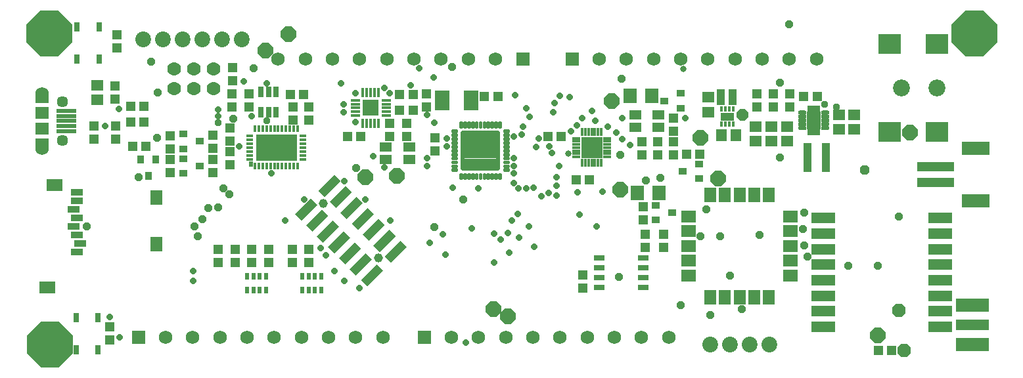
<source format=gts>
G75*
%MOIN*%
%OFA0B0*%
%FSLAX25Y25*%
%IPPOS*%
%LPD*%
%AMOC8*
5,1,8,0,0,1.08239X$1,22.5*
%
%ADD10R,0.01102X0.01772*%
%ADD11R,0.04921X0.04528*%
%ADD12R,0.06496X0.05709*%
%ADD13R,0.05709X0.06496*%
%ADD14R,0.06890X0.07677*%
%ADD15C,0.06991*%
%ADD16C,0.07991*%
%ADD17R,0.06890X0.06890*%
%ADD18C,0.06890*%
%ADD19R,0.18701X0.04528*%
%ADD20R,0.13976X0.06890*%
%ADD21R,0.04134X0.03740*%
%ADD22R,0.03740X0.04134*%
%ADD23R,0.04528X0.04921*%
%ADD24R,0.05315X0.02953*%
%ADD25R,0.08071X0.06102*%
%ADD26R,0.06102X0.07677*%
%ADD27R,0.06496X0.03346*%
%ADD28R,0.01575X0.02559*%
%ADD29R,0.06890X0.04134*%
%ADD30R,0.01575X0.03346*%
%ADD31R,0.03346X0.01575*%
%ADD32R,0.21063X0.13189*%
%ADD33R,0.02000X0.03000*%
%ADD34R,0.12402X0.05315*%
%ADD35R,0.01378X0.03937*%
%ADD36R,0.03937X0.01378*%
%ADD37R,0.11024X0.11024*%
%ADD38R,0.16591X0.06591*%
%ADD39R,0.16591X0.05591*%
%ADD40R,0.11614X0.10039*%
%ADD41C,0.08591*%
%ADD42R,0.04449X0.15157*%
%ADD43R,0.06496X0.07677*%
%ADD44R,0.07677X0.06496*%
%ADD45C,0.00886*%
%ADD46C,0.02028*%
%ADD47R,0.03150X0.04724*%
%ADD48R,0.02756X0.05315*%
%ADD49R,0.02191X0.03791*%
%ADD50R,0.01575X0.04528*%
%ADD51R,0.04528X0.01575*%
%ADD52R,0.08465X0.08465*%
%ADD53R,0.09843X0.02362*%
%ADD54C,0.05709*%
%ADD55R,0.06693X0.06496*%
%ADD56R,0.07283X0.10039*%
%ADD57R,0.06102X0.04921*%
%ADD58R,0.04528X0.11417*%
%ADD59C,0.04528*%
%ADD60R,0.03937X0.08071*%
%ADD61R,0.01496X0.03740*%
%ADD62C,0.00000*%
%ADD63C,0.00001*%
%ADD64OC8,0.04134*%
%ADD65OC8,0.03150*%
%ADD66OC8,0.07677*%
%ADD67OC8,0.06969*%
%ADD68OC8,0.03425*%
%ADD69OC8,0.05906*%
%ADD70OC8,0.23091*%
%ADD71OC8,0.04843*%
%ADD72C,0.03150*%
D10*
X0128784Y0111976D03*
D11*
X0118119Y0111654D03*
X0109369Y0114471D03*
X0109369Y0120029D03*
X0118119Y0118346D03*
X0118119Y0123654D03*
X0109369Y0126721D03*
X0118119Y0130346D03*
X0087869Y0126346D03*
X0087869Y0119654D03*
X0087869Y0114471D03*
X0087869Y0107779D03*
X0109369Y0107779D03*
X0177772Y0126000D03*
X0184465Y0126000D03*
X0199119Y0126154D03*
X0207619Y0126154D03*
X0207619Y0132846D03*
X0199119Y0132846D03*
X0158119Y0134404D03*
X0150119Y0134404D03*
X0150119Y0141096D03*
X0158119Y0141096D03*
X0155465Y0147500D03*
X0148772Y0147500D03*
X0060619Y0171154D03*
X0060619Y0177846D03*
X0247272Y0146500D03*
X0253965Y0146500D03*
X0327119Y0123346D03*
X0335119Y0123346D03*
X0343119Y0123346D03*
X0343119Y0128904D03*
X0343119Y0135596D03*
X0385369Y0141154D03*
X0393619Y0141154D03*
X0409272Y0146500D03*
X0415965Y0146500D03*
X0393619Y0147846D03*
X0385369Y0147846D03*
X0343119Y0116654D03*
X0335119Y0116654D03*
X0327119Y0116654D03*
X0327619Y0090346D03*
X0327619Y0083654D03*
X0328619Y0076346D03*
X0338119Y0076346D03*
X0338119Y0069654D03*
X0328619Y0069654D03*
X0447022Y0017375D03*
X0453715Y0017375D03*
X0158119Y0062154D03*
X0149619Y0062154D03*
X0137619Y0062154D03*
X0129119Y0062154D03*
X0120619Y0062154D03*
X0112119Y0062154D03*
X0112119Y0068846D03*
X0120619Y0068846D03*
X0129119Y0068846D03*
X0137619Y0068846D03*
X0149619Y0068846D03*
X0158119Y0068846D03*
X0057119Y0029346D03*
X0057119Y0022654D03*
D12*
X0360619Y0138510D03*
X0360619Y0145990D03*
X0384619Y0131240D03*
X0392619Y0131240D03*
X0400619Y0131240D03*
X0400619Y0123760D03*
X0392619Y0123760D03*
X0384619Y0123760D03*
X0427119Y0129760D03*
X0434619Y0129760D03*
X0434619Y0137240D03*
X0427119Y0137240D03*
X0050619Y0144760D03*
X0050619Y0152240D03*
D13*
X0367379Y0126750D03*
X0374859Y0126750D03*
D14*
X0332131Y0146750D03*
X0321107Y0146750D03*
X0324857Y0097500D03*
X0335881Y0097500D03*
D15*
X0109619Y0150500D03*
X0099619Y0150500D03*
X0089619Y0150500D03*
X0089619Y0160500D03*
X0099619Y0160500D03*
X0109619Y0160500D03*
D16*
X0114119Y0175500D03*
X0124119Y0175500D03*
X0104119Y0175500D03*
X0094119Y0175500D03*
X0084119Y0175500D03*
X0074119Y0175500D03*
X0361619Y0020500D03*
X0371619Y0020500D03*
X0381619Y0020500D03*
X0391619Y0020500D03*
D17*
X0216619Y0024000D03*
X0071619Y0024000D03*
X0266619Y0165500D03*
X0291619Y0165500D03*
D18*
X0305398Y0165500D03*
X0319178Y0165500D03*
X0332957Y0165500D03*
X0346737Y0165500D03*
X0360516Y0165500D03*
X0374296Y0165500D03*
X0388075Y0165500D03*
X0401855Y0165500D03*
X0415634Y0165500D03*
X0252839Y0165500D03*
X0239060Y0165500D03*
X0225280Y0165500D03*
X0211501Y0165500D03*
X0197721Y0165500D03*
X0183942Y0165500D03*
X0170162Y0165500D03*
X0156383Y0165500D03*
X0142603Y0165500D03*
X0022619Y0147780D03*
X0022619Y0120220D03*
X0085398Y0024000D03*
X0099178Y0024000D03*
X0112957Y0024000D03*
X0126737Y0024000D03*
X0140516Y0024000D03*
X0154296Y0024000D03*
X0168075Y0024000D03*
X0181855Y0024000D03*
X0195634Y0024000D03*
X0230398Y0024000D03*
X0244178Y0024000D03*
X0257957Y0024000D03*
X0271737Y0024000D03*
X0285516Y0024000D03*
X0299296Y0024000D03*
X0313075Y0024000D03*
X0326855Y0024000D03*
X0340634Y0024000D03*
D19*
X0476114Y0102813D03*
X0476114Y0110687D03*
D20*
X0496587Y0120136D03*
X0496587Y0093364D03*
D21*
X0356056Y0104760D03*
X0347788Y0108500D03*
X0356056Y0112240D03*
X0334182Y0091240D03*
X0342449Y0087500D03*
X0334182Y0083760D03*
X0346806Y0140510D03*
X0338538Y0144250D03*
X0346806Y0147990D03*
X0102824Y0123625D03*
X0094557Y0119885D03*
X0094432Y0114865D03*
X0102699Y0111125D03*
X0094432Y0107385D03*
X0094557Y0127365D03*
D22*
X0080359Y0114437D03*
X0072879Y0114437D03*
X0076619Y0106169D03*
D23*
X0075465Y0121000D03*
X0068772Y0121000D03*
X0060119Y0124654D03*
X0049119Y0124654D03*
X0049119Y0131346D03*
X0060119Y0131346D03*
X0067772Y0133500D03*
X0074465Y0133500D03*
X0074465Y0141500D03*
X0067772Y0141500D03*
X0059619Y0145154D03*
X0059619Y0151846D03*
X0119119Y0147846D03*
X0127619Y0147846D03*
X0119369Y0154529D03*
X0119369Y0161221D03*
X0119119Y0141154D03*
X0127619Y0141154D03*
X0204272Y0139500D03*
X0210965Y0139500D03*
X0217619Y0141154D03*
X0217619Y0147846D03*
X0210965Y0147500D03*
X0204272Y0147500D03*
X0222119Y0125346D03*
X0222119Y0118654D03*
X0279522Y0126125D03*
X0286215Y0126125D03*
X0293897Y0104250D03*
X0300590Y0104250D03*
X0349772Y0117250D03*
X0356465Y0117250D03*
X0402119Y0141154D03*
X0402119Y0147846D03*
X0297119Y0055846D03*
X0297119Y0049154D03*
D24*
X0305595Y0049500D03*
X0305595Y0054500D03*
X0305595Y0059500D03*
X0305595Y0064500D03*
X0327642Y0064500D03*
X0327642Y0059500D03*
X0327642Y0054500D03*
X0327642Y0049500D03*
D25*
X0029062Y0101425D03*
X0025518Y0049457D03*
D26*
X0080636Y0071504D03*
X0080636Y0095126D03*
D27*
X0040479Y0093551D03*
X0040479Y0097882D03*
X0038904Y0089220D03*
X0040479Y0084890D03*
X0038904Y0080559D03*
X0040479Y0076228D03*
X0042054Y0071898D03*
X0040479Y0067567D03*
D28*
X0367416Y0132510D03*
X0369384Y0132510D03*
X0371353Y0132510D03*
X0373321Y0132510D03*
X0373321Y0139990D03*
X0371353Y0139990D03*
X0369384Y0139990D03*
X0367416Y0139990D03*
D29*
X0370369Y0136250D03*
D30*
X0152446Y0129949D03*
X0150477Y0129949D03*
X0148509Y0129949D03*
X0146540Y0129949D03*
X0144571Y0129949D03*
X0142603Y0129949D03*
X0140634Y0129949D03*
X0138666Y0129949D03*
X0136697Y0129949D03*
X0134729Y0129949D03*
X0132760Y0129949D03*
X0130792Y0129949D03*
X0130792Y0111051D03*
X0132760Y0111051D03*
X0134729Y0111051D03*
X0136697Y0111051D03*
X0138666Y0111051D03*
X0140634Y0111051D03*
X0142603Y0111051D03*
X0144571Y0111051D03*
X0146540Y0111051D03*
X0148509Y0111051D03*
X0150477Y0111051D03*
X0152446Y0111051D03*
D31*
X0155005Y0114594D03*
X0155005Y0116563D03*
X0155005Y0118531D03*
X0155005Y0120500D03*
X0155005Y0122469D03*
X0155005Y0124437D03*
X0155005Y0126406D03*
X0128233Y0126406D03*
X0128233Y0124437D03*
X0128233Y0122469D03*
X0128233Y0120500D03*
X0128233Y0118531D03*
X0128233Y0116563D03*
X0128233Y0114594D03*
D32*
X0141619Y0120500D03*
D33*
X0128819Y0112000D03*
D34*
X0419279Y0084622D03*
X0419279Y0076748D03*
X0419279Y0068874D03*
X0419279Y0061000D03*
X0419279Y0053125D03*
X0419279Y0045251D03*
X0419279Y0037377D03*
X0419279Y0029503D03*
X0478334Y0029503D03*
X0478334Y0037377D03*
X0478334Y0045251D03*
X0478334Y0053125D03*
X0478334Y0061000D03*
X0478334Y0068874D03*
X0478334Y0076748D03*
X0478334Y0084622D03*
D35*
X0306343Y0112724D03*
X0304768Y0112724D03*
X0303194Y0112724D03*
X0301619Y0112724D03*
X0300044Y0112724D03*
X0298469Y0112724D03*
X0296894Y0112724D03*
X0296894Y0128276D03*
X0298469Y0128276D03*
X0300044Y0128276D03*
X0301619Y0128276D03*
X0303194Y0128276D03*
X0304768Y0128276D03*
X0306343Y0128276D03*
D36*
X0309394Y0125224D03*
X0309394Y0123650D03*
X0309394Y0122075D03*
X0309394Y0120500D03*
X0309394Y0118925D03*
X0309394Y0117350D03*
X0309394Y0115776D03*
X0293843Y0115776D03*
X0293843Y0117350D03*
X0293843Y0118925D03*
X0293843Y0120500D03*
X0293843Y0122075D03*
X0293843Y0123650D03*
X0293843Y0125224D03*
D37*
X0301619Y0120500D03*
D38*
X0494869Y0040500D03*
X0494869Y0020500D03*
D39*
X0494869Y0030500D03*
D40*
X0476931Y0128372D03*
X0452915Y0128372D03*
X0452915Y0173253D03*
X0476931Y0173253D03*
D41*
X0476931Y0150813D03*
X0458931Y0150813D03*
D42*
X0420284Y0115500D03*
X0410953Y0115500D03*
D43*
X0391579Y0096484D03*
X0384099Y0096484D03*
X0376619Y0096484D03*
X0369138Y0096484D03*
X0361658Y0096484D03*
X0361658Y0044516D03*
X0369138Y0044516D03*
X0376619Y0044516D03*
X0384099Y0044516D03*
X0391579Y0044516D03*
D44*
X0402603Y0055539D03*
X0402603Y0063020D03*
X0402603Y0070500D03*
X0402603Y0077980D03*
X0402603Y0085461D03*
X0350634Y0085461D03*
X0350634Y0077980D03*
X0350634Y0070500D03*
X0350634Y0063020D03*
X0350634Y0055539D03*
D45*
X0254518Y0104679D02*
X0254518Y0107139D01*
X0255404Y0107139D01*
X0255404Y0104679D01*
X0254518Y0104679D01*
X0254518Y0105564D02*
X0255404Y0105564D01*
X0255404Y0106449D02*
X0254518Y0106449D01*
X0252550Y0107139D02*
X0252550Y0104679D01*
X0252550Y0107139D02*
X0253436Y0107139D01*
X0253436Y0104679D01*
X0252550Y0104679D01*
X0252550Y0105564D02*
X0253436Y0105564D01*
X0253436Y0106449D02*
X0252550Y0106449D01*
X0250581Y0107139D02*
X0250581Y0104679D01*
X0250581Y0107139D02*
X0251467Y0107139D01*
X0251467Y0104679D01*
X0250581Y0104679D01*
X0250581Y0105564D02*
X0251467Y0105564D01*
X0251467Y0106449D02*
X0250581Y0106449D01*
X0248613Y0107139D02*
X0248613Y0104679D01*
X0248613Y0107139D02*
X0249499Y0107139D01*
X0249499Y0104679D01*
X0248613Y0104679D01*
X0248613Y0105564D02*
X0249499Y0105564D01*
X0249499Y0106449D02*
X0248613Y0106449D01*
X0246644Y0107139D02*
X0246644Y0104679D01*
X0246644Y0107139D02*
X0247530Y0107139D01*
X0247530Y0104679D01*
X0246644Y0104679D01*
X0246644Y0105564D02*
X0247530Y0105564D01*
X0247530Y0106449D02*
X0246644Y0106449D01*
X0244676Y0107139D02*
X0244676Y0104679D01*
X0244676Y0107139D02*
X0245562Y0107139D01*
X0245562Y0104679D01*
X0244676Y0104679D01*
X0244676Y0105564D02*
X0245562Y0105564D01*
X0245562Y0106449D02*
X0244676Y0106449D01*
X0242707Y0107139D02*
X0242707Y0104679D01*
X0242707Y0107139D02*
X0243593Y0107139D01*
X0243593Y0104679D01*
X0242707Y0104679D01*
X0242707Y0105564D02*
X0243593Y0105564D01*
X0243593Y0106449D02*
X0242707Y0106449D01*
X0240739Y0107139D02*
X0240739Y0104679D01*
X0240739Y0107139D02*
X0241625Y0107139D01*
X0241625Y0104679D01*
X0240739Y0104679D01*
X0240739Y0105564D02*
X0241625Y0105564D01*
X0241625Y0106449D02*
X0240739Y0106449D01*
X0238770Y0107139D02*
X0238770Y0104679D01*
X0238770Y0107139D02*
X0239656Y0107139D01*
X0239656Y0104679D01*
X0238770Y0104679D01*
X0238770Y0105564D02*
X0239656Y0105564D01*
X0239656Y0106449D02*
X0238770Y0106449D01*
X0236802Y0107139D02*
X0236802Y0104679D01*
X0236802Y0107139D02*
X0237688Y0107139D01*
X0237688Y0104679D01*
X0236802Y0104679D01*
X0236802Y0105564D02*
X0237688Y0105564D01*
X0237688Y0106449D02*
X0236802Y0106449D01*
X0234833Y0107139D02*
X0234833Y0104679D01*
X0234833Y0107139D02*
X0235719Y0107139D01*
X0235719Y0104679D01*
X0234833Y0104679D01*
X0234833Y0105564D02*
X0235719Y0105564D01*
X0235719Y0106449D02*
X0234833Y0106449D01*
X0230798Y0108714D02*
X0230798Y0109600D01*
X0233258Y0109600D01*
X0233258Y0108714D01*
X0230798Y0108714D01*
X0230798Y0109599D02*
X0233258Y0109599D01*
X0230798Y0110683D02*
X0230798Y0111569D01*
X0233258Y0111569D01*
X0233258Y0110683D01*
X0230798Y0110683D01*
X0230798Y0111568D02*
X0233258Y0111568D01*
X0230798Y0112651D02*
X0230798Y0113537D01*
X0233258Y0113537D01*
X0233258Y0112651D01*
X0230798Y0112651D01*
X0230798Y0113536D02*
X0233258Y0113536D01*
X0230798Y0114620D02*
X0230798Y0115506D01*
X0233258Y0115506D01*
X0233258Y0114620D01*
X0230798Y0114620D01*
X0230798Y0115505D02*
X0233258Y0115505D01*
X0230798Y0116588D02*
X0230798Y0117474D01*
X0233258Y0117474D01*
X0233258Y0116588D01*
X0230798Y0116588D01*
X0230798Y0117473D02*
X0233258Y0117473D01*
X0230798Y0118557D02*
X0230798Y0119443D01*
X0233258Y0119443D01*
X0233258Y0118557D01*
X0230798Y0118557D01*
X0230798Y0119442D02*
X0233258Y0119442D01*
X0230798Y0120526D02*
X0230798Y0121412D01*
X0233258Y0121412D01*
X0233258Y0120526D01*
X0230798Y0120526D01*
X0230798Y0121411D02*
X0233258Y0121411D01*
X0230798Y0122494D02*
X0230798Y0123380D01*
X0233258Y0123380D01*
X0233258Y0122494D01*
X0230798Y0122494D01*
X0230798Y0123379D02*
X0233258Y0123379D01*
X0230798Y0124463D02*
X0230798Y0125349D01*
X0233258Y0125349D01*
X0233258Y0124463D01*
X0230798Y0124463D01*
X0230798Y0125348D02*
X0233258Y0125348D01*
X0230798Y0126431D02*
X0230798Y0127317D01*
X0233258Y0127317D01*
X0233258Y0126431D01*
X0230798Y0126431D01*
X0230798Y0127316D02*
X0233258Y0127316D01*
X0230798Y0128400D02*
X0230798Y0129286D01*
X0233258Y0129286D01*
X0233258Y0128400D01*
X0230798Y0128400D01*
X0230798Y0129285D02*
X0233258Y0129285D01*
X0234833Y0130861D02*
X0234833Y0133321D01*
X0235719Y0133321D01*
X0235719Y0130861D01*
X0234833Y0130861D01*
X0234833Y0131746D02*
X0235719Y0131746D01*
X0235719Y0132631D02*
X0234833Y0132631D01*
X0236802Y0133321D02*
X0236802Y0130861D01*
X0236802Y0133321D02*
X0237688Y0133321D01*
X0237688Y0130861D01*
X0236802Y0130861D01*
X0236802Y0131746D02*
X0237688Y0131746D01*
X0237688Y0132631D02*
X0236802Y0132631D01*
X0238770Y0133321D02*
X0238770Y0130861D01*
X0238770Y0133321D02*
X0239656Y0133321D01*
X0239656Y0130861D01*
X0238770Y0130861D01*
X0238770Y0131746D02*
X0239656Y0131746D01*
X0239656Y0132631D02*
X0238770Y0132631D01*
X0240739Y0133321D02*
X0240739Y0130861D01*
X0240739Y0133321D02*
X0241625Y0133321D01*
X0241625Y0130861D01*
X0240739Y0130861D01*
X0240739Y0131746D02*
X0241625Y0131746D01*
X0241625Y0132631D02*
X0240739Y0132631D01*
X0242707Y0133321D02*
X0242707Y0130861D01*
X0242707Y0133321D02*
X0243593Y0133321D01*
X0243593Y0130861D01*
X0242707Y0130861D01*
X0242707Y0131746D02*
X0243593Y0131746D01*
X0243593Y0132631D02*
X0242707Y0132631D01*
X0244676Y0133321D02*
X0244676Y0130861D01*
X0244676Y0133321D02*
X0245562Y0133321D01*
X0245562Y0130861D01*
X0244676Y0130861D01*
X0244676Y0131746D02*
X0245562Y0131746D01*
X0245562Y0132631D02*
X0244676Y0132631D01*
X0246644Y0133321D02*
X0246644Y0130861D01*
X0246644Y0133321D02*
X0247530Y0133321D01*
X0247530Y0130861D01*
X0246644Y0130861D01*
X0246644Y0131746D02*
X0247530Y0131746D01*
X0247530Y0132631D02*
X0246644Y0132631D01*
X0248613Y0133321D02*
X0248613Y0130861D01*
X0248613Y0133321D02*
X0249499Y0133321D01*
X0249499Y0130861D01*
X0248613Y0130861D01*
X0248613Y0131746D02*
X0249499Y0131746D01*
X0249499Y0132631D02*
X0248613Y0132631D01*
X0250581Y0133321D02*
X0250581Y0130861D01*
X0250581Y0133321D02*
X0251467Y0133321D01*
X0251467Y0130861D01*
X0250581Y0130861D01*
X0250581Y0131746D02*
X0251467Y0131746D01*
X0251467Y0132631D02*
X0250581Y0132631D01*
X0252550Y0133321D02*
X0252550Y0130861D01*
X0252550Y0133321D02*
X0253436Y0133321D01*
X0253436Y0130861D01*
X0252550Y0130861D01*
X0252550Y0131746D02*
X0253436Y0131746D01*
X0253436Y0132631D02*
X0252550Y0132631D01*
X0254518Y0133321D02*
X0254518Y0130861D01*
X0254518Y0133321D02*
X0255404Y0133321D01*
X0255404Y0130861D01*
X0254518Y0130861D01*
X0254518Y0131746D02*
X0255404Y0131746D01*
X0255404Y0132631D02*
X0254518Y0132631D01*
X0256979Y0129286D02*
X0256979Y0128400D01*
X0256979Y0129286D02*
X0259439Y0129286D01*
X0259439Y0128400D01*
X0256979Y0128400D01*
X0256979Y0129285D02*
X0259439Y0129285D01*
X0256979Y0127317D02*
X0256979Y0126431D01*
X0256979Y0127317D02*
X0259439Y0127317D01*
X0259439Y0126431D01*
X0256979Y0126431D01*
X0256979Y0127316D02*
X0259439Y0127316D01*
X0256979Y0125349D02*
X0256979Y0124463D01*
X0256979Y0125349D02*
X0259439Y0125349D01*
X0259439Y0124463D01*
X0256979Y0124463D01*
X0256979Y0125348D02*
X0259439Y0125348D01*
X0256979Y0123380D02*
X0256979Y0122494D01*
X0256979Y0123380D02*
X0259439Y0123380D01*
X0259439Y0122494D01*
X0256979Y0122494D01*
X0256979Y0123379D02*
X0259439Y0123379D01*
X0256979Y0121412D02*
X0256979Y0120526D01*
X0256979Y0121412D02*
X0259439Y0121412D01*
X0259439Y0120526D01*
X0256979Y0120526D01*
X0256979Y0121411D02*
X0259439Y0121411D01*
X0256979Y0119443D02*
X0256979Y0118557D01*
X0256979Y0119443D02*
X0259439Y0119443D01*
X0259439Y0118557D01*
X0256979Y0118557D01*
X0256979Y0119442D02*
X0259439Y0119442D01*
X0256979Y0117474D02*
X0256979Y0116588D01*
X0256979Y0117474D02*
X0259439Y0117474D01*
X0259439Y0116588D01*
X0256979Y0116588D01*
X0256979Y0117473D02*
X0259439Y0117473D01*
X0256979Y0115506D02*
X0256979Y0114620D01*
X0256979Y0115506D02*
X0259439Y0115506D01*
X0259439Y0114620D01*
X0256979Y0114620D01*
X0256979Y0115505D02*
X0259439Y0115505D01*
X0256979Y0113537D02*
X0256979Y0112651D01*
X0256979Y0113537D02*
X0259439Y0113537D01*
X0259439Y0112651D01*
X0256979Y0112651D01*
X0256979Y0113536D02*
X0259439Y0113536D01*
X0256979Y0111569D02*
X0256979Y0110683D01*
X0256979Y0111569D02*
X0259439Y0111569D01*
X0259439Y0110683D01*
X0256979Y0110683D01*
X0256979Y0111568D02*
X0259439Y0111568D01*
X0256979Y0109600D02*
X0256979Y0108714D01*
X0256979Y0109600D02*
X0259439Y0109600D01*
X0259439Y0108714D01*
X0256979Y0108714D01*
X0256979Y0109599D02*
X0259439Y0109599D01*
D46*
X0235995Y0109876D02*
X0235995Y0128124D01*
X0254243Y0128124D01*
X0254243Y0109876D01*
X0235995Y0109876D01*
X0235995Y0111903D02*
X0254243Y0111903D01*
X0254243Y0113930D02*
X0235995Y0113930D01*
X0235995Y0115957D02*
X0254243Y0115957D01*
X0254243Y0117984D02*
X0235995Y0117984D01*
X0235995Y0120011D02*
X0254243Y0120011D01*
X0254243Y0122038D02*
X0235995Y0122038D01*
X0235995Y0124065D02*
X0254243Y0124065D01*
X0254243Y0126092D02*
X0235995Y0126092D01*
X0235995Y0128119D02*
X0254243Y0128119D01*
D47*
X0040107Y0017831D03*
X0051131Y0017831D03*
X0051131Y0034169D03*
X0040107Y0034169D03*
X0040607Y0165331D03*
X0051631Y0165331D03*
X0051631Y0181669D03*
X0040607Y0181669D03*
D48*
X0133879Y0148618D03*
X0137619Y0148618D03*
X0141359Y0148618D03*
X0141359Y0138382D03*
X0137619Y0138382D03*
X0133879Y0138382D03*
D49*
X0133194Y0055043D03*
X0136343Y0055043D03*
X0130044Y0055043D03*
X0126894Y0055043D03*
X0126894Y0047957D03*
X0130044Y0047957D03*
X0133194Y0047957D03*
X0136343Y0047957D03*
X0154894Y0047957D03*
X0158044Y0047957D03*
X0161194Y0047957D03*
X0164343Y0047957D03*
X0164343Y0055043D03*
X0161194Y0055043D03*
X0158044Y0055043D03*
X0154894Y0055043D03*
D50*
X0185556Y0132752D03*
X0187524Y0132752D03*
X0189493Y0132752D03*
X0191461Y0132752D03*
X0193430Y0132752D03*
X0193430Y0148500D03*
X0191461Y0148500D03*
X0189493Y0148500D03*
X0187524Y0148500D03*
X0185556Y0148500D03*
D51*
X0181619Y0144563D03*
X0181619Y0142594D03*
X0181619Y0140626D03*
X0181619Y0138657D03*
X0181619Y0136689D03*
X0197367Y0136689D03*
X0197367Y0138657D03*
X0197367Y0140626D03*
X0197367Y0142594D03*
X0197367Y0144563D03*
D52*
X0189493Y0140626D03*
D53*
X0035119Y0139118D03*
X0035119Y0136559D03*
X0035119Y0134000D03*
X0035119Y0131441D03*
X0035119Y0128882D03*
D54*
X0033249Y0124157D03*
X0033249Y0143843D03*
D55*
X0022619Y0146008D03*
X0022619Y0137937D03*
X0022619Y0130063D03*
X0022619Y0121992D03*
D56*
X0225835Y0144500D03*
X0240402Y0144500D03*
D57*
X0209024Y0120650D03*
X0197213Y0120650D03*
X0197213Y0114350D03*
X0209024Y0114350D03*
X0323713Y0130850D03*
X0323713Y0137150D03*
X0335524Y0137150D03*
X0335524Y0130850D03*
D58*
G36*
X0193400Y0084347D02*
X0196602Y0081145D01*
X0188530Y0073073D01*
X0185328Y0076275D01*
X0193400Y0084347D01*
G37*
G36*
X0187832Y0089915D02*
X0191034Y0086713D01*
X0182962Y0078641D01*
X0179760Y0081843D01*
X0187832Y0089915D01*
G37*
G36*
X0177394Y0084209D02*
X0174192Y0087411D01*
X0182264Y0095483D01*
X0185466Y0092281D01*
X0177394Y0084209D01*
G37*
G36*
X0164726Y0089080D02*
X0167928Y0085878D01*
X0159856Y0077806D01*
X0156654Y0081008D01*
X0164726Y0089080D01*
G37*
G36*
X0159158Y0094648D02*
X0162360Y0091446D01*
X0154288Y0083374D01*
X0151086Y0086576D01*
X0159158Y0094648D01*
G37*
G36*
X0171129Y0106619D02*
X0174331Y0103417D01*
X0166259Y0095345D01*
X0163057Y0098547D01*
X0171129Y0106619D01*
G37*
G36*
X0176696Y0101051D02*
X0179898Y0097849D01*
X0171826Y0089777D01*
X0168624Y0092979D01*
X0176696Y0101051D01*
G37*
G36*
X0165424Y0072238D02*
X0162222Y0075440D01*
X0170294Y0083512D01*
X0173496Y0080310D01*
X0165424Y0072238D01*
G37*
G36*
X0175861Y0077945D02*
X0179063Y0074743D01*
X0170991Y0066671D01*
X0167789Y0069873D01*
X0175861Y0077945D01*
G37*
G36*
X0198968Y0078780D02*
X0202170Y0075578D01*
X0194098Y0067506D01*
X0190896Y0070708D01*
X0198968Y0078780D01*
G37*
G36*
X0204535Y0073212D02*
X0207737Y0070010D01*
X0199665Y0061938D01*
X0196463Y0065140D01*
X0204535Y0073212D01*
G37*
G36*
X0181429Y0072377D02*
X0184631Y0069175D01*
X0176559Y0061103D01*
X0173357Y0064305D01*
X0181429Y0072377D01*
G37*
G36*
X0186997Y0066809D02*
X0190199Y0063607D01*
X0182127Y0055535D01*
X0178925Y0058737D01*
X0186997Y0066809D01*
G37*
G36*
X0192565Y0061241D02*
X0195767Y0058039D01*
X0187695Y0049967D01*
X0184493Y0053169D01*
X0192565Y0061241D01*
G37*
D59*
X0193331Y0064373D03*
X0165492Y0092212D03*
D60*
X0367264Y0146000D03*
X0372973Y0146000D03*
D61*
X0411757Y0140248D03*
X0413331Y0140248D03*
X0414906Y0140248D03*
X0416481Y0140248D03*
X0416481Y0128752D03*
X0414906Y0128752D03*
X0413331Y0128752D03*
X0411757Y0128752D03*
D62*
X0411205Y0130169D02*
X0410694Y0130169D01*
X0410694Y0138831D01*
X0411205Y0138831D01*
X0411205Y0141902D01*
X0417032Y0141902D01*
X0417032Y0138831D01*
X0417544Y0138831D01*
X0417544Y0130169D01*
X0417032Y0130169D01*
X0417032Y0127098D01*
X0411205Y0127098D01*
X0411205Y0130169D01*
X0410232Y0130349D02*
X0410150Y0130150D01*
X0410018Y0129978D01*
X0409847Y0129847D01*
X0409648Y0129764D01*
X0409434Y0129736D01*
X0408292Y0129736D01*
X0407150Y0129736D01*
X0406946Y0129763D01*
X0406757Y0129842D01*
X0406593Y0129967D01*
X0406468Y0130130D01*
X0406390Y0130320D01*
X0406363Y0130524D01*
X0406392Y0130748D01*
X0406479Y0130957D01*
X0406617Y0131136D01*
X0406796Y0131274D01*
X0407005Y0131360D01*
X0407229Y0131390D01*
X0409434Y0131390D01*
X0409648Y0131362D01*
X0409847Y0131279D01*
X0410018Y0131148D01*
X0410150Y0130976D01*
X0410232Y0130777D01*
X0410260Y0130563D01*
X0410232Y0130349D01*
X0409648Y0131733D02*
X0409434Y0131705D01*
X0408292Y0131705D01*
X0407150Y0131705D01*
X0406946Y0131732D01*
X0406757Y0131810D01*
X0406593Y0131935D01*
X0406468Y0132098D01*
X0406390Y0132288D01*
X0406363Y0132492D01*
X0406392Y0132716D01*
X0406479Y0132925D01*
X0406617Y0133105D01*
X0406796Y0133242D01*
X0407005Y0133329D01*
X0407229Y0133358D01*
X0409434Y0133358D01*
X0409648Y0133330D01*
X0409847Y0133248D01*
X0410018Y0133116D01*
X0410150Y0132945D01*
X0410232Y0132745D01*
X0410260Y0132531D01*
X0410232Y0132318D01*
X0410150Y0132118D01*
X0410018Y0131947D01*
X0409847Y0131815D01*
X0409648Y0131733D01*
X0409434Y0133673D02*
X0408292Y0133673D01*
X0407150Y0133673D01*
X0406946Y0133700D01*
X0406757Y0133779D01*
X0406593Y0133904D01*
X0406468Y0134067D01*
X0406390Y0134257D01*
X0406363Y0134461D01*
X0406392Y0134685D01*
X0406479Y0134894D01*
X0406617Y0135073D01*
X0406796Y0135211D01*
X0407005Y0135297D01*
X0407229Y0135327D01*
X0409434Y0135327D01*
X0409648Y0135299D01*
X0409847Y0135216D01*
X0410018Y0135085D01*
X0410150Y0134913D01*
X0410232Y0134714D01*
X0410260Y0134500D01*
X0410232Y0134286D01*
X0410150Y0134087D01*
X0410018Y0133915D01*
X0409847Y0133784D01*
X0409648Y0133701D01*
X0409434Y0133673D01*
X0409434Y0135642D02*
X0408292Y0135642D01*
X0407150Y0135642D01*
X0406946Y0135669D01*
X0406757Y0135747D01*
X0406593Y0135872D01*
X0406468Y0136035D01*
X0406390Y0136225D01*
X0406363Y0136429D01*
X0406392Y0136653D01*
X0406479Y0136862D01*
X0406617Y0137042D01*
X0406796Y0137179D01*
X0407005Y0137266D01*
X0407229Y0137295D01*
X0409434Y0137295D01*
X0409648Y0137267D01*
X0409847Y0137185D01*
X0410018Y0137053D01*
X0410150Y0136882D01*
X0410232Y0136682D01*
X0410260Y0136469D01*
X0410232Y0136255D01*
X0410150Y0136055D01*
X0410018Y0135884D01*
X0409847Y0135752D01*
X0409648Y0135670D01*
X0409434Y0135642D01*
X0409434Y0137610D02*
X0408292Y0137610D01*
X0407150Y0137610D01*
X0406946Y0137637D01*
X0406757Y0137716D01*
X0406593Y0137841D01*
X0406468Y0138004D01*
X0406390Y0138194D01*
X0406363Y0138398D01*
X0406392Y0138622D01*
X0406479Y0138831D01*
X0406617Y0139010D01*
X0406796Y0139148D01*
X0407005Y0139234D01*
X0407229Y0139264D01*
X0409434Y0139264D01*
X0409648Y0139236D01*
X0409847Y0139153D01*
X0410018Y0139022D01*
X0410150Y0138850D01*
X0410232Y0138651D01*
X0410260Y0138437D01*
X0410232Y0138223D01*
X0410150Y0138024D01*
X0410018Y0137852D01*
X0409847Y0137721D01*
X0409648Y0137638D01*
X0409434Y0137610D01*
X0417977Y0138398D02*
X0418007Y0138622D01*
X0418093Y0138831D01*
X0418231Y0139010D01*
X0418410Y0139148D01*
X0418619Y0139234D01*
X0418843Y0139264D01*
X0421048Y0139264D01*
X0421262Y0139236D01*
X0421461Y0139153D01*
X0421632Y0139022D01*
X0421764Y0138850D01*
X0421846Y0138651D01*
X0421875Y0138437D01*
X0421846Y0138223D01*
X0421764Y0138024D01*
X0421632Y0137852D01*
X0421461Y0137721D01*
X0421262Y0137638D01*
X0421048Y0137610D01*
X0419906Y0137610D01*
X0418764Y0137610D01*
X0418561Y0137637D01*
X0418371Y0137716D01*
X0418208Y0137841D01*
X0418082Y0138004D01*
X0418004Y0138194D01*
X0417977Y0138398D01*
X0418410Y0137179D02*
X0418619Y0137266D01*
X0418843Y0137295D01*
X0421048Y0137295D01*
X0421262Y0137267D01*
X0421461Y0137185D01*
X0421632Y0137053D01*
X0421764Y0136882D01*
X0421846Y0136682D01*
X0421875Y0136469D01*
X0421846Y0136255D01*
X0421764Y0136055D01*
X0421632Y0135884D01*
X0421461Y0135752D01*
X0421262Y0135670D01*
X0421048Y0135642D01*
X0419906Y0135642D01*
X0418764Y0135642D01*
X0418561Y0135669D01*
X0418371Y0135747D01*
X0418208Y0135872D01*
X0418082Y0136035D01*
X0418004Y0136225D01*
X0417977Y0136429D01*
X0418007Y0136653D01*
X0418093Y0136862D01*
X0418231Y0137042D01*
X0418410Y0137179D01*
X0418619Y0135297D02*
X0418843Y0135327D01*
X0421048Y0135327D01*
X0421262Y0135299D01*
X0421461Y0135216D01*
X0421632Y0135085D01*
X0421764Y0134913D01*
X0421846Y0134714D01*
X0421875Y0134500D01*
X0421846Y0134286D01*
X0421764Y0134087D01*
X0421632Y0133915D01*
X0421461Y0133784D01*
X0421262Y0133701D01*
X0421048Y0133673D01*
X0419906Y0133673D01*
X0418764Y0133673D01*
X0418561Y0133700D01*
X0418371Y0133779D01*
X0418208Y0133904D01*
X0418082Y0134067D01*
X0418004Y0134257D01*
X0417977Y0134461D01*
X0418007Y0134685D01*
X0418093Y0134894D01*
X0418231Y0135073D01*
X0418410Y0135211D01*
X0418619Y0135297D01*
X0418843Y0133358D02*
X0421048Y0133358D01*
X0421262Y0133330D01*
X0421461Y0133248D01*
X0421632Y0133116D01*
X0421764Y0132945D01*
X0421846Y0132745D01*
X0421875Y0132531D01*
X0421846Y0132318D01*
X0421764Y0132118D01*
X0421632Y0131947D01*
X0421461Y0131815D01*
X0421262Y0131733D01*
X0421048Y0131705D01*
X0419906Y0131705D01*
X0418764Y0131705D01*
X0418561Y0131732D01*
X0418371Y0131810D01*
X0418208Y0131935D01*
X0418082Y0132098D01*
X0418004Y0132288D01*
X0417977Y0132492D01*
X0418007Y0132716D01*
X0418093Y0132925D01*
X0418231Y0133105D01*
X0418410Y0133242D01*
X0418619Y0133329D01*
X0418843Y0133358D01*
X0418843Y0131390D02*
X0421048Y0131390D01*
X0421262Y0131362D01*
X0421461Y0131279D01*
X0421632Y0131148D01*
X0421764Y0130976D01*
X0421846Y0130777D01*
X0421875Y0130563D01*
X0421846Y0130349D01*
X0421764Y0130150D01*
X0421632Y0129978D01*
X0421461Y0129847D01*
X0421262Y0129764D01*
X0421048Y0129736D01*
X0419906Y0129736D01*
X0418764Y0129736D01*
X0418561Y0129763D01*
X0418371Y0129842D01*
X0418208Y0129967D01*
X0418082Y0130130D01*
X0418004Y0130320D01*
X0417977Y0130524D01*
X0418007Y0130748D01*
X0418093Y0130957D01*
X0418231Y0131136D01*
X0418410Y0131274D01*
X0418619Y0131360D01*
X0418843Y0131390D01*
D63*
X0418836Y0131389D02*
X0421055Y0131389D01*
X0421063Y0131388D02*
X0418828Y0131388D01*
X0418821Y0131387D02*
X0421070Y0131387D01*
X0421078Y0131386D02*
X0418813Y0131386D01*
X0418806Y0131385D02*
X0421085Y0131385D01*
X0421093Y0131384D02*
X0418798Y0131384D01*
X0418791Y0131383D02*
X0421100Y0131383D01*
X0421108Y0131382D02*
X0418783Y0131382D01*
X0418776Y0131381D02*
X0421115Y0131381D01*
X0421123Y0131380D02*
X0418768Y0131380D01*
X0418761Y0131379D02*
X0421130Y0131379D01*
X0421138Y0131378D02*
X0418753Y0131378D01*
X0418746Y0131377D02*
X0421145Y0131377D01*
X0421153Y0131376D02*
X0418738Y0131376D01*
X0418731Y0131375D02*
X0421160Y0131375D01*
X0421167Y0131374D02*
X0418724Y0131374D01*
X0418716Y0131373D02*
X0421175Y0131373D01*
X0421182Y0131372D02*
X0418709Y0131372D01*
X0418701Y0131371D02*
X0421190Y0131371D01*
X0421197Y0131370D02*
X0418694Y0131370D01*
X0418686Y0131369D02*
X0421205Y0131369D01*
X0421212Y0131368D02*
X0418679Y0131368D01*
X0418671Y0131367D02*
X0421220Y0131367D01*
X0421227Y0131366D02*
X0418664Y0131366D01*
X0418656Y0131365D02*
X0421235Y0131365D01*
X0421242Y0131364D02*
X0418649Y0131364D01*
X0418641Y0131363D02*
X0421250Y0131363D01*
X0421257Y0131362D02*
X0418634Y0131362D01*
X0418626Y0131361D02*
X0421263Y0131361D01*
X0421265Y0131360D02*
X0418619Y0131360D01*
X0418617Y0131359D02*
X0421267Y0131359D01*
X0421270Y0131358D02*
X0418614Y0131358D01*
X0418612Y0131357D02*
X0421272Y0131357D01*
X0421275Y0131356D02*
X0418609Y0131356D01*
X0418607Y0131355D02*
X0421277Y0131355D01*
X0421279Y0131354D02*
X0418605Y0131354D01*
X0418602Y0131353D02*
X0421282Y0131353D01*
X0421284Y0131352D02*
X0418600Y0131352D01*
X0418598Y0131351D02*
X0421287Y0131351D01*
X0421289Y0131350D02*
X0418595Y0131350D01*
X0418593Y0131349D02*
X0421291Y0131349D01*
X0421294Y0131348D02*
X0418590Y0131348D01*
X0418588Y0131347D02*
X0421296Y0131347D01*
X0421298Y0131346D02*
X0418586Y0131346D01*
X0418583Y0131345D02*
X0421301Y0131345D01*
X0421303Y0131344D02*
X0418581Y0131344D01*
X0418579Y0131344D02*
X0421306Y0131344D01*
X0421308Y0131343D02*
X0418576Y0131343D01*
X0418574Y0131342D02*
X0421310Y0131342D01*
X0421313Y0131341D02*
X0418571Y0131341D01*
X0418569Y0131340D02*
X0421315Y0131340D01*
X0421317Y0131339D02*
X0418567Y0131339D01*
X0418564Y0131338D02*
X0421320Y0131338D01*
X0421322Y0131337D02*
X0418562Y0131337D01*
X0418560Y0131336D02*
X0421325Y0131336D01*
X0421327Y0131335D02*
X0418557Y0131335D01*
X0418555Y0131334D02*
X0421329Y0131334D01*
X0421332Y0131333D02*
X0418552Y0131333D01*
X0418550Y0131332D02*
X0421334Y0131332D01*
X0421336Y0131331D02*
X0418548Y0131331D01*
X0418545Y0131330D02*
X0421339Y0131330D01*
X0421341Y0131329D02*
X0418543Y0131329D01*
X0418541Y0131328D02*
X0421344Y0131328D01*
X0421346Y0131327D02*
X0418538Y0131327D01*
X0418536Y0131326D02*
X0421348Y0131326D01*
X0421351Y0131325D02*
X0418533Y0131325D01*
X0418531Y0131324D02*
X0421353Y0131324D01*
X0421355Y0131323D02*
X0418529Y0131323D01*
X0418526Y0131322D02*
X0421358Y0131322D01*
X0421360Y0131321D02*
X0418524Y0131321D01*
X0418522Y0131320D02*
X0421363Y0131320D01*
X0421365Y0131319D02*
X0418519Y0131319D01*
X0418517Y0131318D02*
X0421367Y0131318D01*
X0421370Y0131317D02*
X0418514Y0131317D01*
X0418512Y0131316D02*
X0421372Y0131316D01*
X0421374Y0131315D02*
X0418510Y0131315D01*
X0418507Y0131314D02*
X0421377Y0131314D01*
X0421379Y0131313D02*
X0418505Y0131313D01*
X0418502Y0131312D02*
X0421382Y0131312D01*
X0421384Y0131311D02*
X0418500Y0131311D01*
X0418498Y0131310D02*
X0421386Y0131310D01*
X0421389Y0131309D02*
X0418495Y0131309D01*
X0418493Y0131308D02*
X0421391Y0131308D01*
X0421393Y0131307D02*
X0418491Y0131307D01*
X0418488Y0131306D02*
X0421396Y0131306D01*
X0421398Y0131305D02*
X0418486Y0131305D01*
X0418483Y0131304D02*
X0421401Y0131304D01*
X0421403Y0131303D02*
X0418481Y0131303D01*
X0418479Y0131302D02*
X0421405Y0131302D01*
X0421408Y0131301D02*
X0418476Y0131301D01*
X0418474Y0131300D02*
X0421410Y0131300D01*
X0421412Y0131299D02*
X0418472Y0131299D01*
X0418469Y0131298D02*
X0421415Y0131298D01*
X0421417Y0131297D02*
X0418467Y0131297D01*
X0418464Y0131296D02*
X0421420Y0131296D01*
X0421422Y0131295D02*
X0418462Y0131295D01*
X0418460Y0131294D02*
X0421424Y0131294D01*
X0421427Y0131293D02*
X0418457Y0131293D01*
X0418455Y0131292D02*
X0421429Y0131292D01*
X0421431Y0131291D02*
X0418453Y0131291D01*
X0418450Y0131290D02*
X0421434Y0131290D01*
X0421436Y0131289D02*
X0418448Y0131289D01*
X0418445Y0131288D02*
X0421439Y0131288D01*
X0421441Y0131287D02*
X0418443Y0131287D01*
X0418441Y0131286D02*
X0421443Y0131286D01*
X0421446Y0131285D02*
X0418438Y0131285D01*
X0418436Y0131284D02*
X0421448Y0131284D01*
X0421450Y0131283D02*
X0418434Y0131283D01*
X0418431Y0131282D02*
X0421453Y0131282D01*
X0421455Y0131281D02*
X0418429Y0131281D01*
X0418426Y0131281D02*
X0421458Y0131281D01*
X0421460Y0131280D02*
X0418424Y0131280D01*
X0418422Y0131279D02*
X0421462Y0131279D01*
X0421463Y0131278D02*
X0418419Y0131278D01*
X0418417Y0131277D02*
X0421464Y0131277D01*
X0421466Y0131276D02*
X0418415Y0131276D01*
X0418412Y0131275D02*
X0421467Y0131275D01*
X0421468Y0131274D02*
X0418410Y0131274D01*
X0418409Y0131273D02*
X0421470Y0131273D01*
X0421471Y0131272D02*
X0418407Y0131272D01*
X0418406Y0131271D02*
X0421472Y0131271D01*
X0421473Y0131270D02*
X0418405Y0131270D01*
X0418404Y0131269D02*
X0421475Y0131269D01*
X0421476Y0131268D02*
X0418402Y0131268D01*
X0418401Y0131267D02*
X0421477Y0131267D01*
X0421479Y0131266D02*
X0418400Y0131266D01*
X0418398Y0131265D02*
X0421480Y0131265D01*
X0421481Y0131264D02*
X0418397Y0131264D01*
X0418396Y0131263D02*
X0421482Y0131263D01*
X0421484Y0131262D02*
X0418395Y0131262D01*
X0418393Y0131261D02*
X0421485Y0131261D01*
X0421486Y0131260D02*
X0418392Y0131260D01*
X0418391Y0131259D02*
X0421487Y0131259D01*
X0421489Y0131258D02*
X0418389Y0131258D01*
X0418388Y0131257D02*
X0421490Y0131257D01*
X0421491Y0131256D02*
X0418387Y0131256D01*
X0418386Y0131255D02*
X0421493Y0131255D01*
X0421494Y0131254D02*
X0418384Y0131254D01*
X0418383Y0131253D02*
X0421495Y0131253D01*
X0421496Y0131252D02*
X0418382Y0131252D01*
X0418380Y0131251D02*
X0421498Y0131251D01*
X0421499Y0131250D02*
X0418379Y0131250D01*
X0418378Y0131249D02*
X0421500Y0131249D01*
X0421502Y0131248D02*
X0418377Y0131248D01*
X0418375Y0131247D02*
X0421503Y0131247D01*
X0421504Y0131246D02*
X0418374Y0131246D01*
X0418373Y0131245D02*
X0421505Y0131245D01*
X0421507Y0131244D02*
X0418371Y0131244D01*
X0418370Y0131243D02*
X0421508Y0131243D01*
X0421509Y0131242D02*
X0418369Y0131242D01*
X0418368Y0131241D02*
X0421511Y0131241D01*
X0421512Y0131240D02*
X0418366Y0131240D01*
X0418365Y0131239D02*
X0421513Y0131239D01*
X0421514Y0131238D02*
X0418364Y0131238D01*
X0418362Y0131237D02*
X0421516Y0131237D01*
X0421517Y0131236D02*
X0418361Y0131236D01*
X0418360Y0131235D02*
X0421518Y0131235D01*
X0421520Y0131234D02*
X0418359Y0131234D01*
X0418357Y0131233D02*
X0421521Y0131233D01*
X0421522Y0131232D02*
X0418356Y0131232D01*
X0418355Y0131231D02*
X0421523Y0131231D01*
X0421525Y0131230D02*
X0418354Y0131230D01*
X0418352Y0131229D02*
X0421526Y0131229D01*
X0421527Y0131228D02*
X0418351Y0131228D01*
X0418350Y0131227D02*
X0421529Y0131227D01*
X0421530Y0131226D02*
X0418348Y0131226D01*
X0418347Y0131225D02*
X0421531Y0131225D01*
X0421532Y0131224D02*
X0418346Y0131224D01*
X0418345Y0131223D02*
X0421534Y0131223D01*
X0421535Y0131222D02*
X0418343Y0131222D01*
X0418342Y0131221D02*
X0421536Y0131221D01*
X0421538Y0131220D02*
X0418341Y0131220D01*
X0418339Y0131219D02*
X0421539Y0131219D01*
X0421540Y0131219D02*
X0418338Y0131219D01*
X0418337Y0131218D02*
X0421541Y0131218D01*
X0421543Y0131217D02*
X0418336Y0131217D01*
X0418334Y0131216D02*
X0421544Y0131216D01*
X0421545Y0131215D02*
X0418333Y0131215D01*
X0418332Y0131214D02*
X0421547Y0131214D01*
X0421548Y0131213D02*
X0418330Y0131213D01*
X0418329Y0131212D02*
X0421549Y0131212D01*
X0421550Y0131211D02*
X0418328Y0131211D01*
X0418327Y0131210D02*
X0421552Y0131210D01*
X0421553Y0131209D02*
X0418325Y0131209D01*
X0418324Y0131208D02*
X0421554Y0131208D01*
X0421555Y0131207D02*
X0418323Y0131207D01*
X0418321Y0131206D02*
X0421557Y0131206D01*
X0421558Y0131205D02*
X0418320Y0131205D01*
X0418319Y0131204D02*
X0421559Y0131204D01*
X0421561Y0131203D02*
X0418318Y0131203D01*
X0418316Y0131202D02*
X0421562Y0131202D01*
X0421563Y0131201D02*
X0418315Y0131201D01*
X0418314Y0131200D02*
X0421564Y0131200D01*
X0421566Y0131199D02*
X0418312Y0131199D01*
X0418311Y0131198D02*
X0421567Y0131198D01*
X0421568Y0131197D02*
X0418310Y0131197D01*
X0418309Y0131196D02*
X0421570Y0131196D01*
X0421571Y0131195D02*
X0418307Y0131195D01*
X0418306Y0131194D02*
X0421572Y0131194D01*
X0421573Y0131193D02*
X0418305Y0131193D01*
X0418303Y0131192D02*
X0421575Y0131192D01*
X0421576Y0131191D02*
X0418302Y0131191D01*
X0418301Y0131190D02*
X0421577Y0131190D01*
X0421579Y0131189D02*
X0418300Y0131189D01*
X0418298Y0131188D02*
X0421580Y0131188D01*
X0421581Y0131187D02*
X0418297Y0131187D01*
X0418296Y0131186D02*
X0421582Y0131186D01*
X0421584Y0131185D02*
X0418295Y0131185D01*
X0418293Y0131184D02*
X0421585Y0131184D01*
X0421586Y0131183D02*
X0418292Y0131183D01*
X0418291Y0131182D02*
X0421588Y0131182D01*
X0421589Y0131181D02*
X0418289Y0131181D01*
X0418288Y0131180D02*
X0421590Y0131180D01*
X0421591Y0131179D02*
X0418287Y0131179D01*
X0418286Y0131178D02*
X0421593Y0131178D01*
X0421594Y0131177D02*
X0418284Y0131177D01*
X0418283Y0131176D02*
X0421595Y0131176D01*
X0421597Y0131175D02*
X0418282Y0131175D01*
X0418280Y0131174D02*
X0421598Y0131174D01*
X0421599Y0131173D02*
X0418279Y0131173D01*
X0418278Y0131172D02*
X0421600Y0131172D01*
X0421602Y0131171D02*
X0418277Y0131171D01*
X0418275Y0131170D02*
X0421603Y0131170D01*
X0421604Y0131169D02*
X0418274Y0131169D01*
X0418273Y0131168D02*
X0421606Y0131168D01*
X0421607Y0131167D02*
X0418271Y0131167D01*
X0418270Y0131166D02*
X0421608Y0131166D01*
X0421609Y0131165D02*
X0418269Y0131165D01*
X0418268Y0131164D02*
X0421611Y0131164D01*
X0421612Y0131163D02*
X0418266Y0131163D01*
X0418265Y0131162D02*
X0421613Y0131162D01*
X0421614Y0131161D02*
X0418264Y0131161D01*
X0418262Y0131160D02*
X0421616Y0131160D01*
X0421617Y0131159D02*
X0418261Y0131159D01*
X0418260Y0131158D02*
X0421618Y0131158D01*
X0421620Y0131157D02*
X0418259Y0131157D01*
X0418257Y0131156D02*
X0421621Y0131156D01*
X0421622Y0131156D02*
X0418256Y0131156D01*
X0418255Y0131155D02*
X0421623Y0131155D01*
X0421625Y0131154D02*
X0418253Y0131154D01*
X0418252Y0131153D02*
X0421626Y0131153D01*
X0421627Y0131152D02*
X0418251Y0131152D01*
X0418250Y0131151D02*
X0421629Y0131151D01*
X0421630Y0131150D02*
X0418248Y0131150D01*
X0418247Y0131149D02*
X0421631Y0131149D01*
X0421632Y0131148D02*
X0418246Y0131148D01*
X0418244Y0131147D02*
X0421633Y0131147D01*
X0421634Y0131146D02*
X0418243Y0131146D01*
X0418242Y0131145D02*
X0421635Y0131145D01*
X0421635Y0131144D02*
X0418241Y0131144D01*
X0418239Y0131143D02*
X0421636Y0131143D01*
X0421637Y0131142D02*
X0418238Y0131142D01*
X0418237Y0131141D02*
X0421638Y0131141D01*
X0421639Y0131140D02*
X0418235Y0131140D01*
X0418234Y0131139D02*
X0421639Y0131139D01*
X0421640Y0131138D02*
X0418233Y0131138D01*
X0418232Y0131137D02*
X0421641Y0131137D01*
X0421642Y0131136D02*
X0418230Y0131136D01*
X0418230Y0131135D02*
X0421642Y0131135D01*
X0421643Y0131134D02*
X0418229Y0131134D01*
X0418228Y0131133D02*
X0421644Y0131133D01*
X0421645Y0131132D02*
X0418227Y0131132D01*
X0418227Y0131131D02*
X0421645Y0131131D01*
X0421646Y0131130D02*
X0418226Y0131130D01*
X0418225Y0131129D02*
X0421647Y0131129D01*
X0421648Y0131128D02*
X0418224Y0131128D01*
X0418224Y0131127D02*
X0421648Y0131127D01*
X0421649Y0131126D02*
X0418223Y0131126D01*
X0418222Y0131125D02*
X0421650Y0131125D01*
X0421651Y0131124D02*
X0418221Y0131124D01*
X0418221Y0131123D02*
X0421651Y0131123D01*
X0421652Y0131122D02*
X0418220Y0131122D01*
X0418219Y0131121D02*
X0421653Y0131121D01*
X0421654Y0131120D02*
X0418218Y0131120D01*
X0418218Y0131119D02*
X0421654Y0131119D01*
X0421655Y0131118D02*
X0418217Y0131118D01*
X0418216Y0131117D02*
X0421656Y0131117D01*
X0421657Y0131116D02*
X0418215Y0131116D01*
X0418215Y0131115D02*
X0421657Y0131115D01*
X0421658Y0131114D02*
X0418214Y0131114D01*
X0418213Y0131113D02*
X0421659Y0131113D01*
X0421660Y0131112D02*
X0418212Y0131112D01*
X0418212Y0131111D02*
X0421660Y0131111D01*
X0421661Y0131110D02*
X0418211Y0131110D01*
X0418210Y0131109D02*
X0421662Y0131109D01*
X0421663Y0131108D02*
X0418209Y0131108D01*
X0418209Y0131107D02*
X0421663Y0131107D01*
X0421664Y0131106D02*
X0418208Y0131106D01*
X0418207Y0131105D02*
X0421665Y0131105D01*
X0421666Y0131104D02*
X0418206Y0131104D01*
X0418206Y0131103D02*
X0421666Y0131103D01*
X0421667Y0131102D02*
X0418205Y0131102D01*
X0418204Y0131101D02*
X0421668Y0131101D01*
X0421669Y0131100D02*
X0418203Y0131100D01*
X0418203Y0131099D02*
X0421669Y0131099D01*
X0421670Y0131098D02*
X0418202Y0131098D01*
X0418201Y0131097D02*
X0421671Y0131097D01*
X0421672Y0131096D02*
X0418200Y0131096D01*
X0418200Y0131095D02*
X0421672Y0131095D01*
X0421673Y0131094D02*
X0418199Y0131094D01*
X0418198Y0131094D02*
X0421674Y0131094D01*
X0421675Y0131093D02*
X0418197Y0131093D01*
X0418197Y0131092D02*
X0421676Y0131092D01*
X0421676Y0131091D02*
X0418196Y0131091D01*
X0418195Y0131090D02*
X0421677Y0131090D01*
X0421678Y0131089D02*
X0418194Y0131089D01*
X0418193Y0131088D02*
X0421679Y0131088D01*
X0421679Y0131087D02*
X0418193Y0131087D01*
X0418192Y0131086D02*
X0421680Y0131086D01*
X0421681Y0131085D02*
X0418191Y0131085D01*
X0418190Y0131084D02*
X0421682Y0131084D01*
X0421682Y0131083D02*
X0418190Y0131083D01*
X0418189Y0131082D02*
X0421683Y0131082D01*
X0421684Y0131081D02*
X0418188Y0131081D01*
X0418187Y0131080D02*
X0421685Y0131080D01*
X0421685Y0131079D02*
X0418187Y0131079D01*
X0418186Y0131078D02*
X0421686Y0131078D01*
X0421687Y0131077D02*
X0418185Y0131077D01*
X0418184Y0131076D02*
X0421688Y0131076D01*
X0421688Y0131075D02*
X0418184Y0131075D01*
X0418183Y0131074D02*
X0421689Y0131074D01*
X0421690Y0131073D02*
X0418182Y0131073D01*
X0418181Y0131072D02*
X0421691Y0131072D01*
X0421691Y0131071D02*
X0418181Y0131071D01*
X0418180Y0131070D02*
X0421692Y0131070D01*
X0421693Y0131069D02*
X0418179Y0131069D01*
X0418178Y0131068D02*
X0421694Y0131068D01*
X0421694Y0131067D02*
X0418178Y0131067D01*
X0418177Y0131066D02*
X0421695Y0131066D01*
X0421696Y0131065D02*
X0418176Y0131065D01*
X0418175Y0131064D02*
X0421697Y0131064D01*
X0421697Y0131063D02*
X0418175Y0131063D01*
X0418174Y0131062D02*
X0421698Y0131062D01*
X0421699Y0131061D02*
X0418173Y0131061D01*
X0418172Y0131060D02*
X0421700Y0131060D01*
X0421700Y0131059D02*
X0418172Y0131059D01*
X0418171Y0131058D02*
X0421701Y0131058D01*
X0421702Y0131057D02*
X0418170Y0131057D01*
X0418169Y0131056D02*
X0421703Y0131056D01*
X0421703Y0131055D02*
X0418169Y0131055D01*
X0418168Y0131054D02*
X0421704Y0131054D01*
X0421705Y0131053D02*
X0418167Y0131053D01*
X0418166Y0131052D02*
X0421706Y0131052D01*
X0421706Y0131051D02*
X0418166Y0131051D01*
X0418165Y0131050D02*
X0421707Y0131050D01*
X0421708Y0131049D02*
X0418164Y0131049D01*
X0418163Y0131048D02*
X0421709Y0131048D01*
X0421709Y0131047D02*
X0418163Y0131047D01*
X0418162Y0131046D02*
X0421710Y0131046D01*
X0421711Y0131045D02*
X0418161Y0131045D01*
X0418160Y0131044D02*
X0421712Y0131044D01*
X0421713Y0131043D02*
X0418160Y0131043D01*
X0418159Y0131042D02*
X0421713Y0131042D01*
X0421714Y0131041D02*
X0418158Y0131041D01*
X0418157Y0131040D02*
X0421715Y0131040D01*
X0421716Y0131039D02*
X0418156Y0131039D01*
X0418156Y0131038D02*
X0421716Y0131038D01*
X0421717Y0131037D02*
X0418155Y0131037D01*
X0418154Y0131036D02*
X0421718Y0131036D01*
X0421719Y0131035D02*
X0418153Y0131035D01*
X0418153Y0131034D02*
X0421719Y0131034D01*
X0421720Y0131033D02*
X0418152Y0131033D01*
X0418151Y0131032D02*
X0421721Y0131032D01*
X0421722Y0131031D02*
X0418150Y0131031D01*
X0421722Y0131031D01*
X0421723Y0131030D02*
X0418149Y0131030D01*
X0418148Y0131029D02*
X0421724Y0131029D01*
X0421725Y0131028D02*
X0418147Y0131028D01*
X0418147Y0131027D02*
X0421725Y0131027D01*
X0421726Y0131026D02*
X0418146Y0131026D01*
X0418145Y0131025D02*
X0421727Y0131025D01*
X0421728Y0131024D02*
X0418144Y0131024D01*
X0418144Y0131023D02*
X0421728Y0131023D01*
X0421729Y0131022D02*
X0418143Y0131022D01*
X0418142Y0131021D02*
X0421730Y0131021D01*
X0421731Y0131020D02*
X0418141Y0131020D01*
X0418141Y0131019D02*
X0421731Y0131019D01*
X0421732Y0131018D02*
X0418140Y0131018D01*
X0418139Y0131017D02*
X0421733Y0131017D01*
X0421734Y0131016D02*
X0418138Y0131016D01*
X0418138Y0131015D02*
X0421734Y0131015D01*
X0421735Y0131014D02*
X0418137Y0131014D01*
X0418136Y0131013D02*
X0421736Y0131013D01*
X0421737Y0131012D02*
X0418135Y0131012D01*
X0418135Y0131011D02*
X0421737Y0131011D01*
X0421738Y0131010D02*
X0418134Y0131010D01*
X0418133Y0131009D02*
X0421739Y0131009D01*
X0421740Y0131008D02*
X0418132Y0131008D01*
X0418132Y0131007D02*
X0421740Y0131007D01*
X0421741Y0131006D02*
X0418131Y0131006D01*
X0418130Y0131005D02*
X0421742Y0131005D01*
X0421743Y0131004D02*
X0418129Y0131004D01*
X0418129Y0131003D02*
X0421743Y0131003D01*
X0421744Y0131002D02*
X0418128Y0131002D01*
X0418127Y0131001D02*
X0421745Y0131001D01*
X0421746Y0131000D02*
X0418126Y0131000D01*
X0418126Y0130999D02*
X0421747Y0130999D01*
X0421747Y0130998D02*
X0418125Y0130998D01*
X0418124Y0130997D02*
X0421748Y0130997D01*
X0421749Y0130996D02*
X0418123Y0130996D01*
X0418123Y0130995D02*
X0421750Y0130995D01*
X0421750Y0130994D02*
X0418122Y0130994D01*
X0418121Y0130993D02*
X0421751Y0130993D01*
X0421752Y0130992D02*
X0418120Y0130992D01*
X0418119Y0130991D02*
X0421753Y0130991D01*
X0421753Y0130990D02*
X0418119Y0130990D01*
X0418118Y0130989D02*
X0421754Y0130989D01*
X0421755Y0130988D02*
X0418117Y0130988D01*
X0418116Y0130987D02*
X0421756Y0130987D01*
X0421756Y0130986D02*
X0418116Y0130986D01*
X0418115Y0130985D02*
X0421757Y0130985D01*
X0421758Y0130984D02*
X0418114Y0130984D01*
X0418113Y0130983D02*
X0421759Y0130983D01*
X0421759Y0130982D02*
X0418113Y0130982D01*
X0418112Y0130981D02*
X0421760Y0130981D01*
X0421761Y0130980D02*
X0418111Y0130980D01*
X0418110Y0130979D02*
X0421762Y0130979D01*
X0421762Y0130978D02*
X0418110Y0130978D01*
X0418109Y0130977D02*
X0421763Y0130977D01*
X0421764Y0130976D02*
X0418108Y0130976D01*
X0418107Y0130975D02*
X0421764Y0130975D01*
X0421765Y0130974D02*
X0418107Y0130974D01*
X0418106Y0130973D02*
X0421765Y0130973D01*
X0421766Y0130972D02*
X0418105Y0130972D01*
X0418104Y0130971D02*
X0421766Y0130971D01*
X0421766Y0130970D02*
X0418104Y0130970D01*
X0418103Y0130969D02*
X0421767Y0130969D01*
X0418102Y0130969D01*
X0418101Y0130968D02*
X0421768Y0130968D01*
X0421768Y0130967D02*
X0418101Y0130967D01*
X0418100Y0130966D02*
X0421768Y0130966D01*
X0421769Y0130965D02*
X0418099Y0130965D01*
X0418098Y0130964D02*
X0421769Y0130964D01*
X0421770Y0130963D02*
X0418098Y0130963D01*
X0418097Y0130962D02*
X0421770Y0130962D01*
X0421770Y0130961D02*
X0418096Y0130961D01*
X0418095Y0130960D02*
X0421771Y0130960D01*
X0421771Y0130959D02*
X0418095Y0130959D01*
X0418094Y0130958D02*
X0421772Y0130958D01*
X0421772Y0130957D02*
X0418093Y0130957D01*
X0418093Y0130956D02*
X0421772Y0130956D01*
X0421773Y0130955D02*
X0418092Y0130955D01*
X0418092Y0130954D02*
X0421773Y0130954D01*
X0421774Y0130953D02*
X0418091Y0130953D01*
X0418091Y0130952D02*
X0421774Y0130952D01*
X0421774Y0130951D02*
X0418091Y0130951D01*
X0418090Y0130950D02*
X0421775Y0130950D01*
X0421775Y0130949D02*
X0418090Y0130949D01*
X0418089Y0130948D02*
X0421776Y0130948D01*
X0421776Y0130947D02*
X0418089Y0130947D01*
X0418089Y0130946D02*
X0421777Y0130946D01*
X0421777Y0130945D02*
X0418088Y0130945D01*
X0418088Y0130944D02*
X0421777Y0130944D01*
X0421778Y0130943D02*
X0418087Y0130943D01*
X0418087Y0130942D02*
X0421778Y0130942D01*
X0421779Y0130941D02*
X0418087Y0130941D01*
X0418086Y0130940D02*
X0421779Y0130940D01*
X0421779Y0130939D02*
X0418086Y0130939D01*
X0418085Y0130938D02*
X0421780Y0130938D01*
X0421780Y0130937D02*
X0418085Y0130937D01*
X0418084Y0130936D02*
X0421781Y0130936D01*
X0421781Y0130935D02*
X0418084Y0130935D01*
X0418084Y0130934D02*
X0421781Y0130934D01*
X0421782Y0130933D02*
X0418083Y0130933D01*
X0418083Y0130932D02*
X0421782Y0130932D01*
X0421783Y0130931D02*
X0418082Y0130931D01*
X0418082Y0130930D02*
X0421783Y0130930D01*
X0421783Y0130929D02*
X0418082Y0130929D01*
X0418081Y0130928D02*
X0421784Y0130928D01*
X0421784Y0130927D02*
X0418081Y0130927D01*
X0418080Y0130926D02*
X0421785Y0130926D01*
X0421785Y0130925D02*
X0418080Y0130925D01*
X0418080Y0130924D02*
X0421785Y0130924D01*
X0421786Y0130923D02*
X0418079Y0130923D01*
X0418079Y0130922D02*
X0421786Y0130922D01*
X0421787Y0130921D02*
X0418078Y0130921D01*
X0418078Y0130920D02*
X0421787Y0130920D01*
X0421788Y0130919D02*
X0418078Y0130919D01*
X0418077Y0130918D02*
X0421788Y0130918D01*
X0421788Y0130917D02*
X0418077Y0130917D01*
X0418076Y0130916D02*
X0421789Y0130916D01*
X0421789Y0130915D02*
X0418076Y0130915D01*
X0418076Y0130914D02*
X0421790Y0130914D01*
X0421790Y0130913D02*
X0418075Y0130913D01*
X0418075Y0130912D02*
X0421790Y0130912D01*
X0421791Y0130911D02*
X0418074Y0130911D01*
X0418074Y0130910D02*
X0421791Y0130910D01*
X0421792Y0130909D02*
X0418073Y0130909D01*
X0418073Y0130908D02*
X0421792Y0130908D01*
X0421792Y0130907D02*
X0418073Y0130907D01*
X0418072Y0130906D02*
X0421793Y0130906D01*
X0418072Y0130906D01*
X0418071Y0130905D02*
X0421794Y0130905D01*
X0421794Y0130904D02*
X0418071Y0130904D01*
X0418071Y0130903D02*
X0421794Y0130903D01*
X0421795Y0130902D02*
X0418070Y0130902D01*
X0418070Y0130901D02*
X0421795Y0130901D01*
X0421796Y0130900D02*
X0418069Y0130900D01*
X0418069Y0130899D02*
X0421796Y0130899D01*
X0421796Y0130898D02*
X0418069Y0130898D01*
X0418068Y0130897D02*
X0421797Y0130897D01*
X0421797Y0130896D02*
X0418068Y0130896D01*
X0418067Y0130895D02*
X0421798Y0130895D01*
X0421798Y0130894D02*
X0418067Y0130894D01*
X0418067Y0130893D02*
X0421799Y0130893D01*
X0421799Y0130892D02*
X0418066Y0130892D01*
X0418066Y0130891D02*
X0421799Y0130891D01*
X0421800Y0130890D02*
X0418065Y0130890D01*
X0418065Y0130889D02*
X0421800Y0130889D01*
X0421801Y0130888D02*
X0418065Y0130888D01*
X0418064Y0130887D02*
X0421801Y0130887D01*
X0421801Y0130886D02*
X0418064Y0130886D01*
X0418063Y0130885D02*
X0421802Y0130885D01*
X0421802Y0130884D02*
X0418063Y0130884D01*
X0418062Y0130883D02*
X0421803Y0130883D01*
X0421803Y0130882D02*
X0418062Y0130882D01*
X0418062Y0130881D02*
X0421803Y0130881D01*
X0421804Y0130880D02*
X0418061Y0130880D01*
X0418061Y0130879D02*
X0421804Y0130879D01*
X0421805Y0130878D02*
X0418060Y0130878D01*
X0418060Y0130877D02*
X0421805Y0130877D01*
X0421805Y0130876D02*
X0418060Y0130876D01*
X0418059Y0130875D02*
X0421806Y0130875D01*
X0421806Y0130874D02*
X0418059Y0130874D01*
X0418058Y0130873D02*
X0421807Y0130873D01*
X0421807Y0130872D02*
X0418058Y0130872D01*
X0418058Y0130871D02*
X0421807Y0130871D01*
X0421808Y0130870D02*
X0418057Y0130870D01*
X0418057Y0130869D02*
X0421808Y0130869D01*
X0421809Y0130868D02*
X0418056Y0130868D01*
X0418056Y0130867D02*
X0421809Y0130867D01*
X0421810Y0130866D02*
X0418056Y0130866D01*
X0418055Y0130865D02*
X0421810Y0130865D01*
X0421810Y0130864D02*
X0418055Y0130864D01*
X0418054Y0130863D02*
X0421811Y0130863D01*
X0421811Y0130862D02*
X0418054Y0130862D01*
X0418053Y0130861D02*
X0421812Y0130861D01*
X0421812Y0130860D02*
X0418053Y0130860D01*
X0418053Y0130859D02*
X0421812Y0130859D01*
X0421813Y0130858D02*
X0418052Y0130858D01*
X0418052Y0130857D02*
X0421813Y0130857D01*
X0421814Y0130856D02*
X0418051Y0130856D01*
X0418051Y0130855D02*
X0421814Y0130855D01*
X0421814Y0130854D02*
X0418051Y0130854D01*
X0418050Y0130853D02*
X0421815Y0130853D01*
X0421815Y0130852D02*
X0418050Y0130852D01*
X0418049Y0130851D02*
X0421816Y0130851D01*
X0421816Y0130850D02*
X0418049Y0130850D01*
X0418049Y0130849D02*
X0421816Y0130849D01*
X0421817Y0130848D02*
X0418048Y0130848D01*
X0418048Y0130847D02*
X0421817Y0130847D01*
X0421818Y0130846D02*
X0418047Y0130846D01*
X0418047Y0130845D02*
X0421818Y0130845D01*
X0421819Y0130844D02*
X0418047Y0130844D01*
X0418046Y0130844D02*
X0421819Y0130844D01*
X0421819Y0130843D02*
X0418046Y0130843D01*
X0418045Y0130842D02*
X0421820Y0130842D01*
X0421820Y0130841D02*
X0418045Y0130841D01*
X0418045Y0130840D02*
X0421821Y0130840D01*
X0421821Y0130839D02*
X0418044Y0130839D01*
X0418044Y0130838D02*
X0421821Y0130838D01*
X0421822Y0130837D02*
X0418043Y0130837D01*
X0418043Y0130836D02*
X0421822Y0130836D01*
X0421823Y0130835D02*
X0418042Y0130835D01*
X0418042Y0130834D02*
X0421823Y0130834D01*
X0421823Y0130833D02*
X0418042Y0130833D01*
X0418041Y0130832D02*
X0421824Y0130832D01*
X0421824Y0130831D02*
X0418041Y0130831D01*
X0418040Y0130830D02*
X0421825Y0130830D01*
X0421825Y0130829D02*
X0418040Y0130829D01*
X0418040Y0130828D02*
X0421825Y0130828D01*
X0421826Y0130827D02*
X0418039Y0130827D01*
X0418039Y0130826D02*
X0421826Y0130826D01*
X0421827Y0130825D02*
X0418038Y0130825D01*
X0418038Y0130824D02*
X0421827Y0130824D01*
X0421827Y0130823D02*
X0418038Y0130823D01*
X0418037Y0130822D02*
X0421828Y0130822D01*
X0421828Y0130821D02*
X0418037Y0130821D01*
X0418036Y0130820D02*
X0421829Y0130820D01*
X0421829Y0130819D02*
X0418036Y0130819D01*
X0418036Y0130818D02*
X0421830Y0130818D01*
X0421830Y0130817D02*
X0418035Y0130817D01*
X0418035Y0130816D02*
X0421830Y0130816D01*
X0421831Y0130815D02*
X0418034Y0130815D01*
X0418034Y0130814D02*
X0421831Y0130814D01*
X0421832Y0130813D02*
X0418034Y0130813D01*
X0418033Y0130812D02*
X0421832Y0130812D01*
X0421832Y0130811D02*
X0418033Y0130811D01*
X0418032Y0130810D02*
X0421833Y0130810D01*
X0421833Y0130809D02*
X0418032Y0130809D01*
X0418031Y0130808D02*
X0421834Y0130808D01*
X0421834Y0130807D02*
X0418031Y0130807D01*
X0418031Y0130806D02*
X0421834Y0130806D01*
X0421835Y0130805D02*
X0418030Y0130805D01*
X0418030Y0130804D02*
X0421835Y0130804D01*
X0421836Y0130803D02*
X0418029Y0130803D01*
X0418029Y0130802D02*
X0421836Y0130802D01*
X0421836Y0130801D02*
X0418029Y0130801D01*
X0418028Y0130800D02*
X0421837Y0130800D01*
X0421837Y0130799D02*
X0418028Y0130799D01*
X0418027Y0130798D02*
X0421838Y0130798D01*
X0421838Y0130797D02*
X0418027Y0130797D01*
X0418027Y0130796D02*
X0421838Y0130796D01*
X0421839Y0130795D02*
X0418026Y0130795D01*
X0418026Y0130794D02*
X0421839Y0130794D01*
X0421840Y0130793D02*
X0418025Y0130793D01*
X0418025Y0130792D02*
X0421840Y0130792D01*
X0421841Y0130791D02*
X0418025Y0130791D01*
X0418024Y0130790D02*
X0421841Y0130790D01*
X0421841Y0130789D02*
X0418024Y0130789D01*
X0418023Y0130788D02*
X0421842Y0130788D01*
X0421842Y0130787D02*
X0418023Y0130787D01*
X0418023Y0130786D02*
X0421843Y0130786D01*
X0421843Y0130785D02*
X0418022Y0130785D01*
X0418022Y0130784D02*
X0421843Y0130784D01*
X0421844Y0130783D02*
X0418021Y0130783D01*
X0418021Y0130782D02*
X0421844Y0130782D01*
X0421845Y0130781D02*
X0418020Y0130781D01*
X0421845Y0130781D01*
X0421845Y0130780D02*
X0418020Y0130780D01*
X0418019Y0130779D02*
X0421846Y0130779D01*
X0421846Y0130778D02*
X0418019Y0130778D01*
X0418018Y0130777D02*
X0421847Y0130777D01*
X0421847Y0130776D02*
X0418018Y0130776D01*
X0418018Y0130775D02*
X0421847Y0130775D01*
X0421847Y0130774D02*
X0418017Y0130774D01*
X0418017Y0130773D02*
X0421847Y0130773D01*
X0421847Y0130772D02*
X0418016Y0130772D01*
X0418016Y0130771D02*
X0421847Y0130771D01*
X0421847Y0130770D02*
X0418016Y0130770D01*
X0418015Y0130769D02*
X0421848Y0130769D01*
X0421848Y0130768D02*
X0418015Y0130768D01*
X0418014Y0130767D02*
X0421848Y0130767D01*
X0421848Y0130766D02*
X0418014Y0130766D01*
X0418014Y0130765D02*
X0421848Y0130765D01*
X0421848Y0130764D02*
X0418013Y0130764D01*
X0418013Y0130763D02*
X0421848Y0130763D01*
X0421848Y0130762D02*
X0418012Y0130762D01*
X0418012Y0130761D02*
X0421849Y0130761D01*
X0421849Y0130760D02*
X0418012Y0130760D01*
X0418011Y0130759D02*
X0421849Y0130759D01*
X0421849Y0130758D02*
X0418011Y0130758D01*
X0418010Y0130757D02*
X0421849Y0130757D01*
X0421849Y0130756D02*
X0418010Y0130756D01*
X0418009Y0130755D02*
X0421849Y0130755D01*
X0421849Y0130754D02*
X0418009Y0130754D01*
X0418009Y0130753D02*
X0421850Y0130753D01*
X0421850Y0130752D02*
X0418008Y0130752D01*
X0418008Y0130751D02*
X0421850Y0130751D01*
X0421850Y0130750D02*
X0418007Y0130750D01*
X0418007Y0130749D02*
X0421850Y0130749D01*
X0421850Y0130748D02*
X0418007Y0130748D01*
X0418006Y0130747D02*
X0421850Y0130747D01*
X0421851Y0130746D02*
X0418006Y0130746D01*
X0418006Y0130745D02*
X0421851Y0130745D01*
X0421851Y0130744D02*
X0418006Y0130744D01*
X0418006Y0130743D02*
X0421851Y0130743D01*
X0421851Y0130742D02*
X0418006Y0130742D01*
X0418006Y0130741D02*
X0421851Y0130741D01*
X0421851Y0130740D02*
X0418006Y0130740D01*
X0418005Y0130739D02*
X0421851Y0130739D01*
X0421852Y0130738D02*
X0418005Y0130738D01*
X0418005Y0130737D02*
X0421852Y0130737D01*
X0421852Y0130736D02*
X0418005Y0130736D01*
X0418005Y0130735D02*
X0421852Y0130735D01*
X0421852Y0130734D02*
X0418005Y0130734D01*
X0418005Y0130733D02*
X0421852Y0130733D01*
X0421852Y0130732D02*
X0418004Y0130732D01*
X0418004Y0130731D02*
X0421852Y0130731D01*
X0421853Y0130730D02*
X0418004Y0130730D01*
X0418004Y0130729D02*
X0421853Y0130729D01*
X0421853Y0130728D02*
X0418004Y0130728D01*
X0418004Y0130727D02*
X0421853Y0130727D01*
X0421853Y0130726D02*
X0418004Y0130726D01*
X0418004Y0130725D02*
X0421853Y0130725D01*
X0421853Y0130724D02*
X0418003Y0130724D01*
X0418003Y0130723D02*
X0421854Y0130723D01*
X0421854Y0130722D02*
X0418003Y0130722D01*
X0418003Y0130721D02*
X0421854Y0130721D01*
X0421854Y0130720D02*
X0418003Y0130720D01*
X0418003Y0130719D02*
X0421854Y0130719D01*
X0418003Y0130719D01*
X0418003Y0130718D02*
X0421854Y0130718D01*
X0421854Y0130717D02*
X0418002Y0130717D01*
X0418002Y0130716D02*
X0421855Y0130716D01*
X0421855Y0130715D02*
X0418002Y0130715D01*
X0418002Y0130714D02*
X0421855Y0130714D01*
X0421855Y0130713D02*
X0418002Y0130713D01*
X0418002Y0130712D02*
X0421855Y0130712D01*
X0421855Y0130711D02*
X0418002Y0130711D01*
X0418001Y0130710D02*
X0421855Y0130710D01*
X0421855Y0130709D02*
X0418001Y0130709D01*
X0418001Y0130708D02*
X0421856Y0130708D01*
X0421856Y0130707D02*
X0418001Y0130707D01*
X0418001Y0130706D02*
X0421856Y0130706D01*
X0421856Y0130705D02*
X0418001Y0130705D01*
X0418001Y0130704D02*
X0421856Y0130704D01*
X0421856Y0130703D02*
X0418001Y0130703D01*
X0418000Y0130702D02*
X0421856Y0130702D01*
X0421856Y0130701D02*
X0418000Y0130701D01*
X0418000Y0130700D02*
X0421857Y0130700D01*
X0421857Y0130699D02*
X0418000Y0130699D01*
X0418000Y0130698D02*
X0421857Y0130698D01*
X0421857Y0130697D02*
X0418000Y0130697D01*
X0418000Y0130696D02*
X0421857Y0130696D01*
X0421857Y0130695D02*
X0418000Y0130695D01*
X0417999Y0130694D02*
X0421857Y0130694D01*
X0421858Y0130693D02*
X0417999Y0130693D01*
X0417999Y0130692D02*
X0421858Y0130692D01*
X0421858Y0130691D02*
X0417999Y0130691D01*
X0417999Y0130690D02*
X0421858Y0130690D01*
X0421858Y0130689D02*
X0417999Y0130689D01*
X0417999Y0130688D02*
X0421858Y0130688D01*
X0421858Y0130687D02*
X0417999Y0130687D01*
X0417998Y0130686D02*
X0421858Y0130686D01*
X0421859Y0130685D02*
X0417998Y0130685D01*
X0417998Y0130684D02*
X0421859Y0130684D01*
X0421859Y0130683D02*
X0417998Y0130683D01*
X0417998Y0130682D02*
X0421859Y0130682D01*
X0421859Y0130681D02*
X0417998Y0130681D01*
X0417998Y0130680D02*
X0421859Y0130680D01*
X0421859Y0130679D02*
X0417997Y0130679D01*
X0417997Y0130678D02*
X0421859Y0130678D01*
X0421860Y0130677D02*
X0417997Y0130677D01*
X0417997Y0130676D02*
X0421860Y0130676D01*
X0421860Y0130675D02*
X0417997Y0130675D01*
X0417997Y0130674D02*
X0421860Y0130674D01*
X0421860Y0130673D02*
X0417997Y0130673D01*
X0417997Y0130672D02*
X0421860Y0130672D01*
X0421860Y0130671D02*
X0417996Y0130671D01*
X0417996Y0130670D02*
X0421861Y0130670D01*
X0421861Y0130669D02*
X0417996Y0130669D01*
X0417996Y0130668D02*
X0421861Y0130668D01*
X0421861Y0130667D02*
X0417996Y0130667D01*
X0417996Y0130666D02*
X0421861Y0130666D01*
X0421861Y0130665D02*
X0417996Y0130665D01*
X0417996Y0130664D02*
X0421861Y0130664D01*
X0421861Y0130663D02*
X0417995Y0130663D01*
X0417995Y0130662D02*
X0421862Y0130662D01*
X0421862Y0130661D02*
X0417995Y0130661D01*
X0417995Y0130660D02*
X0421862Y0130660D01*
X0421862Y0130659D02*
X0417995Y0130659D01*
X0417995Y0130658D02*
X0421862Y0130658D01*
X0421862Y0130657D02*
X0417995Y0130657D01*
X0417994Y0130656D02*
X0421862Y0130656D01*
X0417994Y0130656D01*
X0417994Y0130655D02*
X0421863Y0130655D01*
X0421863Y0130654D02*
X0417994Y0130654D01*
X0417994Y0130653D02*
X0421863Y0130653D01*
X0421863Y0130652D02*
X0417994Y0130652D01*
X0417994Y0130651D02*
X0421863Y0130651D01*
X0421863Y0130650D02*
X0417994Y0130650D01*
X0417993Y0130649D02*
X0421863Y0130649D01*
X0421863Y0130648D02*
X0417993Y0130648D01*
X0417993Y0130647D02*
X0421864Y0130647D01*
X0421864Y0130646D02*
X0417993Y0130646D01*
X0417993Y0130645D02*
X0421864Y0130645D01*
X0421864Y0130644D02*
X0417993Y0130644D01*
X0417993Y0130643D02*
X0421864Y0130643D01*
X0421864Y0130642D02*
X0417993Y0130642D01*
X0417992Y0130641D02*
X0421864Y0130641D01*
X0421865Y0130640D02*
X0417992Y0130640D01*
X0417992Y0130639D02*
X0421865Y0130639D01*
X0421865Y0130638D02*
X0417992Y0130638D01*
X0417992Y0130637D02*
X0421865Y0130637D01*
X0421865Y0130636D02*
X0417992Y0130636D01*
X0417992Y0130635D02*
X0421865Y0130635D01*
X0421865Y0130634D02*
X0417992Y0130634D01*
X0417991Y0130633D02*
X0421865Y0130633D01*
X0421866Y0130632D02*
X0417991Y0130632D01*
X0417991Y0130631D02*
X0421866Y0130631D01*
X0421866Y0130630D02*
X0417991Y0130630D01*
X0417991Y0130629D02*
X0421866Y0130629D01*
X0421866Y0130628D02*
X0417991Y0130628D01*
X0417991Y0130627D02*
X0421866Y0130627D01*
X0421866Y0130626D02*
X0417990Y0130626D01*
X0417990Y0130625D02*
X0421866Y0130625D01*
X0421867Y0130624D02*
X0417990Y0130624D01*
X0417990Y0130623D02*
X0421867Y0130623D01*
X0421867Y0130622D02*
X0417990Y0130622D01*
X0417990Y0130621D02*
X0421867Y0130621D01*
X0421867Y0130620D02*
X0417990Y0130620D01*
X0417990Y0130619D02*
X0421867Y0130619D01*
X0421867Y0130618D02*
X0417989Y0130618D01*
X0417989Y0130617D02*
X0421868Y0130617D01*
X0421868Y0130616D02*
X0417989Y0130616D01*
X0417989Y0130615D02*
X0421868Y0130615D01*
X0421868Y0130614D02*
X0417989Y0130614D01*
X0417989Y0130613D02*
X0421868Y0130613D01*
X0421868Y0130612D02*
X0417989Y0130612D01*
X0417989Y0130611D02*
X0421868Y0130611D01*
X0421868Y0130610D02*
X0417988Y0130610D01*
X0417988Y0130609D02*
X0421869Y0130609D01*
X0421869Y0130608D02*
X0417988Y0130608D01*
X0417988Y0130607D02*
X0421869Y0130607D01*
X0421869Y0130606D02*
X0417988Y0130606D01*
X0417988Y0130605D02*
X0421869Y0130605D01*
X0421869Y0130604D02*
X0417988Y0130604D01*
X0417987Y0130603D02*
X0421869Y0130603D01*
X0421869Y0130602D02*
X0417987Y0130602D01*
X0417987Y0130601D02*
X0421870Y0130601D01*
X0421870Y0130600D02*
X0417987Y0130600D01*
X0417987Y0130599D02*
X0421870Y0130599D01*
X0421870Y0130598D02*
X0417987Y0130598D01*
X0417987Y0130597D02*
X0421870Y0130597D01*
X0421870Y0130596D02*
X0417987Y0130596D01*
X0417986Y0130595D02*
X0421870Y0130595D01*
X0421870Y0130594D02*
X0417986Y0130594D01*
X0421871Y0130594D01*
X0421871Y0130593D02*
X0417986Y0130593D01*
X0417986Y0130592D02*
X0421871Y0130592D01*
X0421871Y0130591D02*
X0417986Y0130591D01*
X0417986Y0130590D02*
X0421871Y0130590D01*
X0421871Y0130589D02*
X0417986Y0130589D01*
X0417985Y0130588D02*
X0421871Y0130588D01*
X0421872Y0130587D02*
X0417985Y0130587D01*
X0417985Y0130586D02*
X0421872Y0130586D01*
X0421872Y0130585D02*
X0417985Y0130585D01*
X0417985Y0130584D02*
X0421872Y0130584D01*
X0421872Y0130583D02*
X0417985Y0130583D01*
X0417985Y0130582D02*
X0421872Y0130582D01*
X0421872Y0130581D02*
X0417985Y0130581D01*
X0417984Y0130580D02*
X0421872Y0130580D01*
X0421873Y0130579D02*
X0417984Y0130579D01*
X0417984Y0130578D02*
X0421873Y0130578D01*
X0421873Y0130577D02*
X0417984Y0130577D01*
X0417984Y0130576D02*
X0421873Y0130576D01*
X0421873Y0130575D02*
X0417984Y0130575D01*
X0417984Y0130574D02*
X0421873Y0130574D01*
X0421873Y0130573D02*
X0417983Y0130573D01*
X0417983Y0130572D02*
X0421873Y0130572D01*
X0421874Y0130571D02*
X0417983Y0130571D01*
X0417983Y0130570D02*
X0421874Y0130570D01*
X0421874Y0130569D02*
X0417983Y0130569D01*
X0417983Y0130568D02*
X0421874Y0130568D01*
X0421874Y0130567D02*
X0417983Y0130567D01*
X0417983Y0130566D02*
X0421874Y0130566D01*
X0421874Y0130565D02*
X0417982Y0130565D01*
X0417982Y0130564D02*
X0421875Y0130564D01*
X0421875Y0130563D02*
X0417982Y0130563D01*
X0417982Y0130562D02*
X0421875Y0130562D01*
X0421874Y0130561D02*
X0417982Y0130561D01*
X0417982Y0130560D02*
X0421874Y0130560D01*
X0421874Y0130559D02*
X0417982Y0130559D01*
X0417982Y0130558D02*
X0421874Y0130558D01*
X0421874Y0130557D02*
X0417981Y0130557D01*
X0417981Y0130556D02*
X0421874Y0130556D01*
X0421874Y0130555D02*
X0417981Y0130555D01*
X0417981Y0130554D02*
X0421873Y0130554D01*
X0421873Y0130553D02*
X0417981Y0130553D01*
X0417981Y0130552D02*
X0421873Y0130552D01*
X0421873Y0130551D02*
X0417981Y0130551D01*
X0417980Y0130550D02*
X0421873Y0130550D01*
X0421873Y0130549D02*
X0417980Y0130549D01*
X0417980Y0130548D02*
X0421873Y0130548D01*
X0421873Y0130547D02*
X0417980Y0130547D01*
X0417980Y0130546D02*
X0421872Y0130546D01*
X0421872Y0130545D02*
X0417980Y0130545D01*
X0417980Y0130544D02*
X0421872Y0130544D01*
X0421872Y0130543D02*
X0417980Y0130543D01*
X0417979Y0130542D02*
X0421872Y0130542D01*
X0421872Y0130541D02*
X0417979Y0130541D01*
X0417979Y0130540D02*
X0421872Y0130540D01*
X0421872Y0130539D02*
X0417979Y0130539D01*
X0417979Y0130538D02*
X0421871Y0130538D01*
X0421871Y0130537D02*
X0417979Y0130537D01*
X0417979Y0130536D02*
X0421871Y0130536D01*
X0421871Y0130535D02*
X0417979Y0130535D01*
X0417978Y0130534D02*
X0421871Y0130534D01*
X0421871Y0130533D02*
X0417978Y0130533D01*
X0417978Y0130532D02*
X0421871Y0130532D01*
X0421870Y0130531D02*
X0417978Y0130531D01*
X0421870Y0130531D01*
X0421870Y0130530D02*
X0417978Y0130530D01*
X0417978Y0130529D02*
X0421870Y0130529D01*
X0421870Y0130528D02*
X0417978Y0130528D01*
X0417977Y0130527D02*
X0421870Y0130527D01*
X0421870Y0130526D02*
X0417977Y0130526D01*
X0417977Y0130525D02*
X0421870Y0130525D01*
X0421869Y0130524D02*
X0417977Y0130524D01*
X0417977Y0130523D02*
X0421869Y0130523D01*
X0421869Y0130522D02*
X0417977Y0130522D01*
X0417977Y0130521D02*
X0421869Y0130521D01*
X0421869Y0130520D02*
X0417978Y0130520D01*
X0417978Y0130519D02*
X0421869Y0130519D01*
X0421869Y0130518D02*
X0417978Y0130518D01*
X0417978Y0130517D02*
X0421869Y0130517D01*
X0421868Y0130516D02*
X0417978Y0130516D01*
X0417978Y0130515D02*
X0421868Y0130515D01*
X0421868Y0130514D02*
X0417978Y0130514D01*
X0417978Y0130513D02*
X0421868Y0130513D01*
X0421868Y0130512D02*
X0417979Y0130512D01*
X0417979Y0130511D02*
X0421868Y0130511D01*
X0421868Y0130510D02*
X0417979Y0130510D01*
X0417979Y0130509D02*
X0421868Y0130509D01*
X0421867Y0130508D02*
X0417979Y0130508D01*
X0417979Y0130507D02*
X0421867Y0130507D01*
X0421867Y0130506D02*
X0417979Y0130506D01*
X0417979Y0130505D02*
X0421867Y0130505D01*
X0421867Y0130504D02*
X0417980Y0130504D01*
X0417980Y0130503D02*
X0421867Y0130503D01*
X0421867Y0130502D02*
X0417980Y0130502D01*
X0417980Y0130501D02*
X0421866Y0130501D01*
X0421866Y0130500D02*
X0417980Y0130500D01*
X0417980Y0130499D02*
X0421866Y0130499D01*
X0421866Y0130498D02*
X0417980Y0130498D01*
X0417981Y0130497D02*
X0421866Y0130497D01*
X0421866Y0130496D02*
X0417981Y0130496D01*
X0417981Y0130495D02*
X0421866Y0130495D01*
X0421866Y0130494D02*
X0417981Y0130494D01*
X0417981Y0130493D02*
X0421865Y0130493D01*
X0421865Y0130492D02*
X0417981Y0130492D01*
X0417981Y0130491D02*
X0421865Y0130491D01*
X0421865Y0130490D02*
X0417981Y0130490D01*
X0417982Y0130489D02*
X0421865Y0130489D01*
X0421865Y0130488D02*
X0417982Y0130488D01*
X0417982Y0130487D02*
X0421865Y0130487D01*
X0421865Y0130486D02*
X0417982Y0130486D01*
X0417982Y0130485D02*
X0421864Y0130485D01*
X0421864Y0130484D02*
X0417982Y0130484D01*
X0417982Y0130483D02*
X0421864Y0130483D01*
X0421864Y0130482D02*
X0417982Y0130482D01*
X0417983Y0130481D02*
X0421864Y0130481D01*
X0421864Y0130480D02*
X0417983Y0130480D01*
X0417983Y0130479D02*
X0421864Y0130479D01*
X0421864Y0130478D02*
X0417983Y0130478D01*
X0417983Y0130477D02*
X0421863Y0130477D01*
X0421863Y0130476D02*
X0417983Y0130476D01*
X0417983Y0130475D02*
X0421863Y0130475D01*
X0421863Y0130474D02*
X0417983Y0130474D01*
X0417984Y0130473D02*
X0421863Y0130473D01*
X0421863Y0130472D02*
X0417984Y0130472D01*
X0417984Y0130471D02*
X0421863Y0130471D01*
X0421862Y0130470D02*
X0417984Y0130470D01*
X0417984Y0130469D02*
X0421862Y0130469D01*
X0417984Y0130469D01*
X0417984Y0130468D02*
X0421862Y0130468D01*
X0421862Y0130467D02*
X0417985Y0130467D01*
X0417985Y0130466D02*
X0421862Y0130466D01*
X0421862Y0130465D02*
X0417985Y0130465D01*
X0417985Y0130464D02*
X0421862Y0130464D01*
X0421861Y0130463D02*
X0417985Y0130463D01*
X0417985Y0130462D02*
X0421861Y0130462D01*
X0421861Y0130461D02*
X0417985Y0130461D01*
X0417985Y0130460D02*
X0421861Y0130460D01*
X0421861Y0130459D02*
X0417986Y0130459D01*
X0417986Y0130458D02*
X0421861Y0130458D01*
X0421861Y0130457D02*
X0417986Y0130457D01*
X0417986Y0130456D02*
X0421861Y0130456D01*
X0421860Y0130455D02*
X0417986Y0130455D01*
X0417986Y0130454D02*
X0421860Y0130454D01*
X0421860Y0130453D02*
X0417986Y0130453D01*
X0417986Y0130452D02*
X0421860Y0130452D01*
X0421860Y0130451D02*
X0417987Y0130451D01*
X0417987Y0130450D02*
X0421860Y0130450D01*
X0421860Y0130449D02*
X0417987Y0130449D01*
X0417987Y0130448D02*
X0421859Y0130448D01*
X0421859Y0130447D02*
X0417987Y0130447D01*
X0417987Y0130446D02*
X0421859Y0130446D01*
X0421859Y0130445D02*
X0417987Y0130445D01*
X0417988Y0130444D02*
X0421859Y0130444D01*
X0421859Y0130443D02*
X0417988Y0130443D01*
X0417988Y0130442D02*
X0421859Y0130442D01*
X0421859Y0130441D02*
X0417988Y0130441D01*
X0417988Y0130440D02*
X0421858Y0130440D01*
X0421858Y0130439D02*
X0417988Y0130439D01*
X0417988Y0130438D02*
X0421858Y0130438D01*
X0421858Y0130437D02*
X0417988Y0130437D01*
X0417989Y0130436D02*
X0421858Y0130436D01*
X0421858Y0130435D02*
X0417989Y0130435D01*
X0417989Y0130434D02*
X0421858Y0130434D01*
X0421858Y0130433D02*
X0417989Y0130433D01*
X0417989Y0130432D02*
X0421857Y0130432D01*
X0421857Y0130431D02*
X0417989Y0130431D01*
X0417989Y0130430D02*
X0421857Y0130430D01*
X0421857Y0130429D02*
X0417989Y0130429D01*
X0417990Y0130428D02*
X0421857Y0130428D01*
X0421857Y0130427D02*
X0417990Y0130427D01*
X0417990Y0130426D02*
X0421857Y0130426D01*
X0421857Y0130425D02*
X0417990Y0130425D01*
X0417990Y0130424D02*
X0421856Y0130424D01*
X0421856Y0130423D02*
X0417990Y0130423D01*
X0417990Y0130422D02*
X0421856Y0130422D01*
X0421856Y0130421D02*
X0417990Y0130421D01*
X0417991Y0130420D02*
X0421856Y0130420D01*
X0421856Y0130419D02*
X0417991Y0130419D01*
X0417991Y0130418D02*
X0421856Y0130418D01*
X0421855Y0130417D02*
X0417991Y0130417D01*
X0417991Y0130416D02*
X0421855Y0130416D01*
X0421855Y0130415D02*
X0417991Y0130415D01*
X0417991Y0130414D02*
X0421855Y0130414D01*
X0421855Y0130413D02*
X0417992Y0130413D01*
X0417992Y0130412D02*
X0421855Y0130412D01*
X0421855Y0130411D02*
X0417992Y0130411D01*
X0417992Y0130410D02*
X0421855Y0130410D01*
X0421854Y0130409D02*
X0417992Y0130409D01*
X0417992Y0130408D02*
X0421854Y0130408D01*
X0421854Y0130407D02*
X0417992Y0130407D01*
X0417992Y0130406D02*
X0421854Y0130406D01*
X0417993Y0130406D01*
X0417993Y0130405D02*
X0421854Y0130405D01*
X0421854Y0130404D02*
X0417993Y0130404D01*
X0417993Y0130403D02*
X0421854Y0130403D01*
X0421853Y0130402D02*
X0417993Y0130402D01*
X0417993Y0130401D02*
X0421853Y0130401D01*
X0421853Y0130400D02*
X0417993Y0130400D01*
X0417993Y0130399D02*
X0421853Y0130399D01*
X0421853Y0130398D02*
X0417994Y0130398D01*
X0417994Y0130397D02*
X0421853Y0130397D01*
X0421853Y0130396D02*
X0417994Y0130396D01*
X0417994Y0130395D02*
X0421852Y0130395D01*
X0421852Y0130394D02*
X0417994Y0130394D01*
X0417994Y0130393D02*
X0421852Y0130393D01*
X0421852Y0130392D02*
X0417994Y0130392D01*
X0417995Y0130391D02*
X0421852Y0130391D01*
X0421852Y0130390D02*
X0417995Y0130390D01*
X0417995Y0130389D02*
X0421852Y0130389D01*
X0421852Y0130388D02*
X0417995Y0130388D01*
X0417995Y0130387D02*
X0421851Y0130387D01*
X0421851Y0130386D02*
X0417995Y0130386D01*
X0417995Y0130385D02*
X0421851Y0130385D01*
X0421851Y0130384D02*
X0417995Y0130384D01*
X0417996Y0130383D02*
X0421851Y0130383D01*
X0421851Y0130382D02*
X0417996Y0130382D01*
X0417996Y0130381D02*
X0421851Y0130381D01*
X0421851Y0130380D02*
X0417996Y0130380D01*
X0417996Y0130379D02*
X0421850Y0130379D01*
X0421850Y0130378D02*
X0417996Y0130378D01*
X0417996Y0130377D02*
X0421850Y0130377D01*
X0421850Y0130376D02*
X0417996Y0130376D01*
X0417997Y0130375D02*
X0421850Y0130375D01*
X0421850Y0130374D02*
X0417997Y0130374D01*
X0417997Y0130373D02*
X0421850Y0130373D01*
X0421850Y0130372D02*
X0417997Y0130372D01*
X0417997Y0130371D02*
X0421849Y0130371D01*
X0421849Y0130370D02*
X0417997Y0130370D01*
X0417997Y0130369D02*
X0421849Y0130369D01*
X0421849Y0130368D02*
X0417997Y0130368D01*
X0417998Y0130367D02*
X0421849Y0130367D01*
X0421849Y0130366D02*
X0417998Y0130366D01*
X0417998Y0130365D02*
X0421849Y0130365D01*
X0421848Y0130364D02*
X0417998Y0130364D01*
X0417998Y0130363D02*
X0421848Y0130363D01*
X0421848Y0130362D02*
X0417998Y0130362D01*
X0417998Y0130361D02*
X0421848Y0130361D01*
X0421848Y0130360D02*
X0417999Y0130360D01*
X0417999Y0130359D02*
X0421848Y0130359D01*
X0421848Y0130358D02*
X0417999Y0130358D01*
X0417999Y0130357D02*
X0421848Y0130357D01*
X0421847Y0130356D02*
X0417999Y0130356D01*
X0417999Y0130355D02*
X0421847Y0130355D01*
X0421847Y0130354D02*
X0417999Y0130354D01*
X0417999Y0130353D02*
X0421847Y0130353D01*
X0421847Y0130352D02*
X0418000Y0130352D01*
X0418000Y0130351D02*
X0421847Y0130351D01*
X0421847Y0130350D02*
X0418000Y0130350D01*
X0418000Y0130349D02*
X0421847Y0130349D01*
X0421846Y0130348D02*
X0418000Y0130348D01*
X0418000Y0130347D02*
X0421846Y0130347D01*
X0421845Y0130346D02*
X0418000Y0130346D01*
X0418000Y0130345D02*
X0421845Y0130345D01*
X0421845Y0130344D02*
X0418001Y0130344D01*
X0421844Y0130344D01*
X0421844Y0130343D02*
X0418001Y0130343D01*
X0418001Y0130342D02*
X0421843Y0130342D01*
X0421843Y0130341D02*
X0418001Y0130341D01*
X0418001Y0130340D02*
X0421843Y0130340D01*
X0421842Y0130339D02*
X0418001Y0130339D01*
X0418002Y0130338D02*
X0421842Y0130338D01*
X0421841Y0130337D02*
X0418002Y0130337D01*
X0418002Y0130336D02*
X0421841Y0130336D01*
X0421841Y0130335D02*
X0418002Y0130335D01*
X0418002Y0130334D02*
X0421840Y0130334D01*
X0421840Y0130333D02*
X0418002Y0130333D01*
X0418002Y0130332D02*
X0421839Y0130332D01*
X0421839Y0130331D02*
X0418002Y0130331D01*
X0418003Y0130330D02*
X0421838Y0130330D01*
X0421838Y0130329D02*
X0418003Y0130329D01*
X0418003Y0130328D02*
X0421838Y0130328D01*
X0421837Y0130327D02*
X0418003Y0130327D01*
X0418003Y0130326D02*
X0421837Y0130326D01*
X0421836Y0130325D02*
X0418003Y0130325D01*
X0418003Y0130324D02*
X0421836Y0130324D01*
X0421836Y0130323D02*
X0418003Y0130323D01*
X0418004Y0130322D02*
X0421835Y0130322D01*
X0421835Y0130321D02*
X0418004Y0130321D01*
X0418004Y0130320D02*
X0421834Y0130320D01*
X0421834Y0130319D02*
X0418004Y0130319D01*
X0418005Y0130318D02*
X0421834Y0130318D01*
X0421833Y0130317D02*
X0418005Y0130317D01*
X0418005Y0130316D02*
X0421833Y0130316D01*
X0421832Y0130315D02*
X0418006Y0130315D01*
X0418006Y0130314D02*
X0421832Y0130314D01*
X0421832Y0130313D02*
X0418007Y0130313D01*
X0418007Y0130312D02*
X0421831Y0130312D01*
X0421831Y0130311D02*
X0418007Y0130311D01*
X0418008Y0130310D02*
X0421830Y0130310D01*
X0421830Y0130309D02*
X0418008Y0130309D01*
X0418009Y0130308D02*
X0421830Y0130308D01*
X0421829Y0130307D02*
X0418009Y0130307D01*
X0418010Y0130306D02*
X0421829Y0130306D01*
X0421828Y0130305D02*
X0418010Y0130305D01*
X0418010Y0130304D02*
X0421828Y0130304D01*
X0421827Y0130303D02*
X0418011Y0130303D01*
X0418011Y0130302D02*
X0421827Y0130302D01*
X0421827Y0130301D02*
X0418012Y0130301D01*
X0418012Y0130300D02*
X0421826Y0130300D01*
X0421826Y0130299D02*
X0418012Y0130299D01*
X0418013Y0130298D02*
X0421825Y0130298D01*
X0421825Y0130297D02*
X0418013Y0130297D01*
X0418014Y0130296D02*
X0421825Y0130296D01*
X0421824Y0130295D02*
X0418014Y0130295D01*
X0418014Y0130294D02*
X0421824Y0130294D01*
X0421823Y0130293D02*
X0418015Y0130293D01*
X0418015Y0130292D02*
X0421823Y0130292D01*
X0421823Y0130291D02*
X0418016Y0130291D01*
X0418016Y0130290D02*
X0421822Y0130290D01*
X0421822Y0130289D02*
X0418016Y0130289D01*
X0418017Y0130288D02*
X0421821Y0130288D01*
X0421821Y0130287D02*
X0418017Y0130287D01*
X0418018Y0130286D02*
X0421821Y0130286D01*
X0421820Y0130285D02*
X0418018Y0130285D01*
X0418019Y0130284D02*
X0421820Y0130284D01*
X0421819Y0130283D02*
X0418019Y0130283D01*
X0418019Y0130282D02*
X0421819Y0130282D01*
X0421819Y0130281D02*
X0418020Y0130281D01*
X0421818Y0130281D01*
X0421818Y0130280D02*
X0418021Y0130280D01*
X0418021Y0130279D02*
X0421817Y0130279D01*
X0421817Y0130278D02*
X0418021Y0130278D01*
X0418022Y0130277D02*
X0421816Y0130277D01*
X0421816Y0130276D02*
X0418022Y0130276D01*
X0418023Y0130275D02*
X0421816Y0130275D01*
X0421815Y0130274D02*
X0418023Y0130274D01*
X0418023Y0130273D02*
X0421815Y0130273D01*
X0421814Y0130272D02*
X0418024Y0130272D01*
X0418024Y0130271D02*
X0421814Y0130271D01*
X0421814Y0130270D02*
X0418025Y0130270D01*
X0418025Y0130269D02*
X0421813Y0130269D01*
X0421813Y0130268D02*
X0418025Y0130268D01*
X0418026Y0130267D02*
X0421812Y0130267D01*
X0421812Y0130266D02*
X0418026Y0130266D01*
X0418027Y0130265D02*
X0421812Y0130265D01*
X0421811Y0130264D02*
X0418027Y0130264D01*
X0418027Y0130263D02*
X0421811Y0130263D01*
X0421810Y0130262D02*
X0418028Y0130262D01*
X0418028Y0130261D02*
X0421810Y0130261D01*
X0421810Y0130260D02*
X0418029Y0130260D01*
X0418029Y0130259D02*
X0421809Y0130259D01*
X0421809Y0130258D02*
X0418030Y0130258D01*
X0418030Y0130257D02*
X0421808Y0130257D01*
X0421808Y0130256D02*
X0418030Y0130256D01*
X0418031Y0130255D02*
X0421808Y0130255D01*
X0421807Y0130254D02*
X0418031Y0130254D01*
X0418032Y0130253D02*
X0421807Y0130253D01*
X0421806Y0130252D02*
X0418032Y0130252D01*
X0418032Y0130251D02*
X0421806Y0130251D01*
X0421805Y0130250D02*
X0418033Y0130250D01*
X0418033Y0130249D02*
X0421805Y0130249D01*
X0421805Y0130248D02*
X0418034Y0130248D01*
X0418034Y0130247D02*
X0421804Y0130247D01*
X0421804Y0130246D02*
X0418034Y0130246D01*
X0418035Y0130245D02*
X0421803Y0130245D01*
X0421803Y0130244D02*
X0418035Y0130244D01*
X0418036Y0130243D02*
X0421803Y0130243D01*
X0421802Y0130242D02*
X0418036Y0130242D01*
X0418036Y0130241D02*
X0421802Y0130241D01*
X0421801Y0130240D02*
X0418037Y0130240D01*
X0418037Y0130239D02*
X0421801Y0130239D01*
X0421801Y0130238D02*
X0418038Y0130238D01*
X0418038Y0130237D02*
X0421800Y0130237D01*
X0421800Y0130236D02*
X0418038Y0130236D01*
X0418039Y0130235D02*
X0421799Y0130235D01*
X0421799Y0130234D02*
X0418039Y0130234D01*
X0418040Y0130233D02*
X0421799Y0130233D01*
X0421798Y0130232D02*
X0418040Y0130232D01*
X0418041Y0130231D02*
X0421798Y0130231D01*
X0421797Y0130230D02*
X0418041Y0130230D01*
X0418041Y0130229D02*
X0421797Y0130229D01*
X0421796Y0130228D02*
X0418042Y0130228D01*
X0418042Y0130227D02*
X0421796Y0130227D01*
X0421796Y0130226D02*
X0418043Y0130226D01*
X0418043Y0130225D02*
X0421795Y0130225D01*
X0421795Y0130224D02*
X0418043Y0130224D01*
X0418044Y0130223D02*
X0421794Y0130223D01*
X0421794Y0130222D02*
X0418044Y0130222D01*
X0418045Y0130221D02*
X0421794Y0130221D01*
X0421793Y0130220D02*
X0418045Y0130220D01*
X0418045Y0130219D02*
X0421793Y0130219D01*
X0421792Y0130219D02*
X0418046Y0130219D01*
X0418046Y0130218D02*
X0421792Y0130218D01*
X0421792Y0130217D02*
X0418047Y0130217D01*
X0418047Y0130216D02*
X0421791Y0130216D01*
X0421791Y0130215D02*
X0418047Y0130215D01*
X0418048Y0130214D02*
X0421790Y0130214D01*
X0421790Y0130213D02*
X0418048Y0130213D01*
X0418049Y0130212D02*
X0421790Y0130212D01*
X0421789Y0130211D02*
X0418049Y0130211D01*
X0418049Y0130210D02*
X0421789Y0130210D01*
X0421788Y0130209D02*
X0418050Y0130209D01*
X0418050Y0130208D02*
X0421788Y0130208D01*
X0421788Y0130207D02*
X0418051Y0130207D01*
X0418051Y0130206D02*
X0421787Y0130206D01*
X0421787Y0130205D02*
X0418052Y0130205D01*
X0418052Y0130204D02*
X0421786Y0130204D01*
X0421786Y0130203D02*
X0418052Y0130203D01*
X0418053Y0130202D02*
X0421785Y0130202D01*
X0421785Y0130201D02*
X0418053Y0130201D01*
X0418054Y0130200D02*
X0421785Y0130200D01*
X0421784Y0130199D02*
X0418054Y0130199D01*
X0418054Y0130198D02*
X0421784Y0130198D01*
X0421783Y0130197D02*
X0418055Y0130197D01*
X0418055Y0130196D02*
X0421783Y0130196D01*
X0421783Y0130195D02*
X0418056Y0130195D01*
X0418056Y0130194D02*
X0421782Y0130194D01*
X0421782Y0130193D02*
X0418056Y0130193D01*
X0418057Y0130192D02*
X0421781Y0130192D01*
X0421781Y0130191D02*
X0418057Y0130191D01*
X0418058Y0130190D02*
X0421781Y0130190D01*
X0421780Y0130189D02*
X0418058Y0130189D01*
X0418058Y0130188D02*
X0421780Y0130188D01*
X0421779Y0130187D02*
X0418059Y0130187D01*
X0418059Y0130186D02*
X0421779Y0130186D01*
X0421779Y0130185D02*
X0418060Y0130185D01*
X0418060Y0130184D02*
X0421778Y0130184D01*
X0421778Y0130183D02*
X0418060Y0130183D01*
X0418061Y0130182D02*
X0421777Y0130182D01*
X0421777Y0130181D02*
X0418061Y0130181D01*
X0418062Y0130180D02*
X0421777Y0130180D01*
X0421776Y0130179D02*
X0418062Y0130179D01*
X0418063Y0130178D02*
X0421776Y0130178D01*
X0421775Y0130177D02*
X0418063Y0130177D01*
X0418063Y0130176D02*
X0421775Y0130176D01*
X0421774Y0130175D02*
X0418064Y0130175D01*
X0418064Y0130174D02*
X0421774Y0130174D01*
X0421774Y0130173D02*
X0418065Y0130173D01*
X0418065Y0130172D02*
X0421773Y0130172D01*
X0421773Y0130171D02*
X0418065Y0130171D01*
X0418066Y0130170D02*
X0421772Y0130170D01*
X0421772Y0130169D02*
X0418066Y0130169D01*
X0418067Y0130168D02*
X0421772Y0130168D01*
X0421771Y0130167D02*
X0418067Y0130167D01*
X0418067Y0130166D02*
X0421771Y0130166D01*
X0421770Y0130165D02*
X0418068Y0130165D01*
X0418068Y0130164D02*
X0421770Y0130164D01*
X0421770Y0130163D02*
X0418069Y0130163D01*
X0418069Y0130162D02*
X0421769Y0130162D01*
X0421769Y0130161D02*
X0418069Y0130161D01*
X0418070Y0130160D02*
X0421768Y0130160D01*
X0421768Y0130159D02*
X0418070Y0130159D01*
X0418071Y0130158D02*
X0421768Y0130158D01*
X0421767Y0130157D02*
X0418071Y0130157D01*
X0418071Y0130156D02*
X0421767Y0130156D01*
X0421766Y0130156D02*
X0418072Y0130156D01*
X0418072Y0130155D02*
X0421766Y0130155D01*
X0421766Y0130154D02*
X0418073Y0130154D01*
X0418073Y0130153D02*
X0421765Y0130153D01*
X0421765Y0130152D02*
X0418074Y0130152D01*
X0418074Y0130151D02*
X0421764Y0130151D01*
X0421764Y0130150D02*
X0418074Y0130150D01*
X0418075Y0130149D02*
X0421763Y0130149D01*
X0421762Y0130148D02*
X0418075Y0130148D01*
X0418076Y0130147D02*
X0421762Y0130147D01*
X0421761Y0130146D02*
X0418076Y0130146D01*
X0418076Y0130145D02*
X0421760Y0130145D01*
X0421759Y0130144D02*
X0418077Y0130144D01*
X0418077Y0130143D02*
X0421759Y0130143D01*
X0421758Y0130142D02*
X0418078Y0130142D01*
X0418078Y0130141D02*
X0421757Y0130141D01*
X0421756Y0130140D02*
X0418078Y0130140D01*
X0418079Y0130139D02*
X0421756Y0130139D01*
X0421755Y0130138D02*
X0418079Y0130138D01*
X0418080Y0130137D02*
X0421754Y0130137D01*
X0421753Y0130136D02*
X0418080Y0130136D01*
X0418080Y0130135D02*
X0421753Y0130135D01*
X0421752Y0130134D02*
X0418081Y0130134D01*
X0418081Y0130133D02*
X0421751Y0130133D01*
X0421750Y0130132D02*
X0418082Y0130132D01*
X0418082Y0130131D02*
X0421750Y0130131D01*
X0421749Y0130130D02*
X0418082Y0130130D01*
X0418083Y0130129D02*
X0421748Y0130129D01*
X0421747Y0130128D02*
X0418084Y0130128D01*
X0418085Y0130127D02*
X0421747Y0130127D01*
X0421746Y0130126D02*
X0418086Y0130126D01*
X0418086Y0130125D02*
X0421745Y0130125D01*
X0421744Y0130124D02*
X0418087Y0130124D01*
X0418088Y0130123D02*
X0421743Y0130123D01*
X0421743Y0130122D02*
X0418089Y0130122D01*
X0418089Y0130121D02*
X0421742Y0130121D01*
X0421741Y0130120D02*
X0418090Y0130120D01*
X0418091Y0130119D02*
X0421740Y0130119D01*
X0421740Y0130118D02*
X0418092Y0130118D01*
X0418092Y0130117D02*
X0421739Y0130117D01*
X0421738Y0130116D02*
X0418093Y0130116D01*
X0418094Y0130115D02*
X0421737Y0130115D01*
X0421737Y0130114D02*
X0418095Y0130114D01*
X0418095Y0130113D02*
X0421736Y0130113D01*
X0421735Y0130112D02*
X0418096Y0130112D01*
X0418097Y0130111D02*
X0421734Y0130111D01*
X0421734Y0130110D02*
X0418098Y0130110D01*
X0418098Y0130109D02*
X0421733Y0130109D01*
X0421732Y0130108D02*
X0418099Y0130108D01*
X0418100Y0130107D02*
X0421731Y0130107D01*
X0421731Y0130106D02*
X0418101Y0130106D01*
X0418101Y0130105D02*
X0421730Y0130105D01*
X0421729Y0130104D02*
X0418102Y0130104D01*
X0418103Y0130103D02*
X0421728Y0130103D01*
X0421728Y0130102D02*
X0418104Y0130102D01*
X0418104Y0130101D02*
X0421727Y0130101D01*
X0421726Y0130100D02*
X0418105Y0130100D01*
X0418106Y0130099D02*
X0421725Y0130099D01*
X0421725Y0130098D02*
X0418107Y0130098D01*
X0418107Y0130097D02*
X0421724Y0130097D01*
X0421723Y0130096D02*
X0418108Y0130096D01*
X0418109Y0130095D02*
X0421722Y0130095D01*
X0421722Y0130094D02*
X0418110Y0130094D01*
X0421721Y0130094D01*
X0421720Y0130093D02*
X0418111Y0130093D01*
X0418112Y0130092D02*
X0421719Y0130092D01*
X0421719Y0130091D02*
X0418113Y0130091D01*
X0418113Y0130090D02*
X0421718Y0130090D01*
X0421717Y0130089D02*
X0418114Y0130089D01*
X0418115Y0130088D02*
X0421716Y0130088D01*
X0421716Y0130087D02*
X0418116Y0130087D01*
X0418116Y0130086D02*
X0421715Y0130086D01*
X0421714Y0130085D02*
X0418117Y0130085D01*
X0418118Y0130084D02*
X0421713Y0130084D01*
X0421713Y0130083D02*
X0418119Y0130083D01*
X0418120Y0130082D02*
X0421712Y0130082D01*
X0421711Y0130081D02*
X0418120Y0130081D01*
X0418121Y0130080D02*
X0421710Y0130080D01*
X0421710Y0130079D02*
X0418122Y0130079D01*
X0418123Y0130078D02*
X0421709Y0130078D01*
X0421708Y0130077D02*
X0418123Y0130077D01*
X0418124Y0130076D02*
X0421707Y0130076D01*
X0421706Y0130075D02*
X0418125Y0130075D01*
X0418126Y0130074D02*
X0421706Y0130074D01*
X0421705Y0130073D02*
X0418126Y0130073D01*
X0418127Y0130072D02*
X0421704Y0130072D01*
X0421703Y0130071D02*
X0418128Y0130071D01*
X0418129Y0130070D02*
X0421703Y0130070D01*
X0421702Y0130069D02*
X0418129Y0130069D01*
X0418130Y0130068D02*
X0421701Y0130068D01*
X0421700Y0130067D02*
X0418131Y0130067D01*
X0418132Y0130066D02*
X0421700Y0130066D01*
X0421699Y0130065D02*
X0418132Y0130065D01*
X0418133Y0130064D02*
X0421698Y0130064D01*
X0421697Y0130063D02*
X0418134Y0130063D01*
X0418135Y0130062D02*
X0421697Y0130062D01*
X0421696Y0130061D02*
X0418135Y0130061D01*
X0418136Y0130060D02*
X0421695Y0130060D01*
X0421694Y0130059D02*
X0418137Y0130059D01*
X0418138Y0130058D02*
X0421694Y0130058D01*
X0421693Y0130057D02*
X0418138Y0130057D01*
X0418139Y0130056D02*
X0421692Y0130056D01*
X0421691Y0130055D02*
X0418140Y0130055D01*
X0418141Y0130054D02*
X0421691Y0130054D01*
X0421690Y0130053D02*
X0418141Y0130053D01*
X0418142Y0130052D02*
X0421689Y0130052D01*
X0421688Y0130051D02*
X0418143Y0130051D01*
X0418144Y0130050D02*
X0421688Y0130050D01*
X0421687Y0130049D02*
X0418144Y0130049D01*
X0418145Y0130048D02*
X0421686Y0130048D01*
X0421685Y0130047D02*
X0418146Y0130047D01*
X0418147Y0130046D02*
X0421685Y0130046D01*
X0421684Y0130045D02*
X0418147Y0130045D01*
X0418148Y0130044D02*
X0421683Y0130044D01*
X0421682Y0130043D02*
X0418149Y0130043D01*
X0418150Y0130042D02*
X0421682Y0130042D01*
X0421681Y0130041D02*
X0418150Y0130041D01*
X0418151Y0130040D02*
X0421680Y0130040D01*
X0421679Y0130039D02*
X0418152Y0130039D01*
X0418153Y0130038D02*
X0421679Y0130038D01*
X0421678Y0130037D02*
X0418153Y0130037D01*
X0418154Y0130036D02*
X0421677Y0130036D01*
X0421676Y0130035D02*
X0418155Y0130035D01*
X0418156Y0130034D02*
X0421676Y0130034D01*
X0421675Y0130033D02*
X0418157Y0130033D01*
X0418157Y0130032D02*
X0421674Y0130032D01*
X0421673Y0130031D02*
X0418158Y0130031D01*
X0418159Y0130031D02*
X0421673Y0130031D01*
X0421672Y0130030D02*
X0418160Y0130030D01*
X0418160Y0130029D02*
X0421671Y0130029D01*
X0421670Y0130028D02*
X0418161Y0130028D01*
X0418162Y0130027D02*
X0421669Y0130027D01*
X0421669Y0130026D02*
X0418163Y0130026D01*
X0418163Y0130025D02*
X0421668Y0130025D01*
X0421667Y0130024D02*
X0418164Y0130024D01*
X0418165Y0130023D02*
X0421666Y0130023D01*
X0421666Y0130022D02*
X0418166Y0130022D01*
X0418166Y0130021D02*
X0421665Y0130021D01*
X0421664Y0130020D02*
X0418167Y0130020D01*
X0418168Y0130019D02*
X0421663Y0130019D01*
X0421663Y0130018D02*
X0418169Y0130018D01*
X0418169Y0130017D02*
X0421662Y0130017D01*
X0421661Y0130016D02*
X0418170Y0130016D01*
X0418171Y0130015D02*
X0421660Y0130015D01*
X0421660Y0130014D02*
X0418172Y0130014D01*
X0418172Y0130013D02*
X0421659Y0130013D01*
X0421658Y0130012D02*
X0418173Y0130012D01*
X0418174Y0130011D02*
X0421657Y0130011D01*
X0421657Y0130010D02*
X0418175Y0130010D01*
X0418175Y0130009D02*
X0421656Y0130009D01*
X0421655Y0130008D02*
X0418176Y0130008D01*
X0418177Y0130007D02*
X0421654Y0130007D01*
X0421654Y0130006D02*
X0418178Y0130006D01*
X0418178Y0130005D02*
X0421653Y0130005D01*
X0421652Y0130004D02*
X0418179Y0130004D01*
X0418180Y0130003D02*
X0421651Y0130003D01*
X0421651Y0130002D02*
X0418181Y0130002D01*
X0418181Y0130001D02*
X0421650Y0130001D01*
X0421649Y0130000D02*
X0418182Y0130000D01*
X0418183Y0129999D02*
X0421648Y0129999D01*
X0421648Y0129998D02*
X0418184Y0129998D01*
X0418184Y0129997D02*
X0421647Y0129997D01*
X0421646Y0129996D02*
X0418185Y0129996D01*
X0418186Y0129995D02*
X0421645Y0129995D01*
X0421645Y0129994D02*
X0418187Y0129994D01*
X0418187Y0129993D02*
X0421644Y0129993D01*
X0421643Y0129992D02*
X0418188Y0129992D01*
X0418189Y0129991D02*
X0421642Y0129991D01*
X0421642Y0129990D02*
X0418190Y0129990D01*
X0418191Y0129989D02*
X0421641Y0129989D01*
X0421640Y0129988D02*
X0418191Y0129988D01*
X0418192Y0129987D02*
X0421639Y0129987D01*
X0421639Y0129986D02*
X0418193Y0129986D01*
X0418194Y0129985D02*
X0421638Y0129985D01*
X0421637Y0129984D02*
X0418194Y0129984D01*
X0418195Y0129983D02*
X0421636Y0129983D01*
X0421635Y0129982D02*
X0418196Y0129982D01*
X0418197Y0129981D02*
X0421635Y0129981D01*
X0421634Y0129980D02*
X0418197Y0129980D01*
X0418198Y0129979D02*
X0421633Y0129979D01*
X0421632Y0129978D02*
X0418199Y0129978D01*
X0418200Y0129977D02*
X0421631Y0129977D01*
X0421630Y0129976D02*
X0418200Y0129976D01*
X0418201Y0129975D02*
X0421629Y0129975D01*
X0421627Y0129974D02*
X0418202Y0129974D01*
X0418203Y0129973D02*
X0421626Y0129973D01*
X0421625Y0129972D02*
X0418203Y0129972D01*
X0418204Y0129971D02*
X0421623Y0129971D01*
X0421622Y0129970D02*
X0418205Y0129970D01*
X0418206Y0129969D02*
X0421621Y0129969D01*
X0421620Y0129969D02*
X0418206Y0129969D01*
X0418207Y0129968D02*
X0421618Y0129968D01*
X0421617Y0129967D02*
X0418208Y0129967D01*
X0418209Y0129966D02*
X0421616Y0129966D01*
X0421615Y0129965D02*
X0418211Y0129965D01*
X0418212Y0129964D02*
X0421613Y0129964D01*
X0421612Y0129963D02*
X0418213Y0129963D01*
X0418214Y0129962D02*
X0421611Y0129962D01*
X0421609Y0129961D02*
X0418216Y0129961D01*
X0418217Y0129960D02*
X0421608Y0129960D01*
X0421607Y0129959D02*
X0418218Y0129959D01*
X0418220Y0129958D02*
X0421606Y0129958D01*
X0421604Y0129957D02*
X0418221Y0129957D01*
X0418222Y0129956D02*
X0421603Y0129956D01*
X0421602Y0129955D02*
X0418223Y0129955D01*
X0418225Y0129954D02*
X0421600Y0129954D01*
X0421599Y0129953D02*
X0418226Y0129953D01*
X0418227Y0129952D02*
X0421598Y0129952D01*
X0421597Y0129951D02*
X0418229Y0129951D01*
X0418230Y0129950D02*
X0421595Y0129950D01*
X0421594Y0129949D02*
X0418231Y0129949D01*
X0418232Y0129948D02*
X0421593Y0129948D01*
X0421591Y0129947D02*
X0418234Y0129947D01*
X0418235Y0129946D02*
X0421590Y0129946D01*
X0421589Y0129945D02*
X0418236Y0129945D01*
X0418238Y0129944D02*
X0421588Y0129944D01*
X0421586Y0129943D02*
X0418239Y0129943D01*
X0418240Y0129942D02*
X0421585Y0129942D01*
X0421584Y0129941D02*
X0418241Y0129941D01*
X0418243Y0129940D02*
X0421582Y0129940D01*
X0421581Y0129939D02*
X0418244Y0129939D01*
X0418245Y0129938D02*
X0421580Y0129938D01*
X0421579Y0129937D02*
X0418247Y0129937D01*
X0418248Y0129936D02*
X0421577Y0129936D01*
X0421576Y0129935D02*
X0418249Y0129935D01*
X0418250Y0129934D02*
X0421575Y0129934D01*
X0421573Y0129933D02*
X0418252Y0129933D01*
X0418253Y0129932D02*
X0421572Y0129932D01*
X0421571Y0129931D02*
X0418254Y0129931D01*
X0418255Y0129930D02*
X0421570Y0129930D01*
X0421568Y0129929D02*
X0418257Y0129929D01*
X0418258Y0129928D02*
X0421567Y0129928D01*
X0421566Y0129927D02*
X0418259Y0129927D01*
X0418261Y0129926D02*
X0421564Y0129926D01*
X0421563Y0129925D02*
X0418262Y0129925D01*
X0418263Y0129924D02*
X0421562Y0129924D01*
X0421561Y0129923D02*
X0418264Y0129923D01*
X0418266Y0129922D02*
X0421559Y0129922D01*
X0421558Y0129921D02*
X0418267Y0129921D01*
X0418268Y0129920D02*
X0421557Y0129920D01*
X0421555Y0129919D02*
X0418270Y0129919D01*
X0418271Y0129918D02*
X0421554Y0129918D01*
X0421553Y0129917D02*
X0418272Y0129917D01*
X0418273Y0129916D02*
X0421552Y0129916D01*
X0421550Y0129915D02*
X0418275Y0129915D01*
X0418276Y0129914D02*
X0421549Y0129914D01*
X0421548Y0129913D02*
X0418277Y0129913D01*
X0418279Y0129912D02*
X0421547Y0129912D01*
X0421545Y0129911D02*
X0418280Y0129911D01*
X0418281Y0129910D02*
X0421544Y0129910D01*
X0421543Y0129909D02*
X0418282Y0129909D01*
X0418284Y0129908D02*
X0421541Y0129908D01*
X0421540Y0129907D02*
X0418285Y0129907D01*
X0418286Y0129906D02*
X0421539Y0129906D01*
X0421538Y0129906D02*
X0418288Y0129906D01*
X0418289Y0129905D02*
X0421536Y0129905D01*
X0421535Y0129904D02*
X0418290Y0129904D01*
X0418291Y0129903D02*
X0421534Y0129903D01*
X0421532Y0129902D02*
X0418293Y0129902D01*
X0418294Y0129901D02*
X0421531Y0129901D01*
X0421530Y0129900D02*
X0418295Y0129900D01*
X0418297Y0129899D02*
X0421529Y0129899D01*
X0421527Y0129898D02*
X0418298Y0129898D01*
X0418299Y0129897D02*
X0421526Y0129897D01*
X0421525Y0129896D02*
X0418300Y0129896D01*
X0418302Y0129895D02*
X0421523Y0129895D01*
X0421522Y0129894D02*
X0418303Y0129894D01*
X0418304Y0129893D02*
X0421521Y0129893D01*
X0421520Y0129892D02*
X0418306Y0129892D01*
X0418307Y0129891D02*
X0421518Y0129891D01*
X0421517Y0129890D02*
X0418308Y0129890D01*
X0418309Y0129889D02*
X0421516Y0129889D01*
X0421514Y0129888D02*
X0418311Y0129888D01*
X0418312Y0129887D02*
X0421513Y0129887D01*
X0421512Y0129886D02*
X0418313Y0129886D01*
X0418314Y0129885D02*
X0421511Y0129885D01*
X0421509Y0129884D02*
X0418316Y0129884D01*
X0418317Y0129883D02*
X0421508Y0129883D01*
X0421507Y0129882D02*
X0418318Y0129882D01*
X0418320Y0129881D02*
X0421505Y0129881D01*
X0421504Y0129880D02*
X0418321Y0129880D01*
X0418322Y0129879D02*
X0421503Y0129879D01*
X0421502Y0129878D02*
X0418323Y0129878D01*
X0418325Y0129877D02*
X0421500Y0129877D01*
X0421499Y0129876D02*
X0418326Y0129876D01*
X0418327Y0129875D02*
X0421498Y0129875D01*
X0421496Y0129874D02*
X0418329Y0129874D01*
X0418330Y0129873D02*
X0421495Y0129873D01*
X0421494Y0129872D02*
X0418331Y0129872D01*
X0418332Y0129871D02*
X0421493Y0129871D01*
X0421491Y0129870D02*
X0418334Y0129870D01*
X0418335Y0129869D02*
X0421490Y0129869D01*
X0421489Y0129868D02*
X0418336Y0129868D01*
X0418338Y0129867D02*
X0421488Y0129867D01*
X0421486Y0129866D02*
X0418339Y0129866D01*
X0418340Y0129865D02*
X0421485Y0129865D01*
X0421484Y0129864D02*
X0418341Y0129864D01*
X0418343Y0129863D02*
X0421482Y0129863D01*
X0421481Y0129862D02*
X0418344Y0129862D01*
X0418345Y0129861D02*
X0421480Y0129861D01*
X0421479Y0129860D02*
X0418347Y0129860D01*
X0418348Y0129859D02*
X0421477Y0129859D01*
X0421476Y0129858D02*
X0418349Y0129858D01*
X0418350Y0129857D02*
X0421475Y0129857D01*
X0421473Y0129856D02*
X0418352Y0129856D01*
X0418353Y0129855D02*
X0421472Y0129855D01*
X0421471Y0129854D02*
X0418354Y0129854D01*
X0418356Y0129853D02*
X0421470Y0129853D01*
X0421468Y0129852D02*
X0418357Y0129852D01*
X0418358Y0129851D02*
X0421467Y0129851D01*
X0421466Y0129850D02*
X0418359Y0129850D01*
X0418361Y0129849D02*
X0421464Y0129849D01*
X0421463Y0129848D02*
X0418362Y0129848D01*
X0418363Y0129847D02*
X0421462Y0129847D01*
X0421460Y0129846D02*
X0418365Y0129846D01*
X0418366Y0129845D02*
X0421458Y0129845D01*
X0421455Y0129844D02*
X0418367Y0129844D01*
X0418368Y0129844D02*
X0421453Y0129844D01*
X0421450Y0129843D02*
X0418370Y0129843D01*
X0418371Y0129842D02*
X0421448Y0129842D01*
X0421446Y0129841D02*
X0418373Y0129841D01*
X0418376Y0129840D02*
X0421443Y0129840D01*
X0421441Y0129839D02*
X0418378Y0129839D01*
X0418381Y0129838D02*
X0421439Y0129838D01*
X0421436Y0129837D02*
X0418383Y0129837D01*
X0418385Y0129836D02*
X0421434Y0129836D01*
X0421431Y0129835D02*
X0418388Y0129835D01*
X0418390Y0129834D02*
X0421429Y0129834D01*
X0421427Y0129833D02*
X0418393Y0129833D01*
X0418395Y0129832D02*
X0421424Y0129832D01*
X0421422Y0129831D02*
X0418397Y0129831D01*
X0418400Y0129830D02*
X0421420Y0129830D01*
X0421417Y0129829D02*
X0418402Y0129829D01*
X0418404Y0129828D02*
X0421415Y0129828D01*
X0421412Y0129827D02*
X0418407Y0129827D01*
X0418409Y0129826D02*
X0421410Y0129826D01*
X0421408Y0129825D02*
X0418412Y0129825D01*
X0418414Y0129824D02*
X0421405Y0129824D01*
X0421403Y0129823D02*
X0418416Y0129823D01*
X0418419Y0129822D02*
X0421401Y0129822D01*
X0421398Y0129821D02*
X0418421Y0129821D01*
X0418423Y0129820D02*
X0421396Y0129820D01*
X0421393Y0129819D02*
X0418426Y0129819D01*
X0418428Y0129818D02*
X0421391Y0129818D01*
X0421389Y0129817D02*
X0418431Y0129817D01*
X0418433Y0129816D02*
X0421386Y0129816D01*
X0421384Y0129815D02*
X0418435Y0129815D01*
X0418438Y0129814D02*
X0421382Y0129814D01*
X0421379Y0129813D02*
X0418440Y0129813D01*
X0418442Y0129812D02*
X0421377Y0129812D01*
X0421374Y0129811D02*
X0418445Y0129811D01*
X0418447Y0129810D02*
X0421372Y0129810D01*
X0421370Y0129809D02*
X0418450Y0129809D01*
X0418452Y0129808D02*
X0421367Y0129808D01*
X0421365Y0129807D02*
X0418454Y0129807D01*
X0418457Y0129806D02*
X0421363Y0129806D01*
X0421360Y0129805D02*
X0418459Y0129805D01*
X0418461Y0129804D02*
X0421358Y0129804D01*
X0421355Y0129803D02*
X0418464Y0129803D01*
X0418466Y0129802D02*
X0421353Y0129802D01*
X0421351Y0129801D02*
X0418469Y0129801D01*
X0418471Y0129800D02*
X0421348Y0129800D01*
X0421346Y0129799D02*
X0418473Y0129799D01*
X0418476Y0129798D02*
X0421344Y0129798D01*
X0421341Y0129797D02*
X0418478Y0129797D01*
X0418480Y0129796D02*
X0421339Y0129796D01*
X0421336Y0129795D02*
X0418483Y0129795D01*
X0418485Y0129794D02*
X0421334Y0129794D01*
X0421332Y0129793D02*
X0418488Y0129793D01*
X0418490Y0129792D02*
X0421329Y0129792D01*
X0421327Y0129791D02*
X0418492Y0129791D01*
X0418495Y0129790D02*
X0421325Y0129790D01*
X0421322Y0129789D02*
X0418497Y0129789D01*
X0418499Y0129788D02*
X0421320Y0129788D01*
X0421317Y0129787D02*
X0418502Y0129787D01*
X0418504Y0129786D02*
X0421315Y0129786D01*
X0421313Y0129785D02*
X0418507Y0129785D01*
X0418509Y0129784D02*
X0421310Y0129784D01*
X0421308Y0129783D02*
X0418511Y0129783D01*
X0418514Y0129782D02*
X0421306Y0129782D01*
X0421303Y0129781D02*
X0418516Y0129781D01*
X0418518Y0129781D02*
X0421301Y0129781D01*
X0421298Y0129780D02*
X0418521Y0129780D01*
X0418523Y0129779D02*
X0421296Y0129779D01*
X0421294Y0129778D02*
X0418526Y0129778D01*
X0418528Y0129777D02*
X0421291Y0129777D01*
X0421289Y0129776D02*
X0418530Y0129776D01*
X0418533Y0129775D02*
X0421287Y0129775D01*
X0421284Y0129774D02*
X0418535Y0129774D01*
X0418537Y0129773D02*
X0421282Y0129773D01*
X0421279Y0129772D02*
X0418540Y0129772D01*
X0418542Y0129771D02*
X0421277Y0129771D01*
X0421275Y0129770D02*
X0418545Y0129770D01*
X0418547Y0129769D02*
X0421272Y0129769D01*
X0421270Y0129768D02*
X0418549Y0129768D01*
X0418552Y0129767D02*
X0421268Y0129767D01*
X0421265Y0129766D02*
X0418554Y0129766D01*
X0418556Y0129765D02*
X0421263Y0129765D01*
X0421257Y0129764D02*
X0418559Y0129764D01*
X0418563Y0129763D02*
X0421250Y0129763D01*
X0421242Y0129762D02*
X0418570Y0129762D01*
X0418578Y0129761D02*
X0421235Y0129761D01*
X0421227Y0129760D02*
X0418585Y0129760D01*
X0418592Y0129759D02*
X0421220Y0129759D01*
X0421212Y0129758D02*
X0418600Y0129758D01*
X0418607Y0129757D02*
X0421205Y0129757D01*
X0421197Y0129756D02*
X0418615Y0129756D01*
X0418622Y0129755D02*
X0421190Y0129755D01*
X0421182Y0129754D02*
X0418630Y0129754D01*
X0418637Y0129753D02*
X0421175Y0129753D01*
X0421167Y0129752D02*
X0418645Y0129752D01*
X0418652Y0129751D02*
X0421160Y0129751D01*
X0421153Y0129750D02*
X0418660Y0129750D01*
X0418667Y0129749D02*
X0421145Y0129749D01*
X0421138Y0129748D02*
X0418675Y0129748D01*
X0418682Y0129747D02*
X0421130Y0129747D01*
X0421123Y0129746D02*
X0418690Y0129746D01*
X0418697Y0129745D02*
X0421115Y0129745D01*
X0421108Y0129744D02*
X0418705Y0129744D01*
X0418712Y0129743D02*
X0421100Y0129743D01*
X0421093Y0129742D02*
X0418720Y0129742D01*
X0418727Y0129741D02*
X0421085Y0129741D01*
X0421078Y0129740D02*
X0418735Y0129740D01*
X0418742Y0129739D02*
X0421070Y0129739D01*
X0421063Y0129738D02*
X0418749Y0129738D01*
X0418757Y0129737D02*
X0421055Y0129737D01*
X0421048Y0129736D02*
X0418764Y0129736D01*
X0417544Y0130169D02*
X0410694Y0130169D01*
X0410694Y0130170D02*
X0417544Y0130170D01*
X0417544Y0130171D02*
X0410694Y0130171D01*
X0410694Y0130172D02*
X0417544Y0130172D01*
X0417544Y0130173D02*
X0410694Y0130173D01*
X0410694Y0130174D02*
X0417544Y0130174D01*
X0417544Y0130175D02*
X0410694Y0130175D01*
X0410694Y0130176D02*
X0417544Y0130176D01*
X0417544Y0130177D02*
X0410694Y0130177D01*
X0410694Y0130178D02*
X0417544Y0130178D01*
X0417544Y0130179D02*
X0410694Y0130179D01*
X0410694Y0130180D02*
X0417544Y0130180D01*
X0417544Y0130181D02*
X0410694Y0130181D01*
X0410694Y0130182D02*
X0417544Y0130182D01*
X0417544Y0130183D02*
X0410694Y0130183D01*
X0410694Y0130184D02*
X0417544Y0130184D01*
X0417544Y0130185D02*
X0410694Y0130185D01*
X0410694Y0130186D02*
X0417544Y0130186D01*
X0417544Y0130187D02*
X0410694Y0130187D01*
X0410694Y0130188D02*
X0417544Y0130188D01*
X0417544Y0130189D02*
X0410694Y0130189D01*
X0410694Y0130190D02*
X0417544Y0130190D01*
X0417544Y0130191D02*
X0410694Y0130191D01*
X0410694Y0130192D02*
X0417544Y0130192D01*
X0417544Y0130193D02*
X0410694Y0130193D01*
X0410694Y0130194D02*
X0417544Y0130194D01*
X0417544Y0130195D02*
X0410694Y0130195D01*
X0410694Y0130196D02*
X0417544Y0130196D01*
X0417544Y0130197D02*
X0410694Y0130197D01*
X0410694Y0130198D02*
X0417544Y0130198D01*
X0417544Y0130199D02*
X0410694Y0130199D01*
X0410694Y0130200D02*
X0417544Y0130200D01*
X0417544Y0130201D02*
X0410694Y0130201D01*
X0410694Y0130202D02*
X0417544Y0130202D01*
X0417544Y0130203D02*
X0410694Y0130203D01*
X0410694Y0130204D02*
X0417544Y0130204D01*
X0417544Y0130205D02*
X0410694Y0130205D01*
X0410694Y0130206D02*
X0417544Y0130206D01*
X0417544Y0130207D02*
X0410694Y0130207D01*
X0410694Y0130208D02*
X0417544Y0130208D01*
X0417544Y0130209D02*
X0410694Y0130209D01*
X0410694Y0130210D02*
X0417544Y0130210D01*
X0417544Y0130211D02*
X0410694Y0130211D01*
X0410694Y0130212D02*
X0417544Y0130212D01*
X0417544Y0130213D02*
X0410694Y0130213D01*
X0410694Y0130214D02*
X0417544Y0130214D01*
X0417544Y0130215D02*
X0410694Y0130215D01*
X0410694Y0130216D02*
X0417544Y0130216D01*
X0417544Y0130217D02*
X0410694Y0130217D01*
X0410694Y0130218D02*
X0417544Y0130218D01*
X0417544Y0130219D02*
X0410694Y0130219D01*
X0417544Y0130219D01*
X0417544Y0130220D02*
X0410694Y0130220D01*
X0410694Y0130221D02*
X0417544Y0130221D01*
X0417544Y0130222D02*
X0410694Y0130222D01*
X0410694Y0130223D02*
X0417544Y0130223D01*
X0417544Y0130224D02*
X0410694Y0130224D01*
X0410694Y0130225D02*
X0417544Y0130225D01*
X0417544Y0130226D02*
X0410694Y0130226D01*
X0410694Y0130227D02*
X0417544Y0130227D01*
X0417544Y0130228D02*
X0410694Y0130228D01*
X0410694Y0130229D02*
X0417544Y0130229D01*
X0417544Y0130230D02*
X0410694Y0130230D01*
X0410694Y0130231D02*
X0417544Y0130231D01*
X0417544Y0130232D02*
X0410694Y0130232D01*
X0410694Y0130233D02*
X0417544Y0130233D01*
X0417544Y0130234D02*
X0410694Y0130234D01*
X0410694Y0130235D02*
X0417544Y0130235D01*
X0417544Y0130236D02*
X0410694Y0130236D01*
X0410694Y0130237D02*
X0417544Y0130237D01*
X0417544Y0130238D02*
X0410694Y0130238D01*
X0410694Y0130239D02*
X0417544Y0130239D01*
X0417544Y0130240D02*
X0410694Y0130240D01*
X0410694Y0130241D02*
X0417544Y0130241D01*
X0417544Y0130242D02*
X0410694Y0130242D01*
X0410694Y0130243D02*
X0417544Y0130243D01*
X0417544Y0130244D02*
X0410694Y0130244D01*
X0410694Y0130245D02*
X0417544Y0130245D01*
X0417544Y0130246D02*
X0410694Y0130246D01*
X0410694Y0130247D02*
X0417544Y0130247D01*
X0417544Y0130248D02*
X0410694Y0130248D01*
X0410694Y0130249D02*
X0417544Y0130249D01*
X0417544Y0130250D02*
X0410694Y0130250D01*
X0410694Y0130251D02*
X0417544Y0130251D01*
X0417544Y0130252D02*
X0410694Y0130252D01*
X0410694Y0130253D02*
X0417544Y0130253D01*
X0417544Y0130254D02*
X0410694Y0130254D01*
X0410694Y0130255D02*
X0417544Y0130255D01*
X0417544Y0130256D02*
X0410694Y0130256D01*
X0410694Y0130257D02*
X0417544Y0130257D01*
X0417544Y0130258D02*
X0410694Y0130258D01*
X0410694Y0130259D02*
X0417544Y0130259D01*
X0417544Y0130260D02*
X0410694Y0130260D01*
X0410694Y0130261D02*
X0417544Y0130261D01*
X0417544Y0130262D02*
X0410694Y0130262D01*
X0410694Y0130263D02*
X0417544Y0130263D01*
X0417544Y0130264D02*
X0410694Y0130264D01*
X0410694Y0130265D02*
X0417544Y0130265D01*
X0417544Y0130266D02*
X0410694Y0130266D01*
X0410694Y0130267D02*
X0417544Y0130267D01*
X0417544Y0130268D02*
X0410694Y0130268D01*
X0410694Y0130269D02*
X0417544Y0130269D01*
X0417544Y0130270D02*
X0410694Y0130270D01*
X0410694Y0130271D02*
X0417544Y0130271D01*
X0417544Y0130272D02*
X0410694Y0130272D01*
X0410694Y0130273D02*
X0417544Y0130273D01*
X0417544Y0130274D02*
X0410694Y0130274D01*
X0410694Y0130275D02*
X0417544Y0130275D01*
X0417544Y0130276D02*
X0410694Y0130276D01*
X0410694Y0130277D02*
X0417544Y0130277D01*
X0417544Y0130278D02*
X0410694Y0130278D01*
X0410694Y0130279D02*
X0417544Y0130279D01*
X0417544Y0130280D02*
X0410694Y0130280D01*
X0410694Y0130281D02*
X0417544Y0130281D01*
X0410694Y0130281D01*
X0410694Y0130282D02*
X0417544Y0130282D01*
X0417544Y0130283D02*
X0410694Y0130283D01*
X0410694Y0130284D02*
X0417544Y0130284D01*
X0417544Y0130285D02*
X0410694Y0130285D01*
X0410694Y0130286D02*
X0417544Y0130286D01*
X0417544Y0130287D02*
X0410694Y0130287D01*
X0410694Y0130288D02*
X0417544Y0130288D01*
X0417544Y0130289D02*
X0410694Y0130289D01*
X0410694Y0130290D02*
X0417544Y0130290D01*
X0417544Y0130291D02*
X0410694Y0130291D01*
X0410694Y0130292D02*
X0417544Y0130292D01*
X0417544Y0130293D02*
X0410694Y0130293D01*
X0410694Y0130294D02*
X0417544Y0130294D01*
X0417544Y0130295D02*
X0410694Y0130295D01*
X0410694Y0130296D02*
X0417544Y0130296D01*
X0417544Y0130297D02*
X0410694Y0130297D01*
X0410694Y0130298D02*
X0417544Y0130298D01*
X0417544Y0130299D02*
X0410694Y0130299D01*
X0410694Y0130300D02*
X0417544Y0130300D01*
X0417544Y0130301D02*
X0410694Y0130301D01*
X0410694Y0130302D02*
X0417544Y0130302D01*
X0417544Y0130303D02*
X0410694Y0130303D01*
X0410694Y0130304D02*
X0417544Y0130304D01*
X0417544Y0130305D02*
X0410694Y0130305D01*
X0410694Y0130306D02*
X0417544Y0130306D01*
X0417544Y0130307D02*
X0410694Y0130307D01*
X0410694Y0130308D02*
X0417544Y0130308D01*
X0417544Y0130309D02*
X0410694Y0130309D01*
X0410694Y0130310D02*
X0417544Y0130310D01*
X0417544Y0130311D02*
X0410694Y0130311D01*
X0410694Y0130312D02*
X0417544Y0130312D01*
X0417544Y0130313D02*
X0410694Y0130313D01*
X0410694Y0130314D02*
X0417544Y0130314D01*
X0417544Y0130315D02*
X0410694Y0130315D01*
X0410694Y0130316D02*
X0417544Y0130316D01*
X0417544Y0130317D02*
X0410694Y0130317D01*
X0410694Y0130318D02*
X0417544Y0130318D01*
X0417544Y0130319D02*
X0410694Y0130319D01*
X0410694Y0130320D02*
X0417544Y0130320D01*
X0417544Y0130321D02*
X0410694Y0130321D01*
X0410694Y0130322D02*
X0417544Y0130322D01*
X0417544Y0130323D02*
X0410694Y0130323D01*
X0410694Y0130324D02*
X0417544Y0130324D01*
X0417544Y0130325D02*
X0410694Y0130325D01*
X0410694Y0130326D02*
X0417544Y0130326D01*
X0417544Y0130327D02*
X0410694Y0130327D01*
X0410694Y0130328D02*
X0417544Y0130328D01*
X0417544Y0130329D02*
X0410694Y0130329D01*
X0410694Y0130330D02*
X0417544Y0130330D01*
X0417544Y0130331D02*
X0410694Y0130331D01*
X0410694Y0130332D02*
X0417544Y0130332D01*
X0417544Y0130333D02*
X0410694Y0130333D01*
X0410694Y0130334D02*
X0417544Y0130334D01*
X0417544Y0130335D02*
X0410694Y0130335D01*
X0410694Y0130336D02*
X0417544Y0130336D01*
X0417544Y0130337D02*
X0410694Y0130337D01*
X0410694Y0130338D02*
X0417544Y0130338D01*
X0417544Y0130339D02*
X0410694Y0130339D01*
X0410694Y0130340D02*
X0417544Y0130340D01*
X0417544Y0130341D02*
X0410694Y0130341D01*
X0410694Y0130342D02*
X0417544Y0130342D01*
X0417544Y0130343D02*
X0410694Y0130343D01*
X0410694Y0130344D02*
X0417544Y0130344D01*
X0410694Y0130344D01*
X0410694Y0130345D02*
X0417544Y0130345D01*
X0417544Y0130346D02*
X0410694Y0130346D01*
X0410694Y0130347D02*
X0417544Y0130347D01*
X0417544Y0130348D02*
X0410694Y0130348D01*
X0410694Y0130349D02*
X0417544Y0130349D01*
X0417544Y0130350D02*
X0410694Y0130350D01*
X0410694Y0130351D02*
X0417544Y0130351D01*
X0417544Y0130352D02*
X0410694Y0130352D01*
X0410694Y0130353D02*
X0417544Y0130353D01*
X0417544Y0130354D02*
X0410694Y0130354D01*
X0410694Y0130355D02*
X0417544Y0130355D01*
X0417544Y0130356D02*
X0410694Y0130356D01*
X0410694Y0130357D02*
X0417544Y0130357D01*
X0417544Y0130358D02*
X0410694Y0130358D01*
X0410694Y0130359D02*
X0417544Y0130359D01*
X0417544Y0130360D02*
X0410694Y0130360D01*
X0410694Y0130361D02*
X0417544Y0130361D01*
X0417544Y0130362D02*
X0410694Y0130362D01*
X0410694Y0130363D02*
X0417544Y0130363D01*
X0417544Y0130364D02*
X0410694Y0130364D01*
X0410694Y0130365D02*
X0417544Y0130365D01*
X0417544Y0130366D02*
X0410694Y0130366D01*
X0410694Y0130367D02*
X0417544Y0130367D01*
X0417544Y0130368D02*
X0410694Y0130368D01*
X0410694Y0130369D02*
X0417544Y0130369D01*
X0417544Y0130370D02*
X0410694Y0130370D01*
X0410694Y0130371D02*
X0417544Y0130371D01*
X0417544Y0130372D02*
X0410694Y0130372D01*
X0410694Y0130373D02*
X0417544Y0130373D01*
X0417544Y0130374D02*
X0410694Y0130374D01*
X0410694Y0130375D02*
X0417544Y0130375D01*
X0417544Y0130376D02*
X0410694Y0130376D01*
X0410694Y0130377D02*
X0417544Y0130377D01*
X0417544Y0130378D02*
X0410694Y0130378D01*
X0410694Y0130379D02*
X0417544Y0130379D01*
X0417544Y0130380D02*
X0410694Y0130380D01*
X0410694Y0130381D02*
X0417544Y0130381D01*
X0417544Y0130382D02*
X0410694Y0130382D01*
X0410694Y0130383D02*
X0417544Y0130383D01*
X0417544Y0130384D02*
X0410694Y0130384D01*
X0410694Y0130385D02*
X0417544Y0130385D01*
X0417544Y0130386D02*
X0410694Y0130386D01*
X0410694Y0130387D02*
X0417544Y0130387D01*
X0417544Y0130388D02*
X0410694Y0130388D01*
X0410694Y0130389D02*
X0417544Y0130389D01*
X0417544Y0130390D02*
X0410694Y0130390D01*
X0410694Y0130391D02*
X0417544Y0130391D01*
X0417544Y0130392D02*
X0410694Y0130392D01*
X0410694Y0130393D02*
X0417544Y0130393D01*
X0417544Y0130394D02*
X0410694Y0130394D01*
X0410694Y0130395D02*
X0417544Y0130395D01*
X0417544Y0130396D02*
X0410694Y0130396D01*
X0410694Y0130397D02*
X0417544Y0130397D01*
X0417544Y0130398D02*
X0410694Y0130398D01*
X0410694Y0130399D02*
X0417544Y0130399D01*
X0417544Y0130400D02*
X0410694Y0130400D01*
X0410694Y0130401D02*
X0417544Y0130401D01*
X0417544Y0130402D02*
X0410694Y0130402D01*
X0410694Y0130403D02*
X0417544Y0130403D01*
X0417544Y0130404D02*
X0410694Y0130404D01*
X0410694Y0130405D02*
X0417544Y0130405D01*
X0417544Y0130406D02*
X0410694Y0130406D01*
X0417544Y0130406D01*
X0417544Y0130407D02*
X0410694Y0130407D01*
X0410694Y0130408D02*
X0417544Y0130408D01*
X0417544Y0130409D02*
X0410694Y0130409D01*
X0410694Y0130410D02*
X0417544Y0130410D01*
X0417544Y0130411D02*
X0410694Y0130411D01*
X0410694Y0130412D02*
X0417544Y0130412D01*
X0417544Y0130413D02*
X0410694Y0130413D01*
X0410694Y0130414D02*
X0417544Y0130414D01*
X0417544Y0130415D02*
X0410694Y0130415D01*
X0410694Y0130416D02*
X0417544Y0130416D01*
X0417544Y0130417D02*
X0410694Y0130417D01*
X0410694Y0130418D02*
X0417544Y0130418D01*
X0417544Y0130419D02*
X0410694Y0130419D01*
X0410694Y0130420D02*
X0417544Y0130420D01*
X0417544Y0130421D02*
X0410694Y0130421D01*
X0410694Y0130422D02*
X0417544Y0130422D01*
X0417544Y0130423D02*
X0410694Y0130423D01*
X0410694Y0130424D02*
X0417544Y0130424D01*
X0417544Y0130425D02*
X0410694Y0130425D01*
X0410694Y0130426D02*
X0417544Y0130426D01*
X0417544Y0130427D02*
X0410694Y0130427D01*
X0410694Y0130428D02*
X0417544Y0130428D01*
X0417544Y0130429D02*
X0410694Y0130429D01*
X0410694Y0130430D02*
X0417544Y0130430D01*
X0417544Y0130431D02*
X0410694Y0130431D01*
X0410694Y0130432D02*
X0417544Y0130432D01*
X0417544Y0130433D02*
X0410694Y0130433D01*
X0410694Y0130434D02*
X0417544Y0130434D01*
X0417544Y0130435D02*
X0410694Y0130435D01*
X0410694Y0130436D02*
X0417544Y0130436D01*
X0417544Y0130437D02*
X0410694Y0130437D01*
X0410694Y0130438D02*
X0417544Y0130438D01*
X0417544Y0130439D02*
X0410694Y0130439D01*
X0410694Y0130440D02*
X0417544Y0130440D01*
X0417544Y0130441D02*
X0410694Y0130441D01*
X0410694Y0130442D02*
X0417544Y0130442D01*
X0417544Y0130443D02*
X0410694Y0130443D01*
X0410694Y0130444D02*
X0417544Y0130444D01*
X0417544Y0130445D02*
X0410694Y0130445D01*
X0410694Y0130446D02*
X0417544Y0130446D01*
X0417544Y0130447D02*
X0410694Y0130447D01*
X0410694Y0130448D02*
X0417544Y0130448D01*
X0417544Y0130449D02*
X0410694Y0130449D01*
X0410694Y0130450D02*
X0417544Y0130450D01*
X0417544Y0130451D02*
X0410694Y0130451D01*
X0410694Y0130452D02*
X0417544Y0130452D01*
X0417544Y0130453D02*
X0410694Y0130453D01*
X0410694Y0130454D02*
X0417544Y0130454D01*
X0417544Y0130455D02*
X0410694Y0130455D01*
X0410694Y0130456D02*
X0417544Y0130456D01*
X0417544Y0130457D02*
X0410694Y0130457D01*
X0410694Y0130458D02*
X0417544Y0130458D01*
X0417544Y0130459D02*
X0410694Y0130459D01*
X0410694Y0130460D02*
X0417544Y0130460D01*
X0417544Y0130461D02*
X0410694Y0130461D01*
X0410694Y0130462D02*
X0417544Y0130462D01*
X0417544Y0130463D02*
X0410694Y0130463D01*
X0410694Y0130464D02*
X0417544Y0130464D01*
X0417544Y0130465D02*
X0410694Y0130465D01*
X0410694Y0130466D02*
X0417544Y0130466D01*
X0417544Y0130467D02*
X0410694Y0130467D01*
X0410694Y0130468D02*
X0417544Y0130468D01*
X0417544Y0130469D02*
X0410694Y0130469D01*
X0417544Y0130469D01*
X0417544Y0130470D02*
X0410694Y0130470D01*
X0410694Y0130471D02*
X0417544Y0130471D01*
X0417544Y0130472D02*
X0410694Y0130472D01*
X0410694Y0130473D02*
X0417544Y0130473D01*
X0417544Y0130474D02*
X0410694Y0130474D01*
X0410694Y0130475D02*
X0417544Y0130475D01*
X0417544Y0130476D02*
X0410694Y0130476D01*
X0410694Y0130477D02*
X0417544Y0130477D01*
X0417544Y0130478D02*
X0410694Y0130478D01*
X0410694Y0130479D02*
X0417544Y0130479D01*
X0417544Y0130480D02*
X0410694Y0130480D01*
X0410694Y0130481D02*
X0417544Y0130481D01*
X0417544Y0130482D02*
X0410694Y0130482D01*
X0410694Y0130483D02*
X0417544Y0130483D01*
X0417544Y0130484D02*
X0410694Y0130484D01*
X0410694Y0130485D02*
X0417544Y0130485D01*
X0417544Y0130486D02*
X0410694Y0130486D01*
X0410694Y0130487D02*
X0417544Y0130487D01*
X0417544Y0130488D02*
X0410694Y0130488D01*
X0410694Y0130489D02*
X0417544Y0130489D01*
X0417544Y0130490D02*
X0410694Y0130490D01*
X0410694Y0130491D02*
X0417544Y0130491D01*
X0417544Y0130492D02*
X0410694Y0130492D01*
X0410694Y0130493D02*
X0417544Y0130493D01*
X0417544Y0130494D02*
X0410694Y0130494D01*
X0410694Y0130495D02*
X0417544Y0130495D01*
X0417544Y0130496D02*
X0410694Y0130496D01*
X0410694Y0130497D02*
X0417544Y0130497D01*
X0417544Y0130498D02*
X0410694Y0130498D01*
X0410694Y0130499D02*
X0417544Y0130499D01*
X0417544Y0130500D02*
X0410694Y0130500D01*
X0410694Y0130501D02*
X0417544Y0130501D01*
X0417544Y0130502D02*
X0410694Y0130502D01*
X0410694Y0130503D02*
X0417544Y0130503D01*
X0417544Y0130504D02*
X0410694Y0130504D01*
X0410694Y0130505D02*
X0417544Y0130505D01*
X0417544Y0130506D02*
X0410694Y0130506D01*
X0410694Y0130507D02*
X0417544Y0130507D01*
X0417544Y0130508D02*
X0410694Y0130508D01*
X0410694Y0130509D02*
X0417544Y0130509D01*
X0417544Y0130510D02*
X0410694Y0130510D01*
X0410694Y0130511D02*
X0417544Y0130511D01*
X0417544Y0130512D02*
X0410694Y0130512D01*
X0410694Y0130513D02*
X0417544Y0130513D01*
X0417544Y0130514D02*
X0410694Y0130514D01*
X0410694Y0130515D02*
X0417544Y0130515D01*
X0417544Y0130516D02*
X0410694Y0130516D01*
X0410694Y0130517D02*
X0417544Y0130517D01*
X0417544Y0130518D02*
X0410694Y0130518D01*
X0410694Y0130519D02*
X0417544Y0130519D01*
X0417544Y0130520D02*
X0410694Y0130520D01*
X0410694Y0130521D02*
X0417544Y0130521D01*
X0417544Y0130522D02*
X0410694Y0130522D01*
X0410694Y0130523D02*
X0417544Y0130523D01*
X0417544Y0130524D02*
X0410694Y0130524D01*
X0410694Y0130525D02*
X0417544Y0130525D01*
X0417544Y0130526D02*
X0410694Y0130526D01*
X0410694Y0130527D02*
X0417544Y0130527D01*
X0417544Y0130528D02*
X0410694Y0130528D01*
X0410694Y0130529D02*
X0417544Y0130529D01*
X0417544Y0130530D02*
X0410694Y0130530D01*
X0410694Y0130531D02*
X0417544Y0130531D01*
X0410694Y0130531D01*
X0410694Y0130532D02*
X0417544Y0130532D01*
X0417544Y0130533D02*
X0410694Y0130533D01*
X0410694Y0130534D02*
X0417544Y0130534D01*
X0417544Y0130535D02*
X0410694Y0130535D01*
X0410694Y0130536D02*
X0417544Y0130536D01*
X0417544Y0130537D02*
X0410694Y0130537D01*
X0410694Y0130538D02*
X0417544Y0130538D01*
X0417544Y0130539D02*
X0410694Y0130539D01*
X0410694Y0130540D02*
X0417544Y0130540D01*
X0417544Y0130541D02*
X0410694Y0130541D01*
X0410694Y0130542D02*
X0417544Y0130542D01*
X0417544Y0130543D02*
X0410694Y0130543D01*
X0410694Y0130544D02*
X0417544Y0130544D01*
X0417544Y0130545D02*
X0410694Y0130545D01*
X0410694Y0130546D02*
X0417544Y0130546D01*
X0417544Y0130547D02*
X0410694Y0130547D01*
X0410694Y0130548D02*
X0417544Y0130548D01*
X0417544Y0130549D02*
X0410694Y0130549D01*
X0410694Y0130550D02*
X0417544Y0130550D01*
X0417544Y0130551D02*
X0410694Y0130551D01*
X0410694Y0130552D02*
X0417544Y0130552D01*
X0417544Y0130553D02*
X0410694Y0130553D01*
X0410694Y0130554D02*
X0417544Y0130554D01*
X0417544Y0130555D02*
X0410694Y0130555D01*
X0410694Y0130556D02*
X0417544Y0130556D01*
X0417544Y0130557D02*
X0410694Y0130557D01*
X0410694Y0130558D02*
X0417544Y0130558D01*
X0417544Y0130559D02*
X0410694Y0130559D01*
X0410694Y0130560D02*
X0417544Y0130560D01*
X0417544Y0130561D02*
X0410694Y0130561D01*
X0410694Y0130562D02*
X0417544Y0130562D01*
X0417544Y0130563D02*
X0410694Y0130563D01*
X0410694Y0130564D02*
X0417544Y0130564D01*
X0417544Y0130565D02*
X0410694Y0130565D01*
X0410694Y0130566D02*
X0417544Y0130566D01*
X0417544Y0130567D02*
X0410694Y0130567D01*
X0410694Y0130568D02*
X0417544Y0130568D01*
X0417544Y0130569D02*
X0410694Y0130569D01*
X0410694Y0130570D02*
X0417544Y0130570D01*
X0417544Y0130571D02*
X0410694Y0130571D01*
X0410694Y0130572D02*
X0417544Y0130572D01*
X0417544Y0130573D02*
X0410694Y0130573D01*
X0410694Y0130574D02*
X0417544Y0130574D01*
X0417544Y0130575D02*
X0410694Y0130575D01*
X0410694Y0130576D02*
X0417544Y0130576D01*
X0417544Y0130577D02*
X0410694Y0130577D01*
X0410694Y0130578D02*
X0417544Y0130578D01*
X0417544Y0130579D02*
X0410694Y0130579D01*
X0410694Y0130580D02*
X0417544Y0130580D01*
X0417544Y0130581D02*
X0410694Y0130581D01*
X0410694Y0130582D02*
X0417544Y0130582D01*
X0417544Y0130583D02*
X0410694Y0130583D01*
X0410694Y0130584D02*
X0417544Y0130584D01*
X0417544Y0130585D02*
X0410694Y0130585D01*
X0410694Y0130586D02*
X0417544Y0130586D01*
X0417544Y0130587D02*
X0410694Y0130587D01*
X0410694Y0130588D02*
X0417544Y0130588D01*
X0417544Y0130589D02*
X0410694Y0130589D01*
X0410694Y0130590D02*
X0417544Y0130590D01*
X0417544Y0130591D02*
X0410694Y0130591D01*
X0410694Y0130592D02*
X0417544Y0130592D01*
X0417544Y0130593D02*
X0410694Y0130593D01*
X0410694Y0130594D02*
X0417544Y0130594D01*
X0410694Y0130594D01*
X0410694Y0130595D02*
X0417544Y0130595D01*
X0417544Y0130596D02*
X0410694Y0130596D01*
X0410694Y0130597D02*
X0417544Y0130597D01*
X0417544Y0130598D02*
X0410694Y0130598D01*
X0410694Y0130599D02*
X0417544Y0130599D01*
X0417544Y0130600D02*
X0410694Y0130600D01*
X0410694Y0130601D02*
X0417544Y0130601D01*
X0417544Y0130602D02*
X0410694Y0130602D01*
X0410694Y0130603D02*
X0417544Y0130603D01*
X0417544Y0130604D02*
X0410694Y0130604D01*
X0410694Y0130605D02*
X0417544Y0130605D01*
X0417544Y0130606D02*
X0410694Y0130606D01*
X0410694Y0130607D02*
X0417544Y0130607D01*
X0417544Y0130608D02*
X0410694Y0130608D01*
X0410694Y0130609D02*
X0417544Y0130609D01*
X0417544Y0130610D02*
X0410694Y0130610D01*
X0410694Y0130611D02*
X0417544Y0130611D01*
X0417544Y0130612D02*
X0410694Y0130612D01*
X0410694Y0130613D02*
X0417544Y0130613D01*
X0417544Y0130614D02*
X0410694Y0130614D01*
X0410694Y0130615D02*
X0417544Y0130615D01*
X0417544Y0130616D02*
X0410694Y0130616D01*
X0410694Y0130617D02*
X0417544Y0130617D01*
X0417544Y0130618D02*
X0410694Y0130618D01*
X0410694Y0130619D02*
X0417544Y0130619D01*
X0417544Y0130620D02*
X0410694Y0130620D01*
X0410694Y0130621D02*
X0417544Y0130621D01*
X0417544Y0130622D02*
X0410694Y0130622D01*
X0410694Y0130623D02*
X0417544Y0130623D01*
X0417544Y0130624D02*
X0410694Y0130624D01*
X0410694Y0130625D02*
X0417544Y0130625D01*
X0417544Y0130626D02*
X0410694Y0130626D01*
X0410694Y0130627D02*
X0417544Y0130627D01*
X0417544Y0130628D02*
X0410694Y0130628D01*
X0410694Y0130629D02*
X0417544Y0130629D01*
X0417544Y0130630D02*
X0410694Y0130630D01*
X0410694Y0130631D02*
X0417544Y0130631D01*
X0417544Y0130632D02*
X0410694Y0130632D01*
X0410694Y0130633D02*
X0417544Y0130633D01*
X0417544Y0130634D02*
X0410694Y0130634D01*
X0410694Y0130635D02*
X0417544Y0130635D01*
X0417544Y0130636D02*
X0410694Y0130636D01*
X0410694Y0130637D02*
X0417544Y0130637D01*
X0417544Y0130638D02*
X0410694Y0130638D01*
X0410694Y0130639D02*
X0417544Y0130639D01*
X0417544Y0130640D02*
X0410694Y0130640D01*
X0410694Y0130641D02*
X0417544Y0130641D01*
X0417544Y0130642D02*
X0410694Y0130642D01*
X0410694Y0130643D02*
X0417544Y0130643D01*
X0417544Y0130644D02*
X0410694Y0130644D01*
X0410694Y0130645D02*
X0417544Y0130645D01*
X0417544Y0130646D02*
X0410694Y0130646D01*
X0410694Y0130647D02*
X0417544Y0130647D01*
X0417544Y0130648D02*
X0410694Y0130648D01*
X0410694Y0130649D02*
X0417544Y0130649D01*
X0417544Y0130650D02*
X0410694Y0130650D01*
X0410694Y0130651D02*
X0417544Y0130651D01*
X0417544Y0130652D02*
X0410694Y0130652D01*
X0410694Y0130653D02*
X0417544Y0130653D01*
X0417544Y0130654D02*
X0410694Y0130654D01*
X0410694Y0130655D02*
X0417544Y0130655D01*
X0417544Y0130656D02*
X0410694Y0130656D01*
X0417544Y0130656D01*
X0417544Y0130657D02*
X0410694Y0130657D01*
X0410694Y0130658D02*
X0417544Y0130658D01*
X0417544Y0130659D02*
X0410694Y0130659D01*
X0410694Y0130660D02*
X0417544Y0130660D01*
X0417544Y0130661D02*
X0410694Y0130661D01*
X0410694Y0130662D02*
X0417544Y0130662D01*
X0417544Y0130663D02*
X0410694Y0130663D01*
X0410694Y0130664D02*
X0417544Y0130664D01*
X0417544Y0130665D02*
X0410694Y0130665D01*
X0410694Y0130666D02*
X0417544Y0130666D01*
X0417544Y0130667D02*
X0410694Y0130667D01*
X0410694Y0130668D02*
X0417544Y0130668D01*
X0417544Y0130669D02*
X0410694Y0130669D01*
X0410694Y0130670D02*
X0417544Y0130670D01*
X0417544Y0130671D02*
X0410694Y0130671D01*
X0410694Y0130672D02*
X0417544Y0130672D01*
X0417544Y0130673D02*
X0410694Y0130673D01*
X0410694Y0130674D02*
X0417544Y0130674D01*
X0417544Y0130675D02*
X0410694Y0130675D01*
X0410694Y0130676D02*
X0417544Y0130676D01*
X0417544Y0130677D02*
X0410694Y0130677D01*
X0410694Y0130678D02*
X0417544Y0130678D01*
X0417544Y0130679D02*
X0410694Y0130679D01*
X0410694Y0130680D02*
X0417544Y0130680D01*
X0417544Y0130681D02*
X0410694Y0130681D01*
X0410694Y0130682D02*
X0417544Y0130682D01*
X0417544Y0130683D02*
X0410694Y0130683D01*
X0410694Y0130684D02*
X0417544Y0130684D01*
X0417544Y0130685D02*
X0410694Y0130685D01*
X0410694Y0130686D02*
X0417544Y0130686D01*
X0417544Y0130687D02*
X0410694Y0130687D01*
X0410694Y0130688D02*
X0417544Y0130688D01*
X0417544Y0130689D02*
X0410694Y0130689D01*
X0410694Y0130690D02*
X0417544Y0130690D01*
X0417544Y0130691D02*
X0410694Y0130691D01*
X0410694Y0130692D02*
X0417544Y0130692D01*
X0417544Y0130693D02*
X0410694Y0130693D01*
X0410694Y0130694D02*
X0417544Y0130694D01*
X0417544Y0130695D02*
X0410694Y0130695D01*
X0410694Y0130696D02*
X0417544Y0130696D01*
X0417544Y0130697D02*
X0410694Y0130697D01*
X0410694Y0130698D02*
X0417544Y0130698D01*
X0417544Y0130699D02*
X0410694Y0130699D01*
X0410694Y0130700D02*
X0417544Y0130700D01*
X0417544Y0130701D02*
X0410694Y0130701D01*
X0410694Y0130702D02*
X0417544Y0130702D01*
X0417544Y0130703D02*
X0410694Y0130703D01*
X0410694Y0130704D02*
X0417544Y0130704D01*
X0417544Y0130705D02*
X0410694Y0130705D01*
X0410694Y0130706D02*
X0417544Y0130706D01*
X0417544Y0130707D02*
X0410694Y0130707D01*
X0410694Y0130708D02*
X0417544Y0130708D01*
X0417544Y0130709D02*
X0410694Y0130709D01*
X0410694Y0130710D02*
X0417544Y0130710D01*
X0417544Y0130711D02*
X0410694Y0130711D01*
X0410694Y0130712D02*
X0417544Y0130712D01*
X0417544Y0130713D02*
X0410694Y0130713D01*
X0410694Y0130714D02*
X0417544Y0130714D01*
X0417544Y0130715D02*
X0410694Y0130715D01*
X0410694Y0130716D02*
X0417544Y0130716D01*
X0417544Y0130717D02*
X0410694Y0130717D01*
X0410694Y0130718D02*
X0417544Y0130718D01*
X0417544Y0130719D02*
X0410694Y0130719D01*
X0417544Y0130719D01*
X0417544Y0130720D02*
X0410694Y0130720D01*
X0410694Y0130721D02*
X0417544Y0130721D01*
X0417544Y0130722D02*
X0410694Y0130722D01*
X0410694Y0130723D02*
X0417544Y0130723D01*
X0417544Y0130724D02*
X0410694Y0130724D01*
X0410694Y0130725D02*
X0417544Y0130725D01*
X0417544Y0130726D02*
X0410694Y0130726D01*
X0410694Y0130727D02*
X0417544Y0130727D01*
X0417544Y0130728D02*
X0410694Y0130728D01*
X0410694Y0130729D02*
X0417544Y0130729D01*
X0417544Y0130730D02*
X0410694Y0130730D01*
X0410694Y0130731D02*
X0417544Y0130731D01*
X0417544Y0130732D02*
X0410694Y0130732D01*
X0410694Y0130733D02*
X0417544Y0130733D01*
X0417544Y0130734D02*
X0410694Y0130734D01*
X0410694Y0130735D02*
X0417544Y0130735D01*
X0417544Y0130736D02*
X0410694Y0130736D01*
X0410694Y0130737D02*
X0417544Y0130737D01*
X0417544Y0130738D02*
X0410694Y0130738D01*
X0410694Y0130739D02*
X0417544Y0130739D01*
X0417544Y0130740D02*
X0410694Y0130740D01*
X0410694Y0130741D02*
X0417544Y0130741D01*
X0417544Y0130742D02*
X0410694Y0130742D01*
X0410694Y0130743D02*
X0417544Y0130743D01*
X0417544Y0130744D02*
X0410694Y0130744D01*
X0410694Y0130745D02*
X0417544Y0130745D01*
X0417544Y0130746D02*
X0410694Y0130746D01*
X0410694Y0130747D02*
X0417544Y0130747D01*
X0417544Y0130748D02*
X0410694Y0130748D01*
X0410694Y0130749D02*
X0417544Y0130749D01*
X0417544Y0130750D02*
X0410694Y0130750D01*
X0410694Y0130751D02*
X0417544Y0130751D01*
X0417544Y0130752D02*
X0410694Y0130752D01*
X0410694Y0130753D02*
X0417544Y0130753D01*
X0417544Y0130754D02*
X0410694Y0130754D01*
X0410694Y0130755D02*
X0417544Y0130755D01*
X0417544Y0130756D02*
X0410694Y0130756D01*
X0410694Y0130757D02*
X0417544Y0130757D01*
X0417544Y0130758D02*
X0410694Y0130758D01*
X0410694Y0130759D02*
X0417544Y0130759D01*
X0417544Y0130760D02*
X0410694Y0130760D01*
X0410694Y0130761D02*
X0417544Y0130761D01*
X0417544Y0130762D02*
X0410694Y0130762D01*
X0410694Y0130763D02*
X0417544Y0130763D01*
X0417544Y0130764D02*
X0410694Y0130764D01*
X0410694Y0130765D02*
X0417544Y0130765D01*
X0417544Y0130766D02*
X0410694Y0130766D01*
X0410694Y0130767D02*
X0417544Y0130767D01*
X0417544Y0130768D02*
X0410694Y0130768D01*
X0410694Y0130769D02*
X0417544Y0130769D01*
X0417544Y0130770D02*
X0410694Y0130770D01*
X0410694Y0130771D02*
X0417544Y0130771D01*
X0417544Y0130772D02*
X0410694Y0130772D01*
X0410694Y0130773D02*
X0417544Y0130773D01*
X0417544Y0130774D02*
X0410694Y0130774D01*
X0410694Y0130775D02*
X0417544Y0130775D01*
X0417544Y0130776D02*
X0410694Y0130776D01*
X0410694Y0130777D02*
X0417544Y0130777D01*
X0417544Y0130778D02*
X0410694Y0130778D01*
X0410694Y0130779D02*
X0417544Y0130779D01*
X0417544Y0130780D02*
X0410694Y0130780D01*
X0410694Y0130781D02*
X0417544Y0130781D01*
X0410694Y0130781D01*
X0410694Y0130782D02*
X0417544Y0130782D01*
X0417544Y0130783D02*
X0410694Y0130783D01*
X0410694Y0130784D02*
X0417544Y0130784D01*
X0417544Y0130785D02*
X0410694Y0130785D01*
X0410694Y0130786D02*
X0417544Y0130786D01*
X0417544Y0130787D02*
X0410694Y0130787D01*
X0410694Y0130788D02*
X0417544Y0130788D01*
X0417544Y0130789D02*
X0410694Y0130789D01*
X0410694Y0130790D02*
X0417544Y0130790D01*
X0417544Y0130791D02*
X0410694Y0130791D01*
X0410694Y0130792D02*
X0417544Y0130792D01*
X0417544Y0130793D02*
X0410694Y0130793D01*
X0410694Y0130794D02*
X0417544Y0130794D01*
X0417544Y0130795D02*
X0410694Y0130795D01*
X0410694Y0130796D02*
X0417544Y0130796D01*
X0417544Y0130797D02*
X0410694Y0130797D01*
X0410694Y0130798D02*
X0417544Y0130798D01*
X0417544Y0130799D02*
X0410694Y0130799D01*
X0410694Y0130800D02*
X0417544Y0130800D01*
X0417544Y0130801D02*
X0410694Y0130801D01*
X0410694Y0130802D02*
X0417544Y0130802D01*
X0417544Y0130803D02*
X0410694Y0130803D01*
X0410694Y0130804D02*
X0417544Y0130804D01*
X0417544Y0130805D02*
X0410694Y0130805D01*
X0410694Y0130806D02*
X0417544Y0130806D01*
X0417544Y0130807D02*
X0410694Y0130807D01*
X0410694Y0130808D02*
X0417544Y0130808D01*
X0417544Y0130809D02*
X0410694Y0130809D01*
X0410694Y0130810D02*
X0417544Y0130810D01*
X0417544Y0130811D02*
X0410694Y0130811D01*
X0410694Y0130812D02*
X0417544Y0130812D01*
X0417544Y0130813D02*
X0410694Y0130813D01*
X0410694Y0130814D02*
X0417544Y0130814D01*
X0417544Y0130815D02*
X0410694Y0130815D01*
X0410694Y0130816D02*
X0417544Y0130816D01*
X0417544Y0130817D02*
X0410694Y0130817D01*
X0410694Y0130818D02*
X0417544Y0130818D01*
X0417544Y0130819D02*
X0410694Y0130819D01*
X0410694Y0130820D02*
X0417544Y0130820D01*
X0417544Y0130821D02*
X0410694Y0130821D01*
X0410694Y0130822D02*
X0417544Y0130822D01*
X0417544Y0130823D02*
X0410694Y0130823D01*
X0410694Y0130824D02*
X0417544Y0130824D01*
X0417544Y0130825D02*
X0410694Y0130825D01*
X0410694Y0130826D02*
X0417544Y0130826D01*
X0417544Y0130827D02*
X0410694Y0130827D01*
X0410694Y0130828D02*
X0417544Y0130828D01*
X0417544Y0130829D02*
X0410694Y0130829D01*
X0410694Y0130830D02*
X0417544Y0130830D01*
X0417544Y0130831D02*
X0410694Y0130831D01*
X0410694Y0130832D02*
X0417544Y0130832D01*
X0417544Y0130833D02*
X0410694Y0130833D01*
X0410694Y0130834D02*
X0417544Y0130834D01*
X0417544Y0130835D02*
X0410694Y0130835D01*
X0410694Y0130836D02*
X0417544Y0130836D01*
X0417544Y0130837D02*
X0410694Y0130837D01*
X0410694Y0130838D02*
X0417544Y0130838D01*
X0417544Y0130839D02*
X0410694Y0130839D01*
X0410694Y0130840D02*
X0417544Y0130840D01*
X0417544Y0130841D02*
X0410694Y0130841D01*
X0410694Y0130842D02*
X0417544Y0130842D01*
X0417544Y0130843D02*
X0410694Y0130843D01*
X0410694Y0130844D02*
X0417544Y0130844D01*
X0410694Y0130844D01*
X0410694Y0130845D02*
X0417544Y0130845D01*
X0417544Y0130846D02*
X0410694Y0130846D01*
X0410694Y0130847D02*
X0417544Y0130847D01*
X0417544Y0130848D02*
X0410694Y0130848D01*
X0410694Y0130849D02*
X0417544Y0130849D01*
X0417544Y0130850D02*
X0410694Y0130850D01*
X0410694Y0130851D02*
X0417544Y0130851D01*
X0417544Y0130852D02*
X0410694Y0130852D01*
X0410694Y0130853D02*
X0417544Y0130853D01*
X0417544Y0130854D02*
X0410694Y0130854D01*
X0410694Y0130855D02*
X0417544Y0130855D01*
X0417544Y0130856D02*
X0410694Y0130856D01*
X0410694Y0130857D02*
X0417544Y0130857D01*
X0417544Y0130858D02*
X0410694Y0130858D01*
X0410694Y0130859D02*
X0417544Y0130859D01*
X0417544Y0130860D02*
X0410694Y0130860D01*
X0410694Y0130861D02*
X0417544Y0130861D01*
X0417544Y0130862D02*
X0410694Y0130862D01*
X0410694Y0130863D02*
X0417544Y0130863D01*
X0417544Y0130864D02*
X0410694Y0130864D01*
X0410694Y0130865D02*
X0417544Y0130865D01*
X0417544Y0130866D02*
X0410694Y0130866D01*
X0410694Y0130867D02*
X0417544Y0130867D01*
X0417544Y0130868D02*
X0410694Y0130868D01*
X0410694Y0130869D02*
X0417544Y0130869D01*
X0417544Y0130870D02*
X0410694Y0130870D01*
X0410694Y0130871D02*
X0417544Y0130871D01*
X0417544Y0130872D02*
X0410694Y0130872D01*
X0410694Y0130873D02*
X0417544Y0130873D01*
X0417544Y0130874D02*
X0410694Y0130874D01*
X0410694Y0130875D02*
X0417544Y0130875D01*
X0417544Y0130876D02*
X0410694Y0130876D01*
X0410694Y0130877D02*
X0417544Y0130877D01*
X0417544Y0130878D02*
X0410694Y0130878D01*
X0410694Y0130879D02*
X0417544Y0130879D01*
X0417544Y0130880D02*
X0410694Y0130880D01*
X0410694Y0130881D02*
X0417544Y0130881D01*
X0417544Y0130882D02*
X0410694Y0130882D01*
X0410694Y0130883D02*
X0417544Y0130883D01*
X0417544Y0130884D02*
X0410694Y0130884D01*
X0410694Y0130885D02*
X0417544Y0130885D01*
X0417544Y0130886D02*
X0410694Y0130886D01*
X0410694Y0130887D02*
X0417544Y0130887D01*
X0417544Y0130888D02*
X0410694Y0130888D01*
X0410694Y0130889D02*
X0417544Y0130889D01*
X0417544Y0130890D02*
X0410694Y0130890D01*
X0410694Y0130891D02*
X0417544Y0130891D01*
X0417544Y0130892D02*
X0410694Y0130892D01*
X0410694Y0130893D02*
X0417544Y0130893D01*
X0417544Y0130894D02*
X0410694Y0130894D01*
X0410694Y0130895D02*
X0417544Y0130895D01*
X0417544Y0130896D02*
X0410694Y0130896D01*
X0410694Y0130897D02*
X0417544Y0130897D01*
X0417544Y0130898D02*
X0410694Y0130898D01*
X0410694Y0130899D02*
X0417544Y0130899D01*
X0417544Y0130900D02*
X0410694Y0130900D01*
X0410694Y0130901D02*
X0417544Y0130901D01*
X0417544Y0130902D02*
X0410694Y0130902D01*
X0410694Y0130903D02*
X0417544Y0130903D01*
X0417544Y0130904D02*
X0410694Y0130904D01*
X0410694Y0130905D02*
X0417544Y0130905D01*
X0417544Y0130906D02*
X0410694Y0130906D01*
X0417544Y0130906D01*
X0417544Y0130907D02*
X0410694Y0130907D01*
X0410694Y0130908D02*
X0417544Y0130908D01*
X0417544Y0130909D02*
X0410694Y0130909D01*
X0410694Y0130910D02*
X0417544Y0130910D01*
X0417544Y0130911D02*
X0410694Y0130911D01*
X0410694Y0130912D02*
X0417544Y0130912D01*
X0417544Y0130913D02*
X0410694Y0130913D01*
X0410694Y0130914D02*
X0417544Y0130914D01*
X0417544Y0130915D02*
X0410694Y0130915D01*
X0410694Y0130916D02*
X0417544Y0130916D01*
X0417544Y0130917D02*
X0410694Y0130917D01*
X0410694Y0130918D02*
X0417544Y0130918D01*
X0417544Y0130919D02*
X0410694Y0130919D01*
X0410694Y0130920D02*
X0417544Y0130920D01*
X0417544Y0130921D02*
X0410694Y0130921D01*
X0410694Y0130922D02*
X0417544Y0130922D01*
X0417544Y0130923D02*
X0410694Y0130923D01*
X0410694Y0130924D02*
X0417544Y0130924D01*
X0417544Y0130925D02*
X0410694Y0130925D01*
X0410694Y0130926D02*
X0417544Y0130926D01*
X0417544Y0130927D02*
X0410694Y0130927D01*
X0410694Y0130928D02*
X0417544Y0130928D01*
X0417544Y0130929D02*
X0410694Y0130929D01*
X0410694Y0130930D02*
X0417544Y0130930D01*
X0417544Y0130931D02*
X0410694Y0130931D01*
X0410694Y0130932D02*
X0417544Y0130932D01*
X0417544Y0130933D02*
X0410694Y0130933D01*
X0410694Y0130934D02*
X0417544Y0130934D01*
X0417544Y0130935D02*
X0410694Y0130935D01*
X0410694Y0130936D02*
X0417544Y0130936D01*
X0417544Y0130937D02*
X0410694Y0130937D01*
X0410694Y0130938D02*
X0417544Y0130938D01*
X0417544Y0130939D02*
X0410694Y0130939D01*
X0410694Y0130940D02*
X0417544Y0130940D01*
X0417544Y0130941D02*
X0410694Y0130941D01*
X0410694Y0130942D02*
X0417544Y0130942D01*
X0417544Y0130943D02*
X0410694Y0130943D01*
X0410694Y0130944D02*
X0417544Y0130944D01*
X0417544Y0130945D02*
X0410694Y0130945D01*
X0410694Y0130946D02*
X0417544Y0130946D01*
X0417544Y0130947D02*
X0410694Y0130947D01*
X0410694Y0130948D02*
X0417544Y0130948D01*
X0417544Y0130949D02*
X0410694Y0130949D01*
X0410694Y0130950D02*
X0417544Y0130950D01*
X0417544Y0130951D02*
X0410694Y0130951D01*
X0410694Y0130952D02*
X0417544Y0130952D01*
X0417544Y0130953D02*
X0410694Y0130953D01*
X0410694Y0130954D02*
X0417544Y0130954D01*
X0417544Y0130955D02*
X0410694Y0130955D01*
X0410694Y0130956D02*
X0417544Y0130956D01*
X0417544Y0130957D02*
X0410694Y0130957D01*
X0410694Y0130958D02*
X0417544Y0130958D01*
X0417544Y0130959D02*
X0410694Y0130959D01*
X0410694Y0130960D02*
X0417544Y0130960D01*
X0417544Y0130961D02*
X0410694Y0130961D01*
X0410694Y0130962D02*
X0417544Y0130962D01*
X0417544Y0130963D02*
X0410694Y0130963D01*
X0410694Y0130964D02*
X0417544Y0130964D01*
X0417544Y0130965D02*
X0410694Y0130965D01*
X0410694Y0130966D02*
X0417544Y0130966D01*
X0417544Y0130967D02*
X0410694Y0130967D01*
X0410694Y0130968D02*
X0417544Y0130968D01*
X0417544Y0130969D02*
X0410694Y0130969D01*
X0417544Y0130969D01*
X0417544Y0130970D02*
X0410694Y0130970D01*
X0410694Y0130971D02*
X0417544Y0130971D01*
X0417544Y0130972D02*
X0410694Y0130972D01*
X0410694Y0130973D02*
X0417544Y0130973D01*
X0417544Y0130974D02*
X0410694Y0130974D01*
X0410694Y0130975D02*
X0417544Y0130975D01*
X0417544Y0130976D02*
X0410694Y0130976D01*
X0410694Y0130977D02*
X0417544Y0130977D01*
X0417544Y0130978D02*
X0410694Y0130978D01*
X0410694Y0130979D02*
X0417544Y0130979D01*
X0417544Y0130980D02*
X0410694Y0130980D01*
X0410694Y0130981D02*
X0417544Y0130981D01*
X0417544Y0130982D02*
X0410694Y0130982D01*
X0410694Y0130983D02*
X0417544Y0130983D01*
X0417544Y0130984D02*
X0410694Y0130984D01*
X0410694Y0130985D02*
X0417544Y0130985D01*
X0417544Y0130986D02*
X0410694Y0130986D01*
X0410694Y0130987D02*
X0417544Y0130987D01*
X0417544Y0130988D02*
X0410694Y0130988D01*
X0410694Y0130989D02*
X0417544Y0130989D01*
X0417544Y0130990D02*
X0410694Y0130990D01*
X0410694Y0130991D02*
X0417544Y0130991D01*
X0417544Y0130992D02*
X0410694Y0130992D01*
X0410694Y0130993D02*
X0417544Y0130993D01*
X0417544Y0130994D02*
X0410694Y0130994D01*
X0410694Y0130995D02*
X0417544Y0130995D01*
X0417544Y0130996D02*
X0410694Y0130996D01*
X0410694Y0130997D02*
X0417544Y0130997D01*
X0417544Y0130998D02*
X0410694Y0130998D01*
X0410694Y0130999D02*
X0417544Y0130999D01*
X0417544Y0131000D02*
X0410694Y0131000D01*
X0410694Y0131001D02*
X0417544Y0131001D01*
X0417544Y0131002D02*
X0410694Y0131002D01*
X0410694Y0131003D02*
X0417544Y0131003D01*
X0417544Y0131004D02*
X0410694Y0131004D01*
X0410694Y0131005D02*
X0417544Y0131005D01*
X0417544Y0131006D02*
X0410694Y0131006D01*
X0410694Y0131007D02*
X0417544Y0131007D01*
X0417544Y0131008D02*
X0410694Y0131008D01*
X0410694Y0131009D02*
X0417544Y0131009D01*
X0417544Y0131010D02*
X0410694Y0131010D01*
X0410694Y0131011D02*
X0417544Y0131011D01*
X0417544Y0131012D02*
X0410694Y0131012D01*
X0410694Y0131013D02*
X0417544Y0131013D01*
X0417544Y0131014D02*
X0410694Y0131014D01*
X0410694Y0131015D02*
X0417544Y0131015D01*
X0417544Y0131016D02*
X0410694Y0131016D01*
X0410694Y0131017D02*
X0417544Y0131017D01*
X0417544Y0131018D02*
X0410694Y0131018D01*
X0410694Y0131019D02*
X0417544Y0131019D01*
X0417544Y0131020D02*
X0410694Y0131020D01*
X0410694Y0131021D02*
X0417544Y0131021D01*
X0417544Y0131022D02*
X0410694Y0131022D01*
X0410694Y0131023D02*
X0417544Y0131023D01*
X0417544Y0131024D02*
X0410694Y0131024D01*
X0410694Y0131025D02*
X0417544Y0131025D01*
X0417544Y0131026D02*
X0410694Y0131026D01*
X0410694Y0131027D02*
X0417544Y0131027D01*
X0417544Y0131028D02*
X0410694Y0131028D01*
X0410694Y0131029D02*
X0417544Y0131029D01*
X0417544Y0131030D02*
X0410694Y0131030D01*
X0410694Y0131031D02*
X0417544Y0131031D01*
X0410694Y0131031D01*
X0410694Y0131032D02*
X0417544Y0131032D01*
X0417544Y0131033D02*
X0410694Y0131033D01*
X0410694Y0131034D02*
X0417544Y0131034D01*
X0417544Y0131035D02*
X0410694Y0131035D01*
X0410694Y0131036D02*
X0417544Y0131036D01*
X0417544Y0131037D02*
X0410694Y0131037D01*
X0410694Y0131038D02*
X0417544Y0131038D01*
X0417544Y0131039D02*
X0410694Y0131039D01*
X0410694Y0131040D02*
X0417544Y0131040D01*
X0417544Y0131041D02*
X0410694Y0131041D01*
X0410694Y0131042D02*
X0417544Y0131042D01*
X0417544Y0131043D02*
X0410694Y0131043D01*
X0410694Y0131044D02*
X0417544Y0131044D01*
X0417544Y0131045D02*
X0410694Y0131045D01*
X0410694Y0131046D02*
X0417544Y0131046D01*
X0417544Y0131047D02*
X0410694Y0131047D01*
X0410694Y0131048D02*
X0417544Y0131048D01*
X0417544Y0131049D02*
X0410694Y0131049D01*
X0410694Y0131050D02*
X0417544Y0131050D01*
X0417544Y0131051D02*
X0410694Y0131051D01*
X0410694Y0131052D02*
X0417544Y0131052D01*
X0417544Y0131053D02*
X0410694Y0131053D01*
X0410694Y0131054D02*
X0417544Y0131054D01*
X0417544Y0131055D02*
X0410694Y0131055D01*
X0410694Y0131056D02*
X0417544Y0131056D01*
X0417544Y0131057D02*
X0410694Y0131057D01*
X0410694Y0131058D02*
X0417544Y0131058D01*
X0417544Y0131059D02*
X0410694Y0131059D01*
X0410694Y0131060D02*
X0417544Y0131060D01*
X0417544Y0131061D02*
X0410694Y0131061D01*
X0410694Y0131062D02*
X0417544Y0131062D01*
X0417544Y0131063D02*
X0410694Y0131063D01*
X0410694Y0131064D02*
X0417544Y0131064D01*
X0417544Y0131065D02*
X0410694Y0131065D01*
X0410694Y0131066D02*
X0417544Y0131066D01*
X0417544Y0131067D02*
X0410694Y0131067D01*
X0410694Y0131068D02*
X0417544Y0131068D01*
X0417544Y0131069D02*
X0410694Y0131069D01*
X0410694Y0131070D02*
X0417544Y0131070D01*
X0417544Y0131071D02*
X0410694Y0131071D01*
X0410694Y0131072D02*
X0417544Y0131072D01*
X0417544Y0131073D02*
X0410694Y0131073D01*
X0410694Y0131074D02*
X0417544Y0131074D01*
X0417544Y0131075D02*
X0410694Y0131075D01*
X0410694Y0131076D02*
X0417544Y0131076D01*
X0417544Y0131077D02*
X0410694Y0131077D01*
X0410694Y0131078D02*
X0417544Y0131078D01*
X0417544Y0131079D02*
X0410694Y0131079D01*
X0410694Y0131080D02*
X0417544Y0131080D01*
X0417544Y0131081D02*
X0410694Y0131081D01*
X0410694Y0131082D02*
X0417544Y0131082D01*
X0417544Y0131083D02*
X0410694Y0131083D01*
X0410694Y0131084D02*
X0417544Y0131084D01*
X0417544Y0131085D02*
X0410694Y0131085D01*
X0410694Y0131086D02*
X0417544Y0131086D01*
X0417544Y0131087D02*
X0410694Y0131087D01*
X0410694Y0131088D02*
X0417544Y0131088D01*
X0417544Y0131089D02*
X0410694Y0131089D01*
X0410694Y0131090D02*
X0417544Y0131090D01*
X0417544Y0131091D02*
X0410694Y0131091D01*
X0410694Y0131092D02*
X0417544Y0131092D01*
X0417544Y0131093D02*
X0410694Y0131093D01*
X0410694Y0131094D02*
X0417544Y0131094D01*
X0410694Y0131094D01*
X0410694Y0131095D02*
X0417544Y0131095D01*
X0417544Y0131096D02*
X0410694Y0131096D01*
X0410694Y0131097D02*
X0417544Y0131097D01*
X0417544Y0131098D02*
X0410694Y0131098D01*
X0410694Y0131099D02*
X0417544Y0131099D01*
X0417544Y0131100D02*
X0410694Y0131100D01*
X0410694Y0131101D02*
X0417544Y0131101D01*
X0417544Y0131102D02*
X0410694Y0131102D01*
X0410694Y0131103D02*
X0417544Y0131103D01*
X0417544Y0131104D02*
X0410694Y0131104D01*
X0410694Y0131105D02*
X0417544Y0131105D01*
X0417544Y0131106D02*
X0410694Y0131106D01*
X0410694Y0131107D02*
X0417544Y0131107D01*
X0417544Y0131108D02*
X0410694Y0131108D01*
X0410694Y0131109D02*
X0417544Y0131109D01*
X0417544Y0131110D02*
X0410694Y0131110D01*
X0410694Y0131111D02*
X0417544Y0131111D01*
X0417544Y0131112D02*
X0410694Y0131112D01*
X0410694Y0131113D02*
X0417544Y0131113D01*
X0417544Y0131114D02*
X0410694Y0131114D01*
X0410694Y0131115D02*
X0417544Y0131115D01*
X0417544Y0131116D02*
X0410694Y0131116D01*
X0410694Y0131117D02*
X0417544Y0131117D01*
X0417544Y0131118D02*
X0410694Y0131118D01*
X0410694Y0131119D02*
X0417544Y0131119D01*
X0417544Y0131120D02*
X0410694Y0131120D01*
X0410694Y0131121D02*
X0417544Y0131121D01*
X0417544Y0131122D02*
X0410694Y0131122D01*
X0410694Y0131123D02*
X0417544Y0131123D01*
X0417544Y0131124D02*
X0410694Y0131124D01*
X0410694Y0131125D02*
X0417544Y0131125D01*
X0417544Y0131126D02*
X0410694Y0131126D01*
X0410694Y0131127D02*
X0417544Y0131127D01*
X0417544Y0131128D02*
X0410694Y0131128D01*
X0410694Y0131129D02*
X0417544Y0131129D01*
X0417544Y0131130D02*
X0410694Y0131130D01*
X0410694Y0131131D02*
X0417544Y0131131D01*
X0417544Y0131132D02*
X0410694Y0131132D01*
X0410694Y0131133D02*
X0417544Y0131133D01*
X0417544Y0131134D02*
X0410694Y0131134D01*
X0410694Y0131135D02*
X0417544Y0131135D01*
X0417544Y0131136D02*
X0410694Y0131136D01*
X0410694Y0131137D02*
X0417544Y0131137D01*
X0417544Y0131138D02*
X0410694Y0131138D01*
X0410694Y0131139D02*
X0417544Y0131139D01*
X0417544Y0131140D02*
X0410694Y0131140D01*
X0410694Y0131141D02*
X0417544Y0131141D01*
X0417544Y0131142D02*
X0410694Y0131142D01*
X0410694Y0131143D02*
X0417544Y0131143D01*
X0417544Y0131144D02*
X0410694Y0131144D01*
X0410694Y0131145D02*
X0417544Y0131145D01*
X0417544Y0131146D02*
X0410694Y0131146D01*
X0410694Y0131147D02*
X0417544Y0131147D01*
X0417544Y0131148D02*
X0410694Y0131148D01*
X0410694Y0131149D02*
X0417544Y0131149D01*
X0417544Y0131150D02*
X0410694Y0131150D01*
X0410694Y0131151D02*
X0417544Y0131151D01*
X0417544Y0131152D02*
X0410694Y0131152D01*
X0410694Y0131153D02*
X0417544Y0131153D01*
X0417544Y0131154D02*
X0410694Y0131154D01*
X0410694Y0131155D02*
X0417544Y0131155D01*
X0417544Y0131156D02*
X0410694Y0131156D01*
X0417544Y0131156D01*
X0417544Y0131157D02*
X0410694Y0131157D01*
X0410694Y0131158D02*
X0417544Y0131158D01*
X0417544Y0131159D02*
X0410694Y0131159D01*
X0410694Y0131160D02*
X0417544Y0131160D01*
X0417544Y0131161D02*
X0410694Y0131161D01*
X0410694Y0131162D02*
X0417544Y0131162D01*
X0417544Y0131163D02*
X0410694Y0131163D01*
X0410694Y0131164D02*
X0417544Y0131164D01*
X0417544Y0131165D02*
X0410694Y0131165D01*
X0410694Y0131166D02*
X0417544Y0131166D01*
X0417544Y0131167D02*
X0410694Y0131167D01*
X0410694Y0131168D02*
X0417544Y0131168D01*
X0417544Y0131169D02*
X0410694Y0131169D01*
X0410694Y0131170D02*
X0417544Y0131170D01*
X0417544Y0131171D02*
X0410694Y0131171D01*
X0410694Y0131172D02*
X0417544Y0131172D01*
X0417544Y0131173D02*
X0410694Y0131173D01*
X0410694Y0131174D02*
X0417544Y0131174D01*
X0417544Y0131175D02*
X0410694Y0131175D01*
X0410694Y0131176D02*
X0417544Y0131176D01*
X0417544Y0131177D02*
X0410694Y0131177D01*
X0410694Y0131178D02*
X0417544Y0131178D01*
X0417544Y0131179D02*
X0410694Y0131179D01*
X0410694Y0131180D02*
X0417544Y0131180D01*
X0417544Y0131181D02*
X0410694Y0131181D01*
X0410694Y0131182D02*
X0417544Y0131182D01*
X0417544Y0131183D02*
X0410694Y0131183D01*
X0410694Y0131184D02*
X0417544Y0131184D01*
X0417544Y0131185D02*
X0410694Y0131185D01*
X0410694Y0131186D02*
X0417544Y0131186D01*
X0417544Y0131187D02*
X0410694Y0131187D01*
X0410694Y0131188D02*
X0417544Y0131188D01*
X0417544Y0131189D02*
X0410694Y0131189D01*
X0410694Y0131190D02*
X0417544Y0131190D01*
X0417544Y0131191D02*
X0410694Y0131191D01*
X0410694Y0131192D02*
X0417544Y0131192D01*
X0417544Y0131193D02*
X0410694Y0131193D01*
X0410694Y0131194D02*
X0417544Y0131194D01*
X0417544Y0131195D02*
X0410694Y0131195D01*
X0410694Y0131196D02*
X0417544Y0131196D01*
X0417544Y0131197D02*
X0410694Y0131197D01*
X0410694Y0131198D02*
X0417544Y0131198D01*
X0417544Y0131199D02*
X0410694Y0131199D01*
X0410694Y0131200D02*
X0417544Y0131200D01*
X0417544Y0131201D02*
X0410694Y0131201D01*
X0410694Y0131202D02*
X0417544Y0131202D01*
X0417544Y0131203D02*
X0410694Y0131203D01*
X0410694Y0131204D02*
X0417544Y0131204D01*
X0417544Y0131205D02*
X0410694Y0131205D01*
X0410694Y0131206D02*
X0417544Y0131206D01*
X0417544Y0131207D02*
X0410694Y0131207D01*
X0410694Y0131208D02*
X0417544Y0131208D01*
X0417544Y0131209D02*
X0410694Y0131209D01*
X0410694Y0131210D02*
X0417544Y0131210D01*
X0417544Y0131211D02*
X0410694Y0131211D01*
X0410694Y0131212D02*
X0417544Y0131212D01*
X0417544Y0131213D02*
X0410694Y0131213D01*
X0410694Y0131214D02*
X0417544Y0131214D01*
X0417544Y0131215D02*
X0410694Y0131215D01*
X0410694Y0131216D02*
X0417544Y0131216D01*
X0417544Y0131217D02*
X0410694Y0131217D01*
X0410694Y0131218D02*
X0417544Y0131218D01*
X0417544Y0131219D02*
X0410694Y0131219D01*
X0417544Y0131219D01*
X0417544Y0131220D02*
X0410694Y0131220D01*
X0410694Y0131221D02*
X0417544Y0131221D01*
X0417544Y0131222D02*
X0410694Y0131222D01*
X0410694Y0131223D02*
X0417544Y0131223D01*
X0417544Y0131224D02*
X0410694Y0131224D01*
X0410694Y0131225D02*
X0417544Y0131225D01*
X0417544Y0131226D02*
X0410694Y0131226D01*
X0410694Y0131227D02*
X0417544Y0131227D01*
X0417544Y0131228D02*
X0410694Y0131228D01*
X0410694Y0131229D02*
X0417544Y0131229D01*
X0417544Y0131230D02*
X0410694Y0131230D01*
X0410694Y0131231D02*
X0417544Y0131231D01*
X0417544Y0131232D02*
X0410694Y0131232D01*
X0410694Y0131233D02*
X0417544Y0131233D01*
X0417544Y0131234D02*
X0410694Y0131234D01*
X0410694Y0131235D02*
X0417544Y0131235D01*
X0417544Y0131236D02*
X0410694Y0131236D01*
X0410694Y0131237D02*
X0417544Y0131237D01*
X0417544Y0131238D02*
X0410694Y0131238D01*
X0410694Y0131239D02*
X0417544Y0131239D01*
X0417544Y0131240D02*
X0410694Y0131240D01*
X0410694Y0131241D02*
X0417544Y0131241D01*
X0417544Y0131242D02*
X0410694Y0131242D01*
X0410694Y0131243D02*
X0417544Y0131243D01*
X0417544Y0131244D02*
X0410694Y0131244D01*
X0410694Y0131245D02*
X0417544Y0131245D01*
X0417544Y0131246D02*
X0410694Y0131246D01*
X0410694Y0131247D02*
X0417544Y0131247D01*
X0417544Y0131248D02*
X0410694Y0131248D01*
X0410694Y0131249D02*
X0417544Y0131249D01*
X0417544Y0131250D02*
X0410694Y0131250D01*
X0410694Y0131251D02*
X0417544Y0131251D01*
X0417544Y0131252D02*
X0410694Y0131252D01*
X0410694Y0131253D02*
X0417544Y0131253D01*
X0417544Y0131254D02*
X0410694Y0131254D01*
X0410694Y0131255D02*
X0417544Y0131255D01*
X0417544Y0131256D02*
X0410694Y0131256D01*
X0410694Y0131257D02*
X0417544Y0131257D01*
X0417544Y0131258D02*
X0410694Y0131258D01*
X0410694Y0131259D02*
X0417544Y0131259D01*
X0417544Y0131260D02*
X0410694Y0131260D01*
X0410694Y0131261D02*
X0417544Y0131261D01*
X0417544Y0131262D02*
X0410694Y0131262D01*
X0410694Y0131263D02*
X0417544Y0131263D01*
X0417544Y0131264D02*
X0410694Y0131264D01*
X0410694Y0131265D02*
X0417544Y0131265D01*
X0417544Y0131266D02*
X0410694Y0131266D01*
X0410694Y0131267D02*
X0417544Y0131267D01*
X0417544Y0131268D02*
X0410694Y0131268D01*
X0410694Y0131269D02*
X0417544Y0131269D01*
X0417544Y0131270D02*
X0410694Y0131270D01*
X0410694Y0131271D02*
X0417544Y0131271D01*
X0417544Y0131272D02*
X0410694Y0131272D01*
X0410694Y0131273D02*
X0417544Y0131273D01*
X0417544Y0131274D02*
X0410694Y0131274D01*
X0410694Y0131275D02*
X0417544Y0131275D01*
X0417544Y0131276D02*
X0410694Y0131276D01*
X0410694Y0131277D02*
X0417544Y0131277D01*
X0417544Y0131278D02*
X0410694Y0131278D01*
X0410694Y0131279D02*
X0417544Y0131279D01*
X0417544Y0131280D02*
X0410694Y0131280D01*
X0410694Y0131281D02*
X0417544Y0131281D01*
X0410694Y0131281D01*
X0410694Y0131282D02*
X0417544Y0131282D01*
X0417544Y0131283D02*
X0410694Y0131283D01*
X0410694Y0131284D02*
X0417544Y0131284D01*
X0417544Y0131285D02*
X0410694Y0131285D01*
X0410694Y0131286D02*
X0417544Y0131286D01*
X0417544Y0131287D02*
X0410694Y0131287D01*
X0410694Y0131288D02*
X0417544Y0131288D01*
X0417544Y0131289D02*
X0410694Y0131289D01*
X0410694Y0131290D02*
X0417544Y0131290D01*
X0417544Y0131291D02*
X0410694Y0131291D01*
X0410694Y0131292D02*
X0417544Y0131292D01*
X0417544Y0131293D02*
X0410694Y0131293D01*
X0410694Y0131294D02*
X0417544Y0131294D01*
X0417544Y0131295D02*
X0410694Y0131295D01*
X0410694Y0131296D02*
X0417544Y0131296D01*
X0417544Y0131297D02*
X0410694Y0131297D01*
X0410694Y0131298D02*
X0417544Y0131298D01*
X0417544Y0131299D02*
X0410694Y0131299D01*
X0410694Y0131300D02*
X0417544Y0131300D01*
X0417544Y0131301D02*
X0410694Y0131301D01*
X0410694Y0131302D02*
X0417544Y0131302D01*
X0417544Y0131303D02*
X0410694Y0131303D01*
X0410694Y0131304D02*
X0417544Y0131304D01*
X0417544Y0131305D02*
X0410694Y0131305D01*
X0410694Y0131306D02*
X0417544Y0131306D01*
X0417544Y0131307D02*
X0410694Y0131307D01*
X0410694Y0131308D02*
X0417544Y0131308D01*
X0417544Y0131309D02*
X0410694Y0131309D01*
X0410694Y0131310D02*
X0417544Y0131310D01*
X0417544Y0131311D02*
X0410694Y0131311D01*
X0410694Y0131312D02*
X0417544Y0131312D01*
X0417544Y0131313D02*
X0410694Y0131313D01*
X0410694Y0131314D02*
X0417544Y0131314D01*
X0417544Y0131315D02*
X0410694Y0131315D01*
X0410694Y0131316D02*
X0417544Y0131316D01*
X0417544Y0131317D02*
X0410694Y0131317D01*
X0410694Y0131318D02*
X0417544Y0131318D01*
X0417544Y0131319D02*
X0410694Y0131319D01*
X0410694Y0131320D02*
X0417544Y0131320D01*
X0417544Y0131321D02*
X0410694Y0131321D01*
X0410694Y0131322D02*
X0417544Y0131322D01*
X0417544Y0131323D02*
X0410694Y0131323D01*
X0410694Y0131324D02*
X0417544Y0131324D01*
X0417544Y0131325D02*
X0410694Y0131325D01*
X0410694Y0131326D02*
X0417544Y0131326D01*
X0417544Y0131327D02*
X0410694Y0131327D01*
X0410694Y0131328D02*
X0417544Y0131328D01*
X0417544Y0131329D02*
X0410694Y0131329D01*
X0410694Y0131330D02*
X0417544Y0131330D01*
X0417544Y0131331D02*
X0410694Y0131331D01*
X0410694Y0131332D02*
X0417544Y0131332D01*
X0417544Y0131333D02*
X0410694Y0131333D01*
X0410694Y0131334D02*
X0417544Y0131334D01*
X0417544Y0131335D02*
X0410694Y0131335D01*
X0410694Y0131336D02*
X0417544Y0131336D01*
X0417544Y0131337D02*
X0410694Y0131337D01*
X0410694Y0131338D02*
X0417544Y0131338D01*
X0417544Y0131339D02*
X0410694Y0131339D01*
X0410694Y0131340D02*
X0417544Y0131340D01*
X0417544Y0131341D02*
X0410694Y0131341D01*
X0410694Y0131342D02*
X0417544Y0131342D01*
X0417544Y0131343D02*
X0410694Y0131343D01*
X0410694Y0131344D02*
X0417544Y0131344D01*
X0410694Y0131344D01*
X0410694Y0131345D02*
X0417544Y0131345D01*
X0417544Y0131346D02*
X0410694Y0131346D01*
X0410694Y0131347D02*
X0417544Y0131347D01*
X0417544Y0131348D02*
X0410694Y0131348D01*
X0410694Y0131349D02*
X0417544Y0131349D01*
X0417544Y0131350D02*
X0410694Y0131350D01*
X0410694Y0131351D02*
X0417544Y0131351D01*
X0417544Y0131352D02*
X0410694Y0131352D01*
X0410694Y0131353D02*
X0417544Y0131353D01*
X0417544Y0131354D02*
X0410694Y0131354D01*
X0410694Y0131355D02*
X0417544Y0131355D01*
X0417544Y0131356D02*
X0410694Y0131356D01*
X0410694Y0131357D02*
X0417544Y0131357D01*
X0417544Y0131358D02*
X0410694Y0131358D01*
X0410694Y0131359D02*
X0417544Y0131359D01*
X0417544Y0131360D02*
X0410694Y0131360D01*
X0410694Y0131361D02*
X0417544Y0131361D01*
X0417544Y0131362D02*
X0410694Y0131362D01*
X0410694Y0131363D02*
X0417544Y0131363D01*
X0417544Y0131364D02*
X0410694Y0131364D01*
X0410694Y0131365D02*
X0417544Y0131365D01*
X0417544Y0131366D02*
X0410694Y0131366D01*
X0410694Y0131367D02*
X0417544Y0131367D01*
X0417544Y0131368D02*
X0410694Y0131368D01*
X0410694Y0131369D02*
X0417544Y0131369D01*
X0417544Y0131370D02*
X0410694Y0131370D01*
X0410694Y0131371D02*
X0417544Y0131371D01*
X0417544Y0131372D02*
X0410694Y0131372D01*
X0410694Y0131373D02*
X0417544Y0131373D01*
X0417544Y0131374D02*
X0410694Y0131374D01*
X0410694Y0131375D02*
X0417544Y0131375D01*
X0417544Y0131376D02*
X0410694Y0131376D01*
X0410694Y0131377D02*
X0417544Y0131377D01*
X0417544Y0131378D02*
X0410694Y0131378D01*
X0410694Y0131379D02*
X0417544Y0131379D01*
X0417544Y0131380D02*
X0410694Y0131380D01*
X0410694Y0131381D02*
X0417544Y0131381D01*
X0417544Y0131382D02*
X0410694Y0131382D01*
X0410694Y0131383D02*
X0417544Y0131383D01*
X0417544Y0131384D02*
X0410694Y0131384D01*
X0410694Y0131385D02*
X0417544Y0131385D01*
X0417544Y0131386D02*
X0410694Y0131386D01*
X0410694Y0131387D02*
X0417544Y0131387D01*
X0417544Y0131388D02*
X0410694Y0131388D01*
X0410694Y0131389D02*
X0417544Y0131389D01*
X0417544Y0131390D02*
X0410694Y0131390D01*
X0410694Y0131391D02*
X0417544Y0131391D01*
X0417544Y0131392D02*
X0410694Y0131392D01*
X0410694Y0131393D02*
X0417544Y0131393D01*
X0417544Y0131394D02*
X0410694Y0131394D01*
X0410694Y0131395D02*
X0417544Y0131395D01*
X0417544Y0131396D02*
X0410694Y0131396D01*
X0410694Y0131397D02*
X0417544Y0131397D01*
X0417544Y0131398D02*
X0410694Y0131398D01*
X0410694Y0131399D02*
X0417544Y0131399D01*
X0417544Y0131400D02*
X0410694Y0131400D01*
X0410694Y0131401D02*
X0417544Y0131401D01*
X0417544Y0131402D02*
X0410694Y0131402D01*
X0410694Y0131403D02*
X0417544Y0131403D01*
X0417544Y0131404D02*
X0410694Y0131404D01*
X0410694Y0131405D02*
X0417544Y0131405D01*
X0417544Y0131406D02*
X0410694Y0131406D01*
X0417544Y0131406D01*
X0417544Y0131407D02*
X0410694Y0131407D01*
X0410694Y0131408D02*
X0417544Y0131408D01*
X0417544Y0131409D02*
X0410694Y0131409D01*
X0410694Y0131410D02*
X0417544Y0131410D01*
X0417544Y0131411D02*
X0410694Y0131411D01*
X0410694Y0131412D02*
X0417544Y0131412D01*
X0417544Y0131413D02*
X0410694Y0131413D01*
X0410694Y0131414D02*
X0417544Y0131414D01*
X0417544Y0131415D02*
X0410694Y0131415D01*
X0410694Y0131416D02*
X0417544Y0131416D01*
X0417544Y0131417D02*
X0410694Y0131417D01*
X0410694Y0131418D02*
X0417544Y0131418D01*
X0417544Y0131419D02*
X0410694Y0131419D01*
X0410694Y0131420D02*
X0417544Y0131420D01*
X0417544Y0131421D02*
X0410694Y0131421D01*
X0410694Y0131422D02*
X0417544Y0131422D01*
X0417544Y0131423D02*
X0410694Y0131423D01*
X0410694Y0131424D02*
X0417544Y0131424D01*
X0417544Y0131425D02*
X0410694Y0131425D01*
X0410694Y0131426D02*
X0417544Y0131426D01*
X0417544Y0131427D02*
X0410694Y0131427D01*
X0410694Y0131428D02*
X0417544Y0131428D01*
X0417544Y0131429D02*
X0410694Y0131429D01*
X0410694Y0131430D02*
X0417544Y0131430D01*
X0417544Y0131431D02*
X0410694Y0131431D01*
X0410694Y0131432D02*
X0417544Y0131432D01*
X0417544Y0131433D02*
X0410694Y0131433D01*
X0410694Y0131434D02*
X0417544Y0131434D01*
X0417544Y0131435D02*
X0410694Y0131435D01*
X0410694Y0131436D02*
X0417544Y0131436D01*
X0417544Y0131437D02*
X0410694Y0131437D01*
X0410694Y0131438D02*
X0417544Y0131438D01*
X0417544Y0131439D02*
X0410694Y0131439D01*
X0410694Y0131440D02*
X0417544Y0131440D01*
X0417544Y0131441D02*
X0410694Y0131441D01*
X0410694Y0131442D02*
X0417544Y0131442D01*
X0417544Y0131443D02*
X0410694Y0131443D01*
X0410694Y0131444D02*
X0417544Y0131444D01*
X0417544Y0131445D02*
X0410694Y0131445D01*
X0410694Y0131446D02*
X0417544Y0131446D01*
X0417544Y0131447D02*
X0410694Y0131447D01*
X0410694Y0131448D02*
X0417544Y0131448D01*
X0417544Y0131449D02*
X0410694Y0131449D01*
X0410694Y0131450D02*
X0417544Y0131450D01*
X0417544Y0131451D02*
X0410694Y0131451D01*
X0410694Y0131452D02*
X0417544Y0131452D01*
X0417544Y0131453D02*
X0410694Y0131453D01*
X0410694Y0131454D02*
X0417544Y0131454D01*
X0417544Y0131455D02*
X0410694Y0131455D01*
X0410694Y0131456D02*
X0417544Y0131456D01*
X0417544Y0131457D02*
X0410694Y0131457D01*
X0410694Y0131458D02*
X0417544Y0131458D01*
X0417544Y0131459D02*
X0410694Y0131459D01*
X0410694Y0131460D02*
X0417544Y0131460D01*
X0417544Y0131461D02*
X0410694Y0131461D01*
X0410694Y0131462D02*
X0417544Y0131462D01*
X0417544Y0131463D02*
X0410694Y0131463D01*
X0410694Y0131464D02*
X0417544Y0131464D01*
X0417544Y0131465D02*
X0410694Y0131465D01*
X0410694Y0131466D02*
X0417544Y0131466D01*
X0417544Y0131467D02*
X0410694Y0131467D01*
X0410694Y0131468D02*
X0417544Y0131468D01*
X0417544Y0131469D02*
X0410694Y0131469D01*
X0417544Y0131469D01*
X0417544Y0131470D02*
X0410694Y0131470D01*
X0410694Y0131471D02*
X0417544Y0131471D01*
X0417544Y0131472D02*
X0410694Y0131472D01*
X0410694Y0131473D02*
X0417544Y0131473D01*
X0417544Y0131474D02*
X0410694Y0131474D01*
X0410694Y0131475D02*
X0417544Y0131475D01*
X0417544Y0131476D02*
X0410694Y0131476D01*
X0410694Y0131477D02*
X0417544Y0131477D01*
X0417544Y0131478D02*
X0410694Y0131478D01*
X0410694Y0131479D02*
X0417544Y0131479D01*
X0417544Y0131480D02*
X0410694Y0131480D01*
X0410694Y0131481D02*
X0417544Y0131481D01*
X0417544Y0131482D02*
X0410694Y0131482D01*
X0410694Y0131483D02*
X0417544Y0131483D01*
X0417544Y0131484D02*
X0410694Y0131484D01*
X0410694Y0131485D02*
X0417544Y0131485D01*
X0417544Y0131486D02*
X0410694Y0131486D01*
X0410694Y0131487D02*
X0417544Y0131487D01*
X0417544Y0131488D02*
X0410694Y0131488D01*
X0410694Y0131489D02*
X0417544Y0131489D01*
X0417544Y0131490D02*
X0410694Y0131490D01*
X0410694Y0131491D02*
X0417544Y0131491D01*
X0417544Y0131492D02*
X0410694Y0131492D01*
X0410694Y0131493D02*
X0417544Y0131493D01*
X0417544Y0131494D02*
X0410694Y0131494D01*
X0410694Y0131495D02*
X0417544Y0131495D01*
X0417544Y0131496D02*
X0410694Y0131496D01*
X0410694Y0131497D02*
X0417544Y0131497D01*
X0417544Y0131498D02*
X0410694Y0131498D01*
X0410694Y0131499D02*
X0417544Y0131499D01*
X0417544Y0131500D02*
X0410694Y0131500D01*
X0410694Y0131501D02*
X0417544Y0131501D01*
X0417544Y0131502D02*
X0410694Y0131502D01*
X0410694Y0131503D02*
X0417544Y0131503D01*
X0417544Y0131504D02*
X0410694Y0131504D01*
X0410694Y0131505D02*
X0417544Y0131505D01*
X0417544Y0131506D02*
X0410694Y0131506D01*
X0410694Y0131507D02*
X0417544Y0131507D01*
X0417544Y0131508D02*
X0410694Y0131508D01*
X0410694Y0131509D02*
X0417544Y0131509D01*
X0417544Y0131510D02*
X0410694Y0131510D01*
X0410694Y0131511D02*
X0417544Y0131511D01*
X0417544Y0131512D02*
X0410694Y0131512D01*
X0410694Y0131513D02*
X0417544Y0131513D01*
X0417544Y0131514D02*
X0410694Y0131514D01*
X0410694Y0131515D02*
X0417544Y0131515D01*
X0417544Y0131516D02*
X0410694Y0131516D01*
X0410694Y0131517D02*
X0417544Y0131517D01*
X0417544Y0131518D02*
X0410694Y0131518D01*
X0410694Y0131519D02*
X0417544Y0131519D01*
X0417544Y0131520D02*
X0410694Y0131520D01*
X0410694Y0131521D02*
X0417544Y0131521D01*
X0417544Y0131522D02*
X0410694Y0131522D01*
X0410694Y0131523D02*
X0417544Y0131523D01*
X0417544Y0131524D02*
X0410694Y0131524D01*
X0410694Y0131525D02*
X0417544Y0131525D01*
X0417544Y0131526D02*
X0410694Y0131526D01*
X0410694Y0131527D02*
X0417544Y0131527D01*
X0417544Y0131528D02*
X0410694Y0131528D01*
X0410694Y0131529D02*
X0417544Y0131529D01*
X0417544Y0131530D02*
X0410694Y0131530D01*
X0410694Y0131531D02*
X0417544Y0131531D01*
X0410694Y0131531D01*
X0410694Y0131532D02*
X0417544Y0131532D01*
X0417544Y0131533D02*
X0410694Y0131533D01*
X0410694Y0131534D02*
X0417544Y0131534D01*
X0417544Y0131535D02*
X0410694Y0131535D01*
X0410694Y0131536D02*
X0417544Y0131536D01*
X0417544Y0131537D02*
X0410694Y0131537D01*
X0410694Y0131538D02*
X0417544Y0131538D01*
X0417544Y0131539D02*
X0410694Y0131539D01*
X0410694Y0131540D02*
X0417544Y0131540D01*
X0417544Y0131541D02*
X0410694Y0131541D01*
X0410694Y0131542D02*
X0417544Y0131542D01*
X0417544Y0131543D02*
X0410694Y0131543D01*
X0410694Y0131544D02*
X0417544Y0131544D01*
X0417544Y0131545D02*
X0410694Y0131545D01*
X0410694Y0131546D02*
X0417544Y0131546D01*
X0417544Y0131547D02*
X0410694Y0131547D01*
X0410694Y0131548D02*
X0417544Y0131548D01*
X0417544Y0131549D02*
X0410694Y0131549D01*
X0410694Y0131550D02*
X0417544Y0131550D01*
X0417544Y0131551D02*
X0410694Y0131551D01*
X0410694Y0131552D02*
X0417544Y0131552D01*
X0417544Y0131553D02*
X0410694Y0131553D01*
X0410694Y0131554D02*
X0417544Y0131554D01*
X0417544Y0131555D02*
X0410694Y0131555D01*
X0410694Y0131556D02*
X0417544Y0131556D01*
X0417544Y0131557D02*
X0410694Y0131557D01*
X0410694Y0131558D02*
X0417544Y0131558D01*
X0417544Y0131559D02*
X0410694Y0131559D01*
X0410694Y0131560D02*
X0417544Y0131560D01*
X0417544Y0131561D02*
X0410694Y0131561D01*
X0410694Y0131562D02*
X0417544Y0131562D01*
X0417544Y0131563D02*
X0410694Y0131563D01*
X0410694Y0131564D02*
X0417544Y0131564D01*
X0417544Y0131565D02*
X0410694Y0131565D01*
X0410694Y0131566D02*
X0417544Y0131566D01*
X0417544Y0131567D02*
X0410694Y0131567D01*
X0410694Y0131568D02*
X0417544Y0131568D01*
X0417544Y0131569D02*
X0410694Y0131569D01*
X0410694Y0131570D02*
X0417544Y0131570D01*
X0417544Y0131571D02*
X0410694Y0131571D01*
X0410694Y0131572D02*
X0417544Y0131572D01*
X0417544Y0131573D02*
X0410694Y0131573D01*
X0410694Y0131574D02*
X0417544Y0131574D01*
X0417544Y0131575D02*
X0410694Y0131575D01*
X0410694Y0131576D02*
X0417544Y0131576D01*
X0417544Y0131577D02*
X0410694Y0131577D01*
X0410694Y0131578D02*
X0417544Y0131578D01*
X0417544Y0131579D02*
X0410694Y0131579D01*
X0410694Y0131580D02*
X0417544Y0131580D01*
X0417544Y0131581D02*
X0410694Y0131581D01*
X0410694Y0131582D02*
X0417544Y0131582D01*
X0417544Y0131583D02*
X0410694Y0131583D01*
X0410694Y0131584D02*
X0417544Y0131584D01*
X0417544Y0131585D02*
X0410694Y0131585D01*
X0410694Y0131586D02*
X0417544Y0131586D01*
X0417544Y0131587D02*
X0410694Y0131587D01*
X0410694Y0131588D02*
X0417544Y0131588D01*
X0417544Y0131589D02*
X0410694Y0131589D01*
X0410694Y0131590D02*
X0417544Y0131590D01*
X0417544Y0131591D02*
X0410694Y0131591D01*
X0410694Y0131592D02*
X0417544Y0131592D01*
X0417544Y0131593D02*
X0410694Y0131593D01*
X0410694Y0131594D02*
X0417544Y0131594D01*
X0410694Y0131594D01*
X0410694Y0131595D02*
X0417544Y0131595D01*
X0417544Y0131596D02*
X0410694Y0131596D01*
X0410694Y0131597D02*
X0417544Y0131597D01*
X0417544Y0131598D02*
X0410694Y0131598D01*
X0410694Y0131599D02*
X0417544Y0131599D01*
X0417544Y0131600D02*
X0410694Y0131600D01*
X0410694Y0131601D02*
X0417544Y0131601D01*
X0417544Y0131602D02*
X0410694Y0131602D01*
X0410694Y0131603D02*
X0417544Y0131603D01*
X0417544Y0131604D02*
X0410694Y0131604D01*
X0410694Y0131605D02*
X0417544Y0131605D01*
X0417544Y0131606D02*
X0410694Y0131606D01*
X0410694Y0131607D02*
X0417544Y0131607D01*
X0417544Y0131608D02*
X0410694Y0131608D01*
X0410694Y0131609D02*
X0417544Y0131609D01*
X0417544Y0131610D02*
X0410694Y0131610D01*
X0410694Y0131611D02*
X0417544Y0131611D01*
X0417544Y0131612D02*
X0410694Y0131612D01*
X0410694Y0131613D02*
X0417544Y0131613D01*
X0417544Y0131614D02*
X0410694Y0131614D01*
X0410694Y0131615D02*
X0417544Y0131615D01*
X0417544Y0131616D02*
X0410694Y0131616D01*
X0410694Y0131617D02*
X0417544Y0131617D01*
X0417544Y0131618D02*
X0410694Y0131618D01*
X0410694Y0131619D02*
X0417544Y0131619D01*
X0417544Y0131620D02*
X0410694Y0131620D01*
X0410694Y0131621D02*
X0417544Y0131621D01*
X0417544Y0131622D02*
X0410694Y0131622D01*
X0410694Y0131623D02*
X0417544Y0131623D01*
X0417544Y0131624D02*
X0410694Y0131624D01*
X0410694Y0131625D02*
X0417544Y0131625D01*
X0417544Y0131626D02*
X0410694Y0131626D01*
X0410694Y0131627D02*
X0417544Y0131627D01*
X0417544Y0131628D02*
X0410694Y0131628D01*
X0410694Y0131629D02*
X0417544Y0131629D01*
X0417544Y0131630D02*
X0410694Y0131630D01*
X0410694Y0131631D02*
X0417544Y0131631D01*
X0417544Y0131632D02*
X0410694Y0131632D01*
X0410694Y0131633D02*
X0417544Y0131633D01*
X0417544Y0131634D02*
X0410694Y0131634D01*
X0410694Y0131635D02*
X0417544Y0131635D01*
X0417544Y0131636D02*
X0410694Y0131636D01*
X0410694Y0131637D02*
X0417544Y0131637D01*
X0417544Y0131638D02*
X0410694Y0131638D01*
X0410694Y0131639D02*
X0417544Y0131639D01*
X0417544Y0131640D02*
X0410694Y0131640D01*
X0410694Y0131641D02*
X0417544Y0131641D01*
X0417544Y0131642D02*
X0410694Y0131642D01*
X0410694Y0131643D02*
X0417544Y0131643D01*
X0417544Y0131644D02*
X0410694Y0131644D01*
X0410694Y0131645D02*
X0417544Y0131645D01*
X0417544Y0131646D02*
X0410694Y0131646D01*
X0410694Y0131647D02*
X0417544Y0131647D01*
X0417544Y0131648D02*
X0410694Y0131648D01*
X0410694Y0131649D02*
X0417544Y0131649D01*
X0417544Y0131650D02*
X0410694Y0131650D01*
X0410694Y0131651D02*
X0417544Y0131651D01*
X0417544Y0131652D02*
X0410694Y0131652D01*
X0410694Y0131653D02*
X0417544Y0131653D01*
X0417544Y0131654D02*
X0410694Y0131654D01*
X0410694Y0131655D02*
X0417544Y0131655D01*
X0417544Y0131656D02*
X0410694Y0131656D01*
X0417544Y0131656D01*
X0417544Y0131657D02*
X0410694Y0131657D01*
X0410694Y0131658D02*
X0417544Y0131658D01*
X0417544Y0131659D02*
X0410694Y0131659D01*
X0410694Y0131660D02*
X0417544Y0131660D01*
X0417544Y0131661D02*
X0410694Y0131661D01*
X0410694Y0131662D02*
X0417544Y0131662D01*
X0417544Y0131663D02*
X0410694Y0131663D01*
X0410694Y0131664D02*
X0417544Y0131664D01*
X0417544Y0131665D02*
X0410694Y0131665D01*
X0410694Y0131666D02*
X0417544Y0131666D01*
X0417544Y0131667D02*
X0410694Y0131667D01*
X0410694Y0131668D02*
X0417544Y0131668D01*
X0417544Y0131669D02*
X0410694Y0131669D01*
X0410694Y0131670D02*
X0417544Y0131670D01*
X0417544Y0131671D02*
X0410694Y0131671D01*
X0410694Y0131672D02*
X0417544Y0131672D01*
X0417544Y0131673D02*
X0410694Y0131673D01*
X0410694Y0131674D02*
X0417544Y0131674D01*
X0417544Y0131675D02*
X0410694Y0131675D01*
X0410694Y0131676D02*
X0417544Y0131676D01*
X0417544Y0131677D02*
X0410694Y0131677D01*
X0410694Y0131678D02*
X0417544Y0131678D01*
X0417544Y0131679D02*
X0410694Y0131679D01*
X0410694Y0131680D02*
X0417544Y0131680D01*
X0417544Y0131681D02*
X0410694Y0131681D01*
X0410694Y0131682D02*
X0417544Y0131682D01*
X0417544Y0131683D02*
X0410694Y0131683D01*
X0410694Y0131684D02*
X0417544Y0131684D01*
X0417544Y0131685D02*
X0410694Y0131685D01*
X0410694Y0131686D02*
X0417544Y0131686D01*
X0417544Y0131687D02*
X0410694Y0131687D01*
X0410694Y0131688D02*
X0417544Y0131688D01*
X0417544Y0131689D02*
X0410694Y0131689D01*
X0410694Y0131690D02*
X0417544Y0131690D01*
X0417544Y0131691D02*
X0410694Y0131691D01*
X0410694Y0131692D02*
X0417544Y0131692D01*
X0417544Y0131693D02*
X0410694Y0131693D01*
X0410694Y0131694D02*
X0417544Y0131694D01*
X0417544Y0131695D02*
X0410694Y0131695D01*
X0410694Y0131696D02*
X0417544Y0131696D01*
X0417544Y0131697D02*
X0410694Y0131697D01*
X0410694Y0131698D02*
X0417544Y0131698D01*
X0417544Y0131699D02*
X0410694Y0131699D01*
X0410694Y0131700D02*
X0417544Y0131700D01*
X0417544Y0131701D02*
X0410694Y0131701D01*
X0410694Y0131702D02*
X0417544Y0131702D01*
X0417544Y0131703D02*
X0410694Y0131703D01*
X0410694Y0131704D02*
X0417544Y0131704D01*
X0417544Y0131705D02*
X0410694Y0131705D01*
X0410694Y0131706D02*
X0417544Y0131706D01*
X0417544Y0131707D02*
X0410694Y0131707D01*
X0410694Y0131708D02*
X0417544Y0131708D01*
X0417544Y0131709D02*
X0410694Y0131709D01*
X0410694Y0131710D02*
X0417544Y0131710D01*
X0417544Y0131711D02*
X0410694Y0131711D01*
X0410694Y0131712D02*
X0417544Y0131712D01*
X0417544Y0131713D02*
X0410694Y0131713D01*
X0410694Y0131714D02*
X0417544Y0131714D01*
X0417544Y0131715D02*
X0410694Y0131715D01*
X0410694Y0131716D02*
X0417544Y0131716D01*
X0417544Y0131717D02*
X0410694Y0131717D01*
X0410694Y0131718D02*
X0417544Y0131718D01*
X0417544Y0131719D02*
X0410694Y0131719D01*
X0417544Y0131719D01*
X0417544Y0131720D02*
X0410694Y0131720D01*
X0410694Y0131721D02*
X0417544Y0131721D01*
X0417544Y0131722D02*
X0410694Y0131722D01*
X0410694Y0131723D02*
X0417544Y0131723D01*
X0417544Y0131724D02*
X0410694Y0131724D01*
X0410694Y0131725D02*
X0417544Y0131725D01*
X0417544Y0131726D02*
X0410694Y0131726D01*
X0410694Y0131727D02*
X0417544Y0131727D01*
X0417544Y0131728D02*
X0410694Y0131728D01*
X0410694Y0131729D02*
X0417544Y0131729D01*
X0417544Y0131730D02*
X0410694Y0131730D01*
X0410694Y0131731D02*
X0417544Y0131731D01*
X0417544Y0131732D02*
X0410694Y0131732D01*
X0410694Y0131733D02*
X0417544Y0131733D01*
X0417544Y0131734D02*
X0410694Y0131734D01*
X0410694Y0131735D02*
X0417544Y0131735D01*
X0417544Y0131736D02*
X0410694Y0131736D01*
X0410694Y0131737D02*
X0417544Y0131737D01*
X0417544Y0131738D02*
X0410694Y0131738D01*
X0410694Y0131739D02*
X0417544Y0131739D01*
X0417544Y0131740D02*
X0410694Y0131740D01*
X0410694Y0131741D02*
X0417544Y0131741D01*
X0417544Y0131742D02*
X0410694Y0131742D01*
X0410694Y0131743D02*
X0417544Y0131743D01*
X0417544Y0131744D02*
X0410694Y0131744D01*
X0410694Y0131745D02*
X0417544Y0131745D01*
X0417544Y0131746D02*
X0410694Y0131746D01*
X0410694Y0131747D02*
X0417544Y0131747D01*
X0417544Y0131748D02*
X0410694Y0131748D01*
X0410694Y0131749D02*
X0417544Y0131749D01*
X0417544Y0131750D02*
X0410694Y0131750D01*
X0410694Y0131751D02*
X0417544Y0131751D01*
X0417544Y0131752D02*
X0410694Y0131752D01*
X0410694Y0131753D02*
X0417544Y0131753D01*
X0417544Y0131754D02*
X0410694Y0131754D01*
X0410694Y0131755D02*
X0417544Y0131755D01*
X0417544Y0131756D02*
X0410694Y0131756D01*
X0410694Y0131757D02*
X0417544Y0131757D01*
X0417544Y0131758D02*
X0410694Y0131758D01*
X0410694Y0131759D02*
X0417544Y0131759D01*
X0417544Y0131760D02*
X0410694Y0131760D01*
X0410694Y0131761D02*
X0417544Y0131761D01*
X0417544Y0131762D02*
X0410694Y0131762D01*
X0410694Y0131763D02*
X0417544Y0131763D01*
X0417544Y0131764D02*
X0410694Y0131764D01*
X0410694Y0131765D02*
X0417544Y0131765D01*
X0417544Y0131766D02*
X0410694Y0131766D01*
X0410694Y0131767D02*
X0417544Y0131767D01*
X0417544Y0131768D02*
X0410694Y0131768D01*
X0410694Y0131769D02*
X0417544Y0131769D01*
X0417544Y0131770D02*
X0410694Y0131770D01*
X0410694Y0131771D02*
X0417544Y0131771D01*
X0417544Y0131772D02*
X0410694Y0131772D01*
X0410694Y0131773D02*
X0417544Y0131773D01*
X0417544Y0131774D02*
X0410694Y0131774D01*
X0410694Y0131775D02*
X0417544Y0131775D01*
X0417544Y0131776D02*
X0410694Y0131776D01*
X0410694Y0131777D02*
X0417544Y0131777D01*
X0417544Y0131778D02*
X0410694Y0131778D01*
X0410694Y0131779D02*
X0417544Y0131779D01*
X0417544Y0131780D02*
X0410694Y0131780D01*
X0410694Y0131781D02*
X0417544Y0131781D01*
X0410694Y0131781D01*
X0410694Y0131782D02*
X0417544Y0131782D01*
X0417544Y0131783D02*
X0410694Y0131783D01*
X0410694Y0131784D02*
X0417544Y0131784D01*
X0417544Y0131785D02*
X0410694Y0131785D01*
X0410694Y0131786D02*
X0417544Y0131786D01*
X0417544Y0131787D02*
X0410694Y0131787D01*
X0410694Y0131788D02*
X0417544Y0131788D01*
X0417544Y0131789D02*
X0410694Y0131789D01*
X0410694Y0131790D02*
X0417544Y0131790D01*
X0417544Y0131791D02*
X0410694Y0131791D01*
X0410694Y0131792D02*
X0417544Y0131792D01*
X0417544Y0131793D02*
X0410694Y0131793D01*
X0410694Y0131794D02*
X0417544Y0131794D01*
X0417544Y0131795D02*
X0410694Y0131795D01*
X0410694Y0131796D02*
X0417544Y0131796D01*
X0417544Y0131797D02*
X0410694Y0131797D01*
X0410694Y0131798D02*
X0417544Y0131798D01*
X0417544Y0131799D02*
X0410694Y0131799D01*
X0410694Y0131800D02*
X0417544Y0131800D01*
X0417544Y0131801D02*
X0410694Y0131801D01*
X0410694Y0131802D02*
X0417544Y0131802D01*
X0417544Y0131803D02*
X0410694Y0131803D01*
X0410694Y0131804D02*
X0417544Y0131804D01*
X0417544Y0131805D02*
X0410694Y0131805D01*
X0410694Y0131806D02*
X0417544Y0131806D01*
X0417544Y0131807D02*
X0410694Y0131807D01*
X0410694Y0131808D02*
X0417544Y0131808D01*
X0417544Y0131809D02*
X0410694Y0131809D01*
X0410694Y0131810D02*
X0417544Y0131810D01*
X0417544Y0131811D02*
X0410694Y0131811D01*
X0410694Y0131812D02*
X0417544Y0131812D01*
X0417544Y0131813D02*
X0410694Y0131813D01*
X0410694Y0131814D02*
X0417544Y0131814D01*
X0417544Y0131815D02*
X0410694Y0131815D01*
X0410694Y0131816D02*
X0417544Y0131816D01*
X0417544Y0131817D02*
X0410694Y0131817D01*
X0410694Y0131818D02*
X0417544Y0131818D01*
X0417544Y0131819D02*
X0410694Y0131819D01*
X0410694Y0131820D02*
X0417544Y0131820D01*
X0417544Y0131821D02*
X0410694Y0131821D01*
X0410694Y0131822D02*
X0417544Y0131822D01*
X0417544Y0131823D02*
X0410694Y0131823D01*
X0410694Y0131824D02*
X0417544Y0131824D01*
X0417544Y0131825D02*
X0410694Y0131825D01*
X0410694Y0131826D02*
X0417544Y0131826D01*
X0417544Y0131827D02*
X0410694Y0131827D01*
X0410694Y0131828D02*
X0417544Y0131828D01*
X0417544Y0131829D02*
X0410694Y0131829D01*
X0410694Y0131830D02*
X0417544Y0131830D01*
X0417544Y0131831D02*
X0410694Y0131831D01*
X0410694Y0131832D02*
X0417544Y0131832D01*
X0417544Y0131833D02*
X0410694Y0131833D01*
X0410694Y0131834D02*
X0417544Y0131834D01*
X0417544Y0131835D02*
X0410694Y0131835D01*
X0410694Y0131836D02*
X0417544Y0131836D01*
X0417544Y0131837D02*
X0410694Y0131837D01*
X0410694Y0131838D02*
X0417544Y0131838D01*
X0417544Y0131839D02*
X0410694Y0131839D01*
X0410694Y0131840D02*
X0417544Y0131840D01*
X0417544Y0131841D02*
X0410694Y0131841D01*
X0410694Y0131842D02*
X0417544Y0131842D01*
X0417544Y0131843D02*
X0410694Y0131843D01*
X0410694Y0131844D02*
X0417544Y0131844D01*
X0410694Y0131844D01*
X0410694Y0131845D02*
X0417544Y0131845D01*
X0417544Y0131846D02*
X0410694Y0131846D01*
X0410694Y0131847D02*
X0417544Y0131847D01*
X0417544Y0131848D02*
X0410694Y0131848D01*
X0410694Y0131849D02*
X0417544Y0131849D01*
X0417544Y0131850D02*
X0410694Y0131850D01*
X0410694Y0131851D02*
X0417544Y0131851D01*
X0417544Y0131852D02*
X0410694Y0131852D01*
X0410694Y0131853D02*
X0417544Y0131853D01*
X0417544Y0131854D02*
X0410694Y0131854D01*
X0410694Y0131855D02*
X0417544Y0131855D01*
X0417544Y0131856D02*
X0410694Y0131856D01*
X0410694Y0131857D02*
X0417544Y0131857D01*
X0417544Y0131858D02*
X0410694Y0131858D01*
X0410694Y0131859D02*
X0417544Y0131859D01*
X0417544Y0131860D02*
X0410694Y0131860D01*
X0410694Y0131861D02*
X0417544Y0131861D01*
X0417544Y0131862D02*
X0410694Y0131862D01*
X0410694Y0131863D02*
X0417544Y0131863D01*
X0417544Y0131864D02*
X0410694Y0131864D01*
X0410694Y0131865D02*
X0417544Y0131865D01*
X0417544Y0131866D02*
X0410694Y0131866D01*
X0410694Y0131867D02*
X0417544Y0131867D01*
X0417544Y0131868D02*
X0410694Y0131868D01*
X0410694Y0131869D02*
X0417544Y0131869D01*
X0417544Y0131870D02*
X0410694Y0131870D01*
X0410694Y0131871D02*
X0417544Y0131871D01*
X0417544Y0131872D02*
X0410694Y0131872D01*
X0410694Y0131873D02*
X0417544Y0131873D01*
X0417544Y0131874D02*
X0410694Y0131874D01*
X0410694Y0131875D02*
X0417544Y0131875D01*
X0417544Y0131876D02*
X0410694Y0131876D01*
X0410694Y0131877D02*
X0417544Y0131877D01*
X0417544Y0131878D02*
X0410694Y0131878D01*
X0410694Y0131879D02*
X0417544Y0131879D01*
X0417544Y0131880D02*
X0410694Y0131880D01*
X0410694Y0131881D02*
X0417544Y0131881D01*
X0417544Y0131882D02*
X0410694Y0131882D01*
X0410694Y0131883D02*
X0417544Y0131883D01*
X0417544Y0131884D02*
X0410694Y0131884D01*
X0410694Y0131885D02*
X0417544Y0131885D01*
X0417544Y0131886D02*
X0410694Y0131886D01*
X0410694Y0131887D02*
X0417544Y0131887D01*
X0417544Y0131888D02*
X0410694Y0131888D01*
X0410694Y0131889D02*
X0417544Y0131889D01*
X0417544Y0131890D02*
X0410694Y0131890D01*
X0410694Y0131891D02*
X0417544Y0131891D01*
X0417544Y0131892D02*
X0410694Y0131892D01*
X0410694Y0131893D02*
X0417544Y0131893D01*
X0417544Y0131894D02*
X0410694Y0131894D01*
X0410694Y0131895D02*
X0417544Y0131895D01*
X0417544Y0131896D02*
X0410694Y0131896D01*
X0410694Y0131897D02*
X0417544Y0131897D01*
X0417544Y0131898D02*
X0410694Y0131898D01*
X0410694Y0131899D02*
X0417544Y0131899D01*
X0417544Y0131900D02*
X0410694Y0131900D01*
X0410694Y0131901D02*
X0417544Y0131901D01*
X0417544Y0131902D02*
X0410694Y0131902D01*
X0410694Y0131903D02*
X0417544Y0131903D01*
X0417544Y0131904D02*
X0410694Y0131904D01*
X0410694Y0131905D02*
X0417544Y0131905D01*
X0417544Y0131906D02*
X0410694Y0131906D01*
X0417544Y0131906D01*
X0417544Y0131907D02*
X0410694Y0131907D01*
X0410694Y0131908D02*
X0417544Y0131908D01*
X0417544Y0131909D02*
X0410694Y0131909D01*
X0410694Y0131910D02*
X0417544Y0131910D01*
X0417544Y0131911D02*
X0410694Y0131911D01*
X0410694Y0131912D02*
X0417544Y0131912D01*
X0417544Y0131913D02*
X0410694Y0131913D01*
X0410694Y0131914D02*
X0417544Y0131914D01*
X0417544Y0131915D02*
X0410694Y0131915D01*
X0410694Y0131916D02*
X0417544Y0131916D01*
X0417544Y0131917D02*
X0410694Y0131917D01*
X0410694Y0131918D02*
X0417544Y0131918D01*
X0417544Y0131919D02*
X0410694Y0131919D01*
X0410694Y0131920D02*
X0417544Y0131920D01*
X0417544Y0131921D02*
X0410694Y0131921D01*
X0410694Y0131922D02*
X0417544Y0131922D01*
X0417544Y0131923D02*
X0410694Y0131923D01*
X0410694Y0131924D02*
X0417544Y0131924D01*
X0417544Y0131925D02*
X0410694Y0131925D01*
X0410694Y0131926D02*
X0417544Y0131926D01*
X0417544Y0131927D02*
X0410694Y0131927D01*
X0410694Y0131928D02*
X0417544Y0131928D01*
X0417544Y0131929D02*
X0410694Y0131929D01*
X0410694Y0131930D02*
X0417544Y0131930D01*
X0417544Y0131931D02*
X0410694Y0131931D01*
X0410694Y0131932D02*
X0417544Y0131932D01*
X0417544Y0131933D02*
X0410694Y0131933D01*
X0410694Y0131934D02*
X0417544Y0131934D01*
X0417544Y0131935D02*
X0410694Y0131935D01*
X0410694Y0131936D02*
X0417544Y0131936D01*
X0417544Y0131937D02*
X0410694Y0131937D01*
X0410694Y0131938D02*
X0417544Y0131938D01*
X0417544Y0131939D02*
X0410694Y0131939D01*
X0410694Y0131940D02*
X0417544Y0131940D01*
X0417544Y0131941D02*
X0410694Y0131941D01*
X0410694Y0131942D02*
X0417544Y0131942D01*
X0417544Y0131943D02*
X0410694Y0131943D01*
X0410694Y0131944D02*
X0417544Y0131944D01*
X0417544Y0131945D02*
X0410694Y0131945D01*
X0410694Y0131946D02*
X0417544Y0131946D01*
X0417544Y0131947D02*
X0410694Y0131947D01*
X0410694Y0131948D02*
X0417544Y0131948D01*
X0417544Y0131949D02*
X0410694Y0131949D01*
X0410694Y0131950D02*
X0417544Y0131950D01*
X0417544Y0131951D02*
X0410694Y0131951D01*
X0410694Y0131952D02*
X0417544Y0131952D01*
X0417544Y0131953D02*
X0410694Y0131953D01*
X0410694Y0131954D02*
X0417544Y0131954D01*
X0417544Y0131955D02*
X0410694Y0131955D01*
X0410694Y0131956D02*
X0417544Y0131956D01*
X0417544Y0131957D02*
X0410694Y0131957D01*
X0410694Y0131958D02*
X0417544Y0131958D01*
X0417544Y0131959D02*
X0410694Y0131959D01*
X0410694Y0131960D02*
X0417544Y0131960D01*
X0417544Y0131961D02*
X0410694Y0131961D01*
X0410694Y0131962D02*
X0417544Y0131962D01*
X0417544Y0131963D02*
X0410694Y0131963D01*
X0410694Y0131964D02*
X0417544Y0131964D01*
X0417544Y0131965D02*
X0410694Y0131965D01*
X0410694Y0131966D02*
X0417544Y0131966D01*
X0417544Y0131967D02*
X0410694Y0131967D01*
X0410694Y0131968D02*
X0417544Y0131968D01*
X0417544Y0131969D02*
X0410694Y0131969D01*
X0417544Y0131969D01*
X0417544Y0131970D02*
X0410694Y0131970D01*
X0410694Y0131971D02*
X0417544Y0131971D01*
X0417544Y0131972D02*
X0410694Y0131972D01*
X0410694Y0131973D02*
X0417544Y0131973D01*
X0417544Y0131974D02*
X0410694Y0131974D01*
X0410694Y0131975D02*
X0417544Y0131975D01*
X0417544Y0131976D02*
X0410694Y0131976D01*
X0410694Y0131977D02*
X0417544Y0131977D01*
X0417544Y0131978D02*
X0410694Y0131978D01*
X0410694Y0131979D02*
X0417544Y0131979D01*
X0417544Y0131980D02*
X0410694Y0131980D01*
X0410694Y0131981D02*
X0417544Y0131981D01*
X0417544Y0131982D02*
X0410694Y0131982D01*
X0410694Y0131983D02*
X0417544Y0131983D01*
X0417544Y0131984D02*
X0410694Y0131984D01*
X0410694Y0131985D02*
X0417544Y0131985D01*
X0417544Y0131986D02*
X0410694Y0131986D01*
X0410694Y0131987D02*
X0417544Y0131987D01*
X0417544Y0131988D02*
X0410694Y0131988D01*
X0410694Y0131989D02*
X0417544Y0131989D01*
X0417544Y0131990D02*
X0410694Y0131990D01*
X0410694Y0131991D02*
X0417544Y0131991D01*
X0417544Y0131992D02*
X0410694Y0131992D01*
X0410694Y0131993D02*
X0417544Y0131993D01*
X0417544Y0131994D02*
X0410694Y0131994D01*
X0410694Y0131995D02*
X0417544Y0131995D01*
X0417544Y0131996D02*
X0410694Y0131996D01*
X0410694Y0131997D02*
X0417544Y0131997D01*
X0417544Y0131998D02*
X0410694Y0131998D01*
X0410694Y0131999D02*
X0417544Y0131999D01*
X0417544Y0132000D02*
X0410694Y0132000D01*
X0410694Y0132001D02*
X0417544Y0132001D01*
X0417544Y0132002D02*
X0410694Y0132002D01*
X0410694Y0132003D02*
X0417544Y0132003D01*
X0417544Y0132004D02*
X0410694Y0132004D01*
X0410694Y0132005D02*
X0417544Y0132005D01*
X0417544Y0132006D02*
X0410694Y0132006D01*
X0410694Y0132007D02*
X0417544Y0132007D01*
X0417544Y0132008D02*
X0410694Y0132008D01*
X0410694Y0132009D02*
X0417544Y0132009D01*
X0417544Y0132010D02*
X0410694Y0132010D01*
X0410694Y0132011D02*
X0417544Y0132011D01*
X0417544Y0132012D02*
X0410694Y0132012D01*
X0410694Y0132013D02*
X0417544Y0132013D01*
X0417544Y0132014D02*
X0410694Y0132014D01*
X0410694Y0132015D02*
X0417544Y0132015D01*
X0417544Y0132016D02*
X0410694Y0132016D01*
X0410694Y0132017D02*
X0417544Y0132017D01*
X0417544Y0132018D02*
X0410694Y0132018D01*
X0410694Y0132019D02*
X0417544Y0132019D01*
X0417544Y0132020D02*
X0410694Y0132020D01*
X0410694Y0132021D02*
X0417544Y0132021D01*
X0417544Y0132022D02*
X0410694Y0132022D01*
X0410694Y0132023D02*
X0417544Y0132023D01*
X0417544Y0132024D02*
X0410694Y0132024D01*
X0410694Y0132025D02*
X0417544Y0132025D01*
X0417544Y0132026D02*
X0410694Y0132026D01*
X0410694Y0132027D02*
X0417544Y0132027D01*
X0417544Y0132028D02*
X0410694Y0132028D01*
X0410694Y0132029D02*
X0417544Y0132029D01*
X0417544Y0132030D02*
X0410694Y0132030D01*
X0410694Y0132031D02*
X0417544Y0132031D01*
X0410694Y0132031D01*
X0410694Y0132032D02*
X0417544Y0132032D01*
X0417544Y0132033D02*
X0410694Y0132033D01*
X0410694Y0132034D02*
X0417544Y0132034D01*
X0417544Y0132035D02*
X0410694Y0132035D01*
X0410694Y0132036D02*
X0417544Y0132036D01*
X0417544Y0132037D02*
X0410694Y0132037D01*
X0410694Y0132038D02*
X0417544Y0132038D01*
X0417544Y0132039D02*
X0410694Y0132039D01*
X0410694Y0132040D02*
X0417544Y0132040D01*
X0417544Y0132041D02*
X0410694Y0132041D01*
X0410694Y0132042D02*
X0417544Y0132042D01*
X0417544Y0132043D02*
X0410694Y0132043D01*
X0410694Y0132044D02*
X0417544Y0132044D01*
X0417544Y0132045D02*
X0410694Y0132045D01*
X0410694Y0132046D02*
X0417544Y0132046D01*
X0417544Y0132047D02*
X0410694Y0132047D01*
X0410694Y0132048D02*
X0417544Y0132048D01*
X0417544Y0132049D02*
X0410694Y0132049D01*
X0410694Y0132050D02*
X0417544Y0132050D01*
X0417544Y0132051D02*
X0410694Y0132051D01*
X0410694Y0132052D02*
X0417544Y0132052D01*
X0417544Y0132053D02*
X0410694Y0132053D01*
X0410694Y0132054D02*
X0417544Y0132054D01*
X0417544Y0132055D02*
X0410694Y0132055D01*
X0410694Y0132056D02*
X0417544Y0132056D01*
X0417544Y0132057D02*
X0410694Y0132057D01*
X0410694Y0132058D02*
X0417544Y0132058D01*
X0417544Y0132059D02*
X0410694Y0132059D01*
X0410694Y0132060D02*
X0417544Y0132060D01*
X0417544Y0132061D02*
X0410694Y0132061D01*
X0410694Y0132062D02*
X0417544Y0132062D01*
X0417544Y0132063D02*
X0410694Y0132063D01*
X0410694Y0132064D02*
X0417544Y0132064D01*
X0417544Y0132065D02*
X0410694Y0132065D01*
X0410694Y0132066D02*
X0417544Y0132066D01*
X0417544Y0132067D02*
X0410694Y0132067D01*
X0410694Y0132068D02*
X0417544Y0132068D01*
X0417544Y0132069D02*
X0410694Y0132069D01*
X0410694Y0132070D02*
X0417544Y0132070D01*
X0417544Y0132071D02*
X0410694Y0132071D01*
X0410694Y0132072D02*
X0417544Y0132072D01*
X0417544Y0132073D02*
X0410694Y0132073D01*
X0410694Y0132074D02*
X0417544Y0132074D01*
X0417544Y0132075D02*
X0410694Y0132075D01*
X0410694Y0132076D02*
X0417544Y0132076D01*
X0417544Y0132077D02*
X0410694Y0132077D01*
X0410694Y0132078D02*
X0417544Y0132078D01*
X0417544Y0132079D02*
X0410694Y0132079D01*
X0410694Y0132080D02*
X0417544Y0132080D01*
X0417544Y0132081D02*
X0410694Y0132081D01*
X0410694Y0132082D02*
X0417544Y0132082D01*
X0417544Y0132083D02*
X0410694Y0132083D01*
X0410694Y0132084D02*
X0417544Y0132084D01*
X0417544Y0132085D02*
X0410694Y0132085D01*
X0410694Y0132086D02*
X0417544Y0132086D01*
X0417544Y0132087D02*
X0410694Y0132087D01*
X0410694Y0132088D02*
X0417544Y0132088D01*
X0417544Y0132089D02*
X0410694Y0132089D01*
X0410694Y0132090D02*
X0417544Y0132090D01*
X0417544Y0132091D02*
X0410694Y0132091D01*
X0410694Y0132092D02*
X0417544Y0132092D01*
X0417544Y0132093D02*
X0410694Y0132093D01*
X0410694Y0132094D02*
X0417544Y0132094D01*
X0410694Y0132094D01*
X0410694Y0132095D02*
X0417544Y0132095D01*
X0417544Y0132096D02*
X0410694Y0132096D01*
X0410694Y0132097D02*
X0417544Y0132097D01*
X0417544Y0132098D02*
X0410694Y0132098D01*
X0410694Y0132099D02*
X0417544Y0132099D01*
X0417544Y0132100D02*
X0410694Y0132100D01*
X0410694Y0132101D02*
X0417544Y0132101D01*
X0417544Y0132102D02*
X0410694Y0132102D01*
X0410694Y0132103D02*
X0417544Y0132103D01*
X0417544Y0132104D02*
X0410694Y0132104D01*
X0410694Y0132105D02*
X0417544Y0132105D01*
X0417544Y0132106D02*
X0410694Y0132106D01*
X0410694Y0132107D02*
X0417544Y0132107D01*
X0417544Y0132108D02*
X0410694Y0132108D01*
X0410694Y0132109D02*
X0417544Y0132109D01*
X0417544Y0132110D02*
X0410694Y0132110D01*
X0410694Y0132111D02*
X0417544Y0132111D01*
X0417544Y0132112D02*
X0410694Y0132112D01*
X0410694Y0132113D02*
X0417544Y0132113D01*
X0417544Y0132114D02*
X0410694Y0132114D01*
X0410694Y0132115D02*
X0417544Y0132115D01*
X0417544Y0132116D02*
X0410694Y0132116D01*
X0410694Y0132117D02*
X0417544Y0132117D01*
X0417544Y0132118D02*
X0410694Y0132118D01*
X0410694Y0132119D02*
X0417544Y0132119D01*
X0417544Y0132120D02*
X0410694Y0132120D01*
X0410694Y0132121D02*
X0417544Y0132121D01*
X0417544Y0132122D02*
X0410694Y0132122D01*
X0410694Y0132123D02*
X0417544Y0132123D01*
X0417544Y0132124D02*
X0410694Y0132124D01*
X0410694Y0132125D02*
X0417544Y0132125D01*
X0417544Y0132126D02*
X0410694Y0132126D01*
X0410694Y0132127D02*
X0417544Y0132127D01*
X0417544Y0132128D02*
X0410694Y0132128D01*
X0410694Y0132129D02*
X0417544Y0132129D01*
X0417544Y0132130D02*
X0410694Y0132130D01*
X0410694Y0132131D02*
X0417544Y0132131D01*
X0417544Y0132132D02*
X0410694Y0132132D01*
X0410694Y0132133D02*
X0417544Y0132133D01*
X0417544Y0132134D02*
X0410694Y0132134D01*
X0410694Y0132135D02*
X0417544Y0132135D01*
X0417544Y0132136D02*
X0410694Y0132136D01*
X0410694Y0132137D02*
X0417544Y0132137D01*
X0417544Y0132138D02*
X0410694Y0132138D01*
X0410694Y0132139D02*
X0417544Y0132139D01*
X0417544Y0132140D02*
X0410694Y0132140D01*
X0410694Y0132141D02*
X0417544Y0132141D01*
X0417544Y0132142D02*
X0410694Y0132142D01*
X0410694Y0132143D02*
X0417544Y0132143D01*
X0417544Y0132144D02*
X0410694Y0132144D01*
X0410694Y0132145D02*
X0417544Y0132145D01*
X0417544Y0132146D02*
X0410694Y0132146D01*
X0410694Y0132147D02*
X0417544Y0132147D01*
X0417544Y0132148D02*
X0410694Y0132148D01*
X0410694Y0132149D02*
X0417544Y0132149D01*
X0417544Y0132150D02*
X0410694Y0132150D01*
X0410694Y0132151D02*
X0417544Y0132151D01*
X0417544Y0132152D02*
X0410694Y0132152D01*
X0410694Y0132153D02*
X0417544Y0132153D01*
X0417544Y0132154D02*
X0410694Y0132154D01*
X0410694Y0132155D02*
X0417544Y0132155D01*
X0417544Y0132156D02*
X0410694Y0132156D01*
X0417544Y0132156D01*
X0417544Y0132157D02*
X0410694Y0132157D01*
X0410694Y0132158D02*
X0417544Y0132158D01*
X0417544Y0132159D02*
X0410694Y0132159D01*
X0410694Y0132160D02*
X0417544Y0132160D01*
X0417544Y0132161D02*
X0410694Y0132161D01*
X0410694Y0132162D02*
X0417544Y0132162D01*
X0417544Y0132163D02*
X0410694Y0132163D01*
X0410694Y0132164D02*
X0417544Y0132164D01*
X0417544Y0132165D02*
X0410694Y0132165D01*
X0410694Y0132166D02*
X0417544Y0132166D01*
X0417544Y0132167D02*
X0410694Y0132167D01*
X0410694Y0132168D02*
X0417544Y0132168D01*
X0417544Y0132169D02*
X0410694Y0132169D01*
X0410694Y0132170D02*
X0417544Y0132170D01*
X0417544Y0132171D02*
X0410694Y0132171D01*
X0410694Y0132172D02*
X0417544Y0132172D01*
X0417544Y0132173D02*
X0410694Y0132173D01*
X0410694Y0132174D02*
X0417544Y0132174D01*
X0417544Y0132175D02*
X0410694Y0132175D01*
X0410694Y0132176D02*
X0417544Y0132176D01*
X0417544Y0132177D02*
X0410694Y0132177D01*
X0410694Y0132178D02*
X0417544Y0132178D01*
X0417544Y0132179D02*
X0410694Y0132179D01*
X0410694Y0132180D02*
X0417544Y0132180D01*
X0417544Y0132181D02*
X0410694Y0132181D01*
X0410694Y0132182D02*
X0417544Y0132182D01*
X0417544Y0132183D02*
X0410694Y0132183D01*
X0410694Y0132184D02*
X0417544Y0132184D01*
X0417544Y0132185D02*
X0410694Y0132185D01*
X0410694Y0132186D02*
X0417544Y0132186D01*
X0417544Y0132187D02*
X0410694Y0132187D01*
X0410694Y0132188D02*
X0417544Y0132188D01*
X0417544Y0132189D02*
X0410694Y0132189D01*
X0410694Y0132190D02*
X0417544Y0132190D01*
X0417544Y0132191D02*
X0410694Y0132191D01*
X0410694Y0132192D02*
X0417544Y0132192D01*
X0417544Y0132193D02*
X0410694Y0132193D01*
X0410694Y0132194D02*
X0417544Y0132194D01*
X0417544Y0132195D02*
X0410694Y0132195D01*
X0410694Y0132196D02*
X0417544Y0132196D01*
X0417544Y0132197D02*
X0410694Y0132197D01*
X0410694Y0132198D02*
X0417544Y0132198D01*
X0417544Y0132199D02*
X0410694Y0132199D01*
X0410694Y0132200D02*
X0417544Y0132200D01*
X0417544Y0132201D02*
X0410694Y0132201D01*
X0410694Y0132202D02*
X0417544Y0132202D01*
X0417544Y0132203D02*
X0410694Y0132203D01*
X0410694Y0132204D02*
X0417544Y0132204D01*
X0417544Y0132205D02*
X0410694Y0132205D01*
X0410694Y0132206D02*
X0417544Y0132206D01*
X0417544Y0132207D02*
X0410694Y0132207D01*
X0410694Y0132208D02*
X0417544Y0132208D01*
X0417544Y0132209D02*
X0410694Y0132209D01*
X0410694Y0132210D02*
X0417544Y0132210D01*
X0417544Y0132211D02*
X0410694Y0132211D01*
X0410694Y0132212D02*
X0417544Y0132212D01*
X0417544Y0132213D02*
X0410694Y0132213D01*
X0410694Y0132214D02*
X0417544Y0132214D01*
X0417544Y0132215D02*
X0410694Y0132215D01*
X0410694Y0132216D02*
X0417544Y0132216D01*
X0417544Y0132217D02*
X0410694Y0132217D01*
X0410694Y0132218D02*
X0417544Y0132218D01*
X0417544Y0132219D02*
X0410694Y0132219D01*
X0417544Y0132219D01*
X0417544Y0132220D02*
X0410694Y0132220D01*
X0410694Y0132221D02*
X0417544Y0132221D01*
X0417544Y0132222D02*
X0410694Y0132222D01*
X0410694Y0132223D02*
X0417544Y0132223D01*
X0417544Y0132224D02*
X0410694Y0132224D01*
X0410694Y0132225D02*
X0417544Y0132225D01*
X0417544Y0132226D02*
X0410694Y0132226D01*
X0410694Y0132227D02*
X0417544Y0132227D01*
X0417544Y0132228D02*
X0410694Y0132228D01*
X0410694Y0132229D02*
X0417544Y0132229D01*
X0417544Y0132230D02*
X0410694Y0132230D01*
X0410694Y0132231D02*
X0417544Y0132231D01*
X0417544Y0132232D02*
X0410694Y0132232D01*
X0410694Y0132233D02*
X0417544Y0132233D01*
X0417544Y0132234D02*
X0410694Y0132234D01*
X0410694Y0132235D02*
X0417544Y0132235D01*
X0417544Y0132236D02*
X0410694Y0132236D01*
X0410694Y0132237D02*
X0417544Y0132237D01*
X0417544Y0132238D02*
X0410694Y0132238D01*
X0410694Y0132239D02*
X0417544Y0132239D01*
X0417544Y0132240D02*
X0410694Y0132240D01*
X0410694Y0132241D02*
X0417544Y0132241D01*
X0417544Y0132242D02*
X0410694Y0132242D01*
X0410694Y0132243D02*
X0417544Y0132243D01*
X0417544Y0132244D02*
X0410694Y0132244D01*
X0410694Y0132245D02*
X0417544Y0132245D01*
X0417544Y0132246D02*
X0410694Y0132246D01*
X0410694Y0132247D02*
X0417544Y0132247D01*
X0417544Y0132248D02*
X0410694Y0132248D01*
X0410694Y0132249D02*
X0417544Y0132249D01*
X0417544Y0132250D02*
X0410694Y0132250D01*
X0410694Y0132251D02*
X0417544Y0132251D01*
X0417544Y0132252D02*
X0410694Y0132252D01*
X0410694Y0132253D02*
X0417544Y0132253D01*
X0417544Y0132254D02*
X0410694Y0132254D01*
X0410694Y0132255D02*
X0417544Y0132255D01*
X0417544Y0132256D02*
X0410694Y0132256D01*
X0410694Y0132257D02*
X0417544Y0132257D01*
X0417544Y0132258D02*
X0410694Y0132258D01*
X0410694Y0132259D02*
X0417544Y0132259D01*
X0417544Y0132260D02*
X0410694Y0132260D01*
X0410694Y0132261D02*
X0417544Y0132261D01*
X0417544Y0132262D02*
X0410694Y0132262D01*
X0410694Y0132263D02*
X0417544Y0132263D01*
X0417544Y0132264D02*
X0410694Y0132264D01*
X0410694Y0132265D02*
X0417544Y0132265D01*
X0417544Y0132266D02*
X0410694Y0132266D01*
X0410694Y0132267D02*
X0417544Y0132267D01*
X0417544Y0132268D02*
X0410694Y0132268D01*
X0410694Y0132269D02*
X0417544Y0132269D01*
X0417544Y0132270D02*
X0410694Y0132270D01*
X0410694Y0132271D02*
X0417544Y0132271D01*
X0417544Y0132272D02*
X0410694Y0132272D01*
X0410694Y0132273D02*
X0417544Y0132273D01*
X0417544Y0132274D02*
X0410694Y0132274D01*
X0410694Y0132275D02*
X0417544Y0132275D01*
X0417544Y0132276D02*
X0410694Y0132276D01*
X0410694Y0132277D02*
X0417544Y0132277D01*
X0417544Y0132278D02*
X0410694Y0132278D01*
X0410694Y0132279D02*
X0417544Y0132279D01*
X0417544Y0132280D02*
X0410694Y0132280D01*
X0410694Y0132281D02*
X0417544Y0132281D01*
X0410694Y0132281D01*
X0410694Y0132282D02*
X0417544Y0132282D01*
X0417544Y0132283D02*
X0410694Y0132283D01*
X0410694Y0132284D02*
X0417544Y0132284D01*
X0417544Y0132285D02*
X0410694Y0132285D01*
X0410694Y0132286D02*
X0417544Y0132286D01*
X0417544Y0132287D02*
X0410694Y0132287D01*
X0410694Y0132288D02*
X0417544Y0132288D01*
X0417544Y0132289D02*
X0410694Y0132289D01*
X0410694Y0132290D02*
X0417544Y0132290D01*
X0417544Y0132291D02*
X0410694Y0132291D01*
X0410694Y0132292D02*
X0417544Y0132292D01*
X0417544Y0132293D02*
X0410694Y0132293D01*
X0410694Y0132294D02*
X0417544Y0132294D01*
X0417544Y0132295D02*
X0410694Y0132295D01*
X0410694Y0132296D02*
X0417544Y0132296D01*
X0417544Y0132297D02*
X0410694Y0132297D01*
X0410694Y0132298D02*
X0417544Y0132298D01*
X0417544Y0132299D02*
X0410694Y0132299D01*
X0410694Y0132300D02*
X0417544Y0132300D01*
X0417544Y0132301D02*
X0410694Y0132301D01*
X0410694Y0132302D02*
X0417544Y0132302D01*
X0417544Y0132303D02*
X0410694Y0132303D01*
X0410694Y0132304D02*
X0417544Y0132304D01*
X0417544Y0132305D02*
X0410694Y0132305D01*
X0410694Y0132306D02*
X0417544Y0132306D01*
X0417544Y0132307D02*
X0410694Y0132307D01*
X0410694Y0132308D02*
X0417544Y0132308D01*
X0417544Y0132309D02*
X0410694Y0132309D01*
X0410694Y0132310D02*
X0417544Y0132310D01*
X0417544Y0132311D02*
X0410694Y0132311D01*
X0410694Y0132312D02*
X0417544Y0132312D01*
X0417544Y0132313D02*
X0410694Y0132313D01*
X0410694Y0132314D02*
X0417544Y0132314D01*
X0417544Y0132315D02*
X0410694Y0132315D01*
X0410694Y0132316D02*
X0417544Y0132316D01*
X0417544Y0132317D02*
X0410694Y0132317D01*
X0410694Y0132318D02*
X0417544Y0132318D01*
X0417544Y0132319D02*
X0410694Y0132319D01*
X0410694Y0132320D02*
X0417544Y0132320D01*
X0417544Y0132321D02*
X0410694Y0132321D01*
X0410694Y0132322D02*
X0417544Y0132322D01*
X0417544Y0132323D02*
X0410694Y0132323D01*
X0410694Y0132324D02*
X0417544Y0132324D01*
X0417544Y0132325D02*
X0410694Y0132325D01*
X0410694Y0132326D02*
X0417544Y0132326D01*
X0417544Y0132327D02*
X0410694Y0132327D01*
X0410694Y0132328D02*
X0417544Y0132328D01*
X0417544Y0132329D02*
X0410694Y0132329D01*
X0410694Y0132330D02*
X0417544Y0132330D01*
X0417544Y0132331D02*
X0410694Y0132331D01*
X0410694Y0132332D02*
X0417544Y0132332D01*
X0417544Y0132333D02*
X0410694Y0132333D01*
X0410694Y0132334D02*
X0417544Y0132334D01*
X0417544Y0132335D02*
X0410694Y0132335D01*
X0410694Y0132336D02*
X0417544Y0132336D01*
X0417544Y0132337D02*
X0410694Y0132337D01*
X0410694Y0132338D02*
X0417544Y0132338D01*
X0417544Y0132339D02*
X0410694Y0132339D01*
X0410694Y0132340D02*
X0417544Y0132340D01*
X0417544Y0132341D02*
X0410694Y0132341D01*
X0410694Y0132342D02*
X0417544Y0132342D01*
X0417544Y0132343D02*
X0410694Y0132343D01*
X0410694Y0132344D02*
X0417544Y0132344D01*
X0410694Y0132344D01*
X0410694Y0132345D02*
X0417544Y0132345D01*
X0417544Y0132346D02*
X0410694Y0132346D01*
X0410694Y0132347D02*
X0417544Y0132347D01*
X0417544Y0132348D02*
X0410694Y0132348D01*
X0410694Y0132349D02*
X0417544Y0132349D01*
X0417544Y0132350D02*
X0410694Y0132350D01*
X0410694Y0132351D02*
X0417544Y0132351D01*
X0417544Y0132352D02*
X0410694Y0132352D01*
X0410694Y0132353D02*
X0417544Y0132353D01*
X0417544Y0132354D02*
X0410694Y0132354D01*
X0410694Y0132355D02*
X0417544Y0132355D01*
X0417544Y0132356D02*
X0410694Y0132356D01*
X0410694Y0132357D02*
X0417544Y0132357D01*
X0417544Y0132358D02*
X0410694Y0132358D01*
X0410694Y0132359D02*
X0417544Y0132359D01*
X0417544Y0132360D02*
X0410694Y0132360D01*
X0410694Y0132361D02*
X0417544Y0132361D01*
X0417544Y0132362D02*
X0410694Y0132362D01*
X0410694Y0132363D02*
X0417544Y0132363D01*
X0417544Y0132364D02*
X0410694Y0132364D01*
X0410694Y0132365D02*
X0417544Y0132365D01*
X0417544Y0132366D02*
X0410694Y0132366D01*
X0410694Y0132367D02*
X0417544Y0132367D01*
X0417544Y0132368D02*
X0410694Y0132368D01*
X0410694Y0132369D02*
X0417544Y0132369D01*
X0417544Y0132370D02*
X0410694Y0132370D01*
X0410694Y0132371D02*
X0417544Y0132371D01*
X0417544Y0132372D02*
X0410694Y0132372D01*
X0410694Y0132373D02*
X0417544Y0132373D01*
X0417544Y0132374D02*
X0410694Y0132374D01*
X0410694Y0132375D02*
X0417544Y0132375D01*
X0417544Y0132376D02*
X0410694Y0132376D01*
X0410694Y0132377D02*
X0417544Y0132377D01*
X0417544Y0132378D02*
X0410694Y0132378D01*
X0410694Y0132379D02*
X0417544Y0132379D01*
X0417544Y0132380D02*
X0410694Y0132380D01*
X0410694Y0132381D02*
X0417544Y0132381D01*
X0417544Y0132382D02*
X0410694Y0132382D01*
X0410694Y0132383D02*
X0417544Y0132383D01*
X0417544Y0132384D02*
X0410694Y0132384D01*
X0410694Y0132385D02*
X0417544Y0132385D01*
X0417544Y0132386D02*
X0410694Y0132386D01*
X0410694Y0132387D02*
X0417544Y0132387D01*
X0417544Y0132388D02*
X0410694Y0132388D01*
X0410694Y0132389D02*
X0417544Y0132389D01*
X0417544Y0132390D02*
X0410694Y0132390D01*
X0410694Y0132391D02*
X0417544Y0132391D01*
X0417544Y0132392D02*
X0410694Y0132392D01*
X0410694Y0132393D02*
X0417544Y0132393D01*
X0417544Y0132394D02*
X0410694Y0132394D01*
X0410694Y0132395D02*
X0417544Y0132395D01*
X0417544Y0132396D02*
X0410694Y0132396D01*
X0410694Y0132397D02*
X0417544Y0132397D01*
X0417544Y0132398D02*
X0410694Y0132398D01*
X0410694Y0132399D02*
X0417544Y0132399D01*
X0417544Y0132400D02*
X0410694Y0132400D01*
X0410694Y0132401D02*
X0417544Y0132401D01*
X0417544Y0132402D02*
X0410694Y0132402D01*
X0410694Y0132403D02*
X0417544Y0132403D01*
X0417544Y0132404D02*
X0410694Y0132404D01*
X0410694Y0132405D02*
X0417544Y0132405D01*
X0417544Y0132406D02*
X0410694Y0132406D01*
X0417544Y0132406D01*
X0417544Y0132407D02*
X0410694Y0132407D01*
X0410694Y0132408D02*
X0417544Y0132408D01*
X0417544Y0132409D02*
X0410694Y0132409D01*
X0410694Y0132410D02*
X0417544Y0132410D01*
X0417544Y0132411D02*
X0410694Y0132411D01*
X0410694Y0132412D02*
X0417544Y0132412D01*
X0417544Y0132413D02*
X0410694Y0132413D01*
X0410694Y0132414D02*
X0417544Y0132414D01*
X0417544Y0132415D02*
X0410694Y0132415D01*
X0410694Y0132416D02*
X0417544Y0132416D01*
X0417544Y0132417D02*
X0410694Y0132417D01*
X0410694Y0132418D02*
X0417544Y0132418D01*
X0417544Y0132419D02*
X0410694Y0132419D01*
X0410694Y0132420D02*
X0417544Y0132420D01*
X0417544Y0132421D02*
X0410694Y0132421D01*
X0410694Y0132422D02*
X0417544Y0132422D01*
X0417544Y0132423D02*
X0410694Y0132423D01*
X0410694Y0132424D02*
X0417544Y0132424D01*
X0417544Y0132425D02*
X0410694Y0132425D01*
X0410694Y0132426D02*
X0417544Y0132426D01*
X0417544Y0132427D02*
X0410694Y0132427D01*
X0410694Y0132428D02*
X0417544Y0132428D01*
X0417544Y0132429D02*
X0410694Y0132429D01*
X0410694Y0132430D02*
X0417544Y0132430D01*
X0417544Y0132431D02*
X0410694Y0132431D01*
X0410694Y0132432D02*
X0417544Y0132432D01*
X0417544Y0132433D02*
X0410694Y0132433D01*
X0410694Y0132434D02*
X0417544Y0132434D01*
X0417544Y0132435D02*
X0410694Y0132435D01*
X0410694Y0132436D02*
X0417544Y0132436D01*
X0417544Y0132437D02*
X0410694Y0132437D01*
X0410694Y0132438D02*
X0417544Y0132438D01*
X0417544Y0132439D02*
X0410694Y0132439D01*
X0410694Y0132440D02*
X0417544Y0132440D01*
X0417544Y0132441D02*
X0410694Y0132441D01*
X0410694Y0132442D02*
X0417544Y0132442D01*
X0417544Y0132443D02*
X0410694Y0132443D01*
X0410694Y0132444D02*
X0417544Y0132444D01*
X0417544Y0132445D02*
X0410694Y0132445D01*
X0410694Y0132446D02*
X0417544Y0132446D01*
X0417544Y0132447D02*
X0410694Y0132447D01*
X0410694Y0132448D02*
X0417544Y0132448D01*
X0417544Y0132449D02*
X0410694Y0132449D01*
X0410694Y0132450D02*
X0417544Y0132450D01*
X0417544Y0132451D02*
X0410694Y0132451D01*
X0410694Y0132452D02*
X0417544Y0132452D01*
X0417544Y0132453D02*
X0410694Y0132453D01*
X0410694Y0132454D02*
X0417544Y0132454D01*
X0417544Y0132455D02*
X0410694Y0132455D01*
X0410694Y0132456D02*
X0417544Y0132456D01*
X0417544Y0132457D02*
X0410694Y0132457D01*
X0410694Y0132458D02*
X0417544Y0132458D01*
X0417544Y0132459D02*
X0410694Y0132459D01*
X0410694Y0132460D02*
X0417544Y0132460D01*
X0417544Y0132461D02*
X0410694Y0132461D01*
X0410694Y0132462D02*
X0417544Y0132462D01*
X0417544Y0132463D02*
X0410694Y0132463D01*
X0410694Y0132464D02*
X0417544Y0132464D01*
X0417544Y0132465D02*
X0410694Y0132465D01*
X0410694Y0132466D02*
X0417544Y0132466D01*
X0417544Y0132467D02*
X0410694Y0132467D01*
X0410694Y0132468D02*
X0417544Y0132468D01*
X0417544Y0132469D02*
X0410694Y0132469D01*
X0417544Y0132469D01*
X0417544Y0132470D02*
X0410694Y0132470D01*
X0410694Y0132471D02*
X0417544Y0132471D01*
X0417544Y0132472D02*
X0410694Y0132472D01*
X0410694Y0132473D02*
X0417544Y0132473D01*
X0417544Y0132474D02*
X0410694Y0132474D01*
X0410694Y0132475D02*
X0417544Y0132475D01*
X0417544Y0132476D02*
X0410694Y0132476D01*
X0410694Y0132477D02*
X0417544Y0132477D01*
X0417544Y0132478D02*
X0410694Y0132478D01*
X0410694Y0132479D02*
X0417544Y0132479D01*
X0417544Y0132480D02*
X0410694Y0132480D01*
X0410694Y0132481D02*
X0417544Y0132481D01*
X0417544Y0132482D02*
X0410694Y0132482D01*
X0410694Y0132483D02*
X0417544Y0132483D01*
X0417544Y0132484D02*
X0410694Y0132484D01*
X0410694Y0132485D02*
X0417544Y0132485D01*
X0417544Y0132486D02*
X0410694Y0132486D01*
X0410694Y0132487D02*
X0417544Y0132487D01*
X0417544Y0132488D02*
X0410694Y0132488D01*
X0410694Y0132489D02*
X0417544Y0132489D01*
X0417544Y0132490D02*
X0410694Y0132490D01*
X0410694Y0132491D02*
X0417544Y0132491D01*
X0417544Y0132492D02*
X0410694Y0132492D01*
X0410694Y0132493D02*
X0417544Y0132493D01*
X0417544Y0132494D02*
X0410694Y0132494D01*
X0410694Y0132495D02*
X0417544Y0132495D01*
X0417544Y0132496D02*
X0410694Y0132496D01*
X0410694Y0132497D02*
X0417544Y0132497D01*
X0417544Y0132498D02*
X0410694Y0132498D01*
X0410694Y0132499D02*
X0417544Y0132499D01*
X0417544Y0132500D02*
X0410694Y0132500D01*
X0410694Y0132501D02*
X0417544Y0132501D01*
X0417544Y0132502D02*
X0410694Y0132502D01*
X0410694Y0132503D02*
X0417544Y0132503D01*
X0417544Y0132504D02*
X0410694Y0132504D01*
X0410694Y0132505D02*
X0417544Y0132505D01*
X0417544Y0132506D02*
X0410694Y0132506D01*
X0410694Y0132507D02*
X0417544Y0132507D01*
X0417544Y0132508D02*
X0410694Y0132508D01*
X0410694Y0132509D02*
X0417544Y0132509D01*
X0417544Y0132510D02*
X0410694Y0132510D01*
X0410694Y0132511D02*
X0417544Y0132511D01*
X0417544Y0132512D02*
X0410694Y0132512D01*
X0410694Y0132513D02*
X0417544Y0132513D01*
X0417544Y0132514D02*
X0410694Y0132514D01*
X0410694Y0132515D02*
X0417544Y0132515D01*
X0417544Y0132516D02*
X0410694Y0132516D01*
X0410694Y0132517D02*
X0417544Y0132517D01*
X0417544Y0132518D02*
X0410694Y0132518D01*
X0410694Y0132519D02*
X0417544Y0132519D01*
X0417544Y0132520D02*
X0410694Y0132520D01*
X0410694Y0132521D02*
X0417544Y0132521D01*
X0417544Y0132522D02*
X0410694Y0132522D01*
X0410694Y0132523D02*
X0417544Y0132523D01*
X0417544Y0132524D02*
X0410694Y0132524D01*
X0410694Y0132525D02*
X0417544Y0132525D01*
X0417544Y0132526D02*
X0410694Y0132526D01*
X0410694Y0132527D02*
X0417544Y0132527D01*
X0417544Y0132528D02*
X0410694Y0132528D01*
X0410694Y0132529D02*
X0417544Y0132529D01*
X0417544Y0132530D02*
X0410694Y0132530D01*
X0410694Y0132531D02*
X0417544Y0132531D01*
X0410694Y0132531D01*
X0410694Y0132532D02*
X0417544Y0132532D01*
X0417544Y0132533D02*
X0410694Y0132533D01*
X0410694Y0132534D02*
X0417544Y0132534D01*
X0417544Y0132535D02*
X0410694Y0132535D01*
X0410694Y0132536D02*
X0417544Y0132536D01*
X0417544Y0132537D02*
X0410694Y0132537D01*
X0410694Y0132538D02*
X0417544Y0132538D01*
X0417544Y0132539D02*
X0410694Y0132539D01*
X0410694Y0132540D02*
X0417544Y0132540D01*
X0417544Y0132541D02*
X0410694Y0132541D01*
X0410694Y0132542D02*
X0417544Y0132542D01*
X0417544Y0132543D02*
X0410694Y0132543D01*
X0410694Y0132544D02*
X0417544Y0132544D01*
X0417544Y0132545D02*
X0410694Y0132545D01*
X0410694Y0132546D02*
X0417544Y0132546D01*
X0417544Y0132547D02*
X0410694Y0132547D01*
X0410694Y0132548D02*
X0417544Y0132548D01*
X0417544Y0132549D02*
X0410694Y0132549D01*
X0410694Y0132550D02*
X0417544Y0132550D01*
X0417544Y0132551D02*
X0410694Y0132551D01*
X0410694Y0132552D02*
X0417544Y0132552D01*
X0417544Y0132553D02*
X0410694Y0132553D01*
X0410694Y0132554D02*
X0417544Y0132554D01*
X0417544Y0132555D02*
X0410694Y0132555D01*
X0410694Y0132556D02*
X0417544Y0132556D01*
X0417544Y0132557D02*
X0410694Y0132557D01*
X0410694Y0132558D02*
X0417544Y0132558D01*
X0417544Y0132559D02*
X0410694Y0132559D01*
X0410694Y0132560D02*
X0417544Y0132560D01*
X0417544Y0132561D02*
X0410694Y0132561D01*
X0410694Y0132562D02*
X0417544Y0132562D01*
X0417544Y0132563D02*
X0410694Y0132563D01*
X0410694Y0132564D02*
X0417544Y0132564D01*
X0417544Y0132565D02*
X0410694Y0132565D01*
X0410694Y0132566D02*
X0417544Y0132566D01*
X0417544Y0132567D02*
X0410694Y0132567D01*
X0410694Y0132568D02*
X0417544Y0132568D01*
X0417544Y0132569D02*
X0410694Y0132569D01*
X0410694Y0132570D02*
X0417544Y0132570D01*
X0417544Y0132571D02*
X0410694Y0132571D01*
X0410694Y0132572D02*
X0417544Y0132572D01*
X0417544Y0132573D02*
X0410694Y0132573D01*
X0410694Y0132574D02*
X0417544Y0132574D01*
X0417544Y0132575D02*
X0410694Y0132575D01*
X0410694Y0132576D02*
X0417544Y0132576D01*
X0417544Y0132577D02*
X0410694Y0132577D01*
X0410694Y0132578D02*
X0417544Y0132578D01*
X0417544Y0132579D02*
X0410694Y0132579D01*
X0410694Y0132580D02*
X0417544Y0132580D01*
X0417544Y0132581D02*
X0410694Y0132581D01*
X0410694Y0132582D02*
X0417544Y0132582D01*
X0417544Y0132583D02*
X0410694Y0132583D01*
X0410694Y0132584D02*
X0417544Y0132584D01*
X0417544Y0132585D02*
X0410694Y0132585D01*
X0410694Y0132586D02*
X0417544Y0132586D01*
X0417544Y0132587D02*
X0410694Y0132587D01*
X0410694Y0132588D02*
X0417544Y0132588D01*
X0417544Y0132589D02*
X0410694Y0132589D01*
X0410694Y0132590D02*
X0417544Y0132590D01*
X0417544Y0
... [1161109 chars truncated]
</source>
